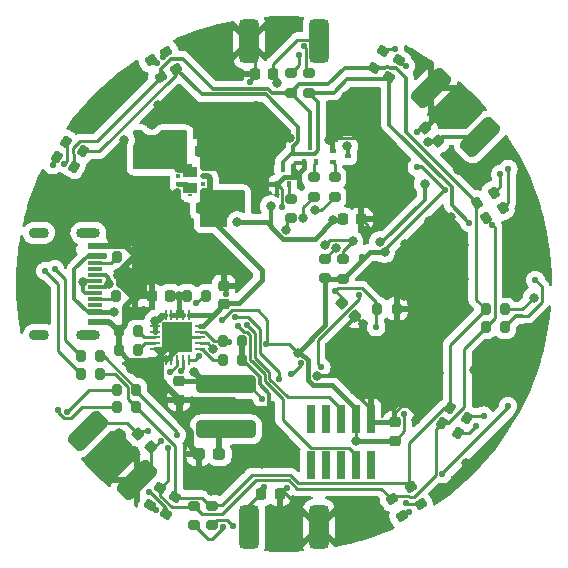
<source format=gbr>
%TF.GenerationSoftware,KiCad,Pcbnew,7.0.5*%
%TF.CreationDate,2023-10-07T14:02:05+02:00*%
%TF.ProjectId,ClockRev5,436c6f63-6b52-4657-9635-2e6b69636164,rev?*%
%TF.SameCoordinates,Original*%
%TF.FileFunction,Copper,L2,Bot*%
%TF.FilePolarity,Positive*%
%FSLAX46Y46*%
G04 Gerber Fmt 4.6, Leading zero omitted, Abs format (unit mm)*
G04 Created by KiCad (PCBNEW 7.0.5) date 2023-10-07 14:02:05*
%MOMM*%
%LPD*%
G01*
G04 APERTURE LIST*
G04 Aperture macros list*
%AMRoundRect*
0 Rectangle with rounded corners*
0 $1 Rounding radius*
0 $2 $3 $4 $5 $6 $7 $8 $9 X,Y pos of 4 corners*
0 Add a 4 corners polygon primitive as box body*
4,1,4,$2,$3,$4,$5,$6,$7,$8,$9,$2,$3,0*
0 Add four circle primitives for the rounded corners*
1,1,$1+$1,$2,$3*
1,1,$1+$1,$4,$5*
1,1,$1+$1,$6,$7*
1,1,$1+$1,$8,$9*
0 Add four rect primitives between the rounded corners*
20,1,$1+$1,$2,$3,$4,$5,0*
20,1,$1+$1,$4,$5,$6,$7,0*
20,1,$1+$1,$6,$7,$8,$9,0*
20,1,$1+$1,$8,$9,$2,$3,0*%
G04 Aperture macros list end*
%TA.AperFunction,SMDPad,CuDef*%
%ADD10RoundRect,0.225000X0.335876X0.017678X0.017678X0.335876X-0.335876X-0.017678X-0.017678X-0.335876X0*%
%TD*%
%TA.AperFunction,SMDPad,CuDef*%
%ADD11RoundRect,0.200000X0.138157X-0.310705X0.338157X0.035705X-0.138157X0.310705X-0.338157X-0.035705X0*%
%TD*%
%TA.AperFunction,SMDPad,CuDef*%
%ADD12RoundRect,0.425000X-0.425000X-1.425000X0.425000X-1.425000X0.425000X1.425000X-0.425000X1.425000X0*%
%TD*%
%TA.AperFunction,SMDPad,CuDef*%
%ADD13RoundRect,0.200000X0.310705X0.138157X-0.035705X0.338157X-0.310705X-0.138157X0.035705X-0.338157X0*%
%TD*%
%TA.AperFunction,SMDPad,CuDef*%
%ADD14RoundRect,0.225000X-0.335876X-0.017678X-0.017678X-0.335876X0.335876X0.017678X0.017678X0.335876X0*%
%TD*%
%TA.AperFunction,SMDPad,CuDef*%
%ADD15R,1.160000X0.600000*%
%TD*%
%TA.AperFunction,SMDPad,CuDef*%
%ADD16R,1.160000X0.300000*%
%TD*%
%TA.AperFunction,ComponentPad*%
%ADD17O,1.700000X0.900000*%
%TD*%
%TA.AperFunction,ComponentPad*%
%ADD18O,2.000000X0.900000*%
%TD*%
%TA.AperFunction,SMDPad,CuDef*%
%ADD19RoundRect,0.200000X-0.138157X0.310705X-0.338157X-0.035705X0.138157X-0.310705X0.338157X0.035705X0*%
%TD*%
%TA.AperFunction,SMDPad,CuDef*%
%ADD20RoundRect,0.225000X0.225000X0.250000X-0.225000X0.250000X-0.225000X-0.250000X0.225000X-0.250000X0*%
%TD*%
%TA.AperFunction,SMDPad,CuDef*%
%ADD21RoundRect,0.200000X-0.200000X-0.275000X0.200000X-0.275000X0.200000X0.275000X-0.200000X0.275000X0*%
%TD*%
%TA.AperFunction,SMDPad,CuDef*%
%ADD22RoundRect,0.225000X-0.250000X0.225000X-0.250000X-0.225000X0.250000X-0.225000X0.250000X0.225000X0*%
%TD*%
%TA.AperFunction,SMDPad,CuDef*%
%ADD23RoundRect,0.200000X0.338157X-0.035705X0.138157X0.310705X-0.338157X0.035705X-0.138157X-0.310705X0*%
%TD*%
%TA.AperFunction,SMDPad,CuDef*%
%ADD24RoundRect,0.225000X-0.225000X-0.250000X0.225000X-0.250000X0.225000X0.250000X-0.225000X0.250000X0*%
%TD*%
%TA.AperFunction,SMDPad,CuDef*%
%ADD25RoundRect,0.200000X0.200000X0.275000X-0.200000X0.275000X-0.200000X-0.275000X0.200000X-0.275000X0*%
%TD*%
%TA.AperFunction,SMDPad,CuDef*%
%ADD26RoundRect,0.200000X0.275000X-0.200000X0.275000X0.200000X-0.275000X0.200000X-0.275000X-0.200000X0*%
%TD*%
%TA.AperFunction,SMDPad,CuDef*%
%ADD27RoundRect,0.200000X-0.275000X0.200000X-0.275000X-0.200000X0.275000X-0.200000X0.275000X0.200000X0*%
%TD*%
%TA.AperFunction,SMDPad,CuDef*%
%ADD28RoundRect,0.225000X0.250000X-0.225000X0.250000X0.225000X-0.250000X0.225000X-0.250000X-0.225000X0*%
%TD*%
%TA.AperFunction,SMDPad,CuDef*%
%ADD29R,0.740000X2.400000*%
%TD*%
%TA.AperFunction,SMDPad,CuDef*%
%ADD30RoundRect,0.381000X2.159000X0.381000X-2.159000X0.381000X-2.159000X-0.381000X2.159000X-0.381000X0*%
%TD*%
%TA.AperFunction,SMDPad,CuDef*%
%ADD31RoundRect,0.062500X0.350000X0.062500X-0.350000X0.062500X-0.350000X-0.062500X0.350000X-0.062500X0*%
%TD*%
%TA.AperFunction,SMDPad,CuDef*%
%ADD32RoundRect,0.062500X0.062500X0.350000X-0.062500X0.350000X-0.062500X-0.350000X0.062500X-0.350000X0*%
%TD*%
%TA.AperFunction,SMDPad,CuDef*%
%ADD33R,2.500000X2.500000*%
%TD*%
%TA.AperFunction,SMDPad,CuDef*%
%ADD34RoundRect,0.200000X-0.310705X-0.138157X0.035705X-0.338157X0.310705X0.138157X-0.035705X0.338157X0*%
%TD*%
%TA.AperFunction,SMDPad,CuDef*%
%ADD35RoundRect,0.425000X0.425000X1.425000X-0.425000X1.425000X-0.425000X-1.425000X0.425000X-1.425000X0*%
%TD*%
%TA.AperFunction,SMDPad,CuDef*%
%ADD36R,0.510000X0.400000*%
%TD*%
%TA.AperFunction,SMDPad,CuDef*%
%ADD37R,0.400000X0.510000*%
%TD*%
%TA.AperFunction,SMDPad,CuDef*%
%ADD38RoundRect,0.200000X-0.338157X0.035705X-0.138157X-0.310705X0.338157X-0.035705X0.138157X0.310705X0*%
%TD*%
%TA.AperFunction,SMDPad,CuDef*%
%ADD39RoundRect,0.425000X-1.308148X-0.707107X-0.707107X-1.308148X1.308148X0.707107X0.707107X1.308148X0*%
%TD*%
%TA.AperFunction,SMDPad,CuDef*%
%ADD40RoundRect,0.200000X0.035705X0.338157X-0.310705X0.138157X-0.035705X-0.338157X0.310705X-0.138157X0*%
%TD*%
%TA.AperFunction,SMDPad,CuDef*%
%ADD41RoundRect,0.425000X1.308148X0.707107X0.707107X1.308148X-1.308148X-0.707107X-0.707107X-1.308148X0*%
%TD*%
%TA.AperFunction,SMDPad,CuDef*%
%ADD42RoundRect,0.237500X-0.287500X-0.237500X0.287500X-0.237500X0.287500X0.237500X-0.287500X0.237500X0*%
%TD*%
%TA.AperFunction,SMDPad,CuDef*%
%ADD43R,0.400000X0.450000*%
%TD*%
%TA.AperFunction,SMDPad,CuDef*%
%ADD44R,0.400000X0.350000*%
%TD*%
%TA.AperFunction,SMDPad,CuDef*%
%ADD45R,1.250000X0.900000*%
%TD*%
%TA.AperFunction,SMDPad,CuDef*%
%ADD46R,0.350000X0.250000*%
%TD*%
%TA.AperFunction,ViaPad*%
%ADD47C,0.550000*%
%TD*%
%TA.AperFunction,ViaPad*%
%ADD48C,0.800000*%
%TD*%
%TA.AperFunction,Conductor*%
%ADD49C,0.400000*%
%TD*%
%TA.AperFunction,Conductor*%
%ADD50C,0.300000*%
%TD*%
%TA.AperFunction,Conductor*%
%ADD51C,0.250000*%
%TD*%
%TA.AperFunction,Conductor*%
%ADD52C,0.500000*%
%TD*%
%TA.AperFunction,Conductor*%
%ADD53C,0.750000*%
%TD*%
%TA.AperFunction,Conductor*%
%ADD54C,0.200000*%
%TD*%
G04 APERTURE END LIST*
D10*
%TO.P,C2,1*%
%TO.N,/SW2*%
X113043863Y-87903661D03*
%TO.P,C2,2*%
%TO.N,GND*%
X111947847Y-86807645D03*
%TD*%
D11*
%TO.P,R40,1*%
%TO.N,Net-(D7-BK)*%
X89986538Y-119464471D03*
%TO.P,R40,2*%
%TO.N,/Ch_B*%
X90811538Y-118035529D03*
%TD*%
D12*
%TO.P,SW1,1,1*%
%TO.N,GND*%
X97050000Y-79425000D03*
%TO.P,SW1,2,2*%
%TO.N,/SW1*%
X102950000Y-79425000D03*
%TD*%
D13*
%TO.P,R29,1*%
%TO.N,Net-(D4-GK)*%
X114764471Y-112612500D03*
%TO.P,R29,2*%
%TO.N,/Ch_G*%
X113335529Y-111787500D03*
%TD*%
D14*
%TO.P,C17,1*%
%TO.N,/Photodiode*%
X104901992Y-101601992D03*
%TO.P,C17,2*%
%TO.N,GND*%
X105998008Y-102698008D03*
%TD*%
D15*
%TO.P,J1,A1,GND*%
%TO.N,GND*%
X84010000Y-103200000D03*
%TO.P,J1,A4,VBUS*%
%TO.N,VBUS*%
X84010000Y-102400000D03*
D16*
%TO.P,J1,A5,CC1*%
%TO.N,Net-(J1-CC1)*%
X84010000Y-101250000D03*
%TO.P,J1,A6,D+*%
%TO.N,/D+*%
X84010000Y-100250000D03*
%TO.P,J1,A7,D-*%
%TO.N,/D-*%
X84010000Y-99750000D03*
%TO.P,J1,A8,SBU1*%
%TO.N,unconnected-(J1-SBU1-PadA8)*%
X84010000Y-98750000D03*
D15*
%TO.P,J1,A9,VBUS*%
%TO.N,VBUS*%
X84010000Y-97600000D03*
%TO.P,J1,A12,GND*%
%TO.N,GND*%
X84010000Y-96800000D03*
%TO.P,J1,B1,GND*%
X84010000Y-96800000D03*
%TO.P,J1,B4,VBUS*%
%TO.N,VBUS*%
X84010000Y-97600000D03*
D16*
%TO.P,J1,B5,CC2*%
%TO.N,Net-(J1-CC2)*%
X84010000Y-98250000D03*
%TO.P,J1,B6,D+*%
%TO.N,/D+*%
X84010000Y-99250000D03*
%TO.P,J1,B7,D-*%
%TO.N,/D-*%
X84010000Y-100750000D03*
%TO.P,J1,B8,SBU2*%
%TO.N,unconnected-(J1-SBU2-PadB8)*%
X84010000Y-101750000D03*
D15*
%TO.P,J1,B9,VBUS*%
%TO.N,VBUS*%
X84010000Y-102400000D03*
%TO.P,J1,B12,GND*%
%TO.N,GND*%
X84010000Y-103200000D03*
D17*
%TO.P,J1,S1,SHIELD*%
%TO.N,unconnected-(J1-SHIELD-PadS1)*%
X79260000Y-104320000D03*
D18*
X83430000Y-104320000D03*
D17*
X79260000Y-95680000D03*
D18*
X83430000Y-95680000D03*
%TD*%
D19*
%TO.P,R17,1*%
%TO.N,Net-(D1-GK)*%
X109711538Y-81035529D03*
%TO.P,R17,2*%
%TO.N,/Ch_G*%
X108886538Y-82464471D03*
%TD*%
D20*
%TO.P,C10,1*%
%TO.N,GND*%
X106550000Y-94500000D03*
%TO.P,C10,2*%
%TO.N,VCC*%
X105000000Y-94500000D03*
%TD*%
D21*
%TO.P,R49,1*%
%TO.N,Net-(D9-GK)*%
X82775000Y-106100000D03*
%TO.P,R49,2*%
%TO.N,/Ch_G*%
X84425000Y-106100000D03*
%TD*%
D22*
%TO.P,C14,1*%
%TO.N,+BATT*%
X91100000Y-108250000D03*
%TO.P,C14,2*%
%TO.N,GND*%
X91100000Y-109800000D03*
%TD*%
D23*
%TO.P,R32,1*%
%TO.N,Net-(D5-BK)*%
X111562500Y-118614471D03*
%TO.P,R32,2*%
%TO.N,/Ch_B*%
X110737500Y-117185529D03*
%TD*%
D24*
%TO.P,C12,1*%
%TO.N,GND*%
X88825000Y-101000000D03*
%TO.P,C12,2*%
%TO.N,VBUS*%
X90375000Y-101000000D03*
%TD*%
D25*
%TO.P,R25,1*%
%TO.N,Net-(D3-GK)*%
X118725000Y-103650000D03*
%TO.P,R25,2*%
%TO.N,/Ch_G*%
X117075000Y-103650000D03*
%TD*%
D11*
%TO.P,R41,1*%
%TO.N,Net-(D7-GK)*%
X88687500Y-118714471D03*
%TO.P,R41,2*%
%TO.N,/Ch_G*%
X89512500Y-117285529D03*
%TD*%
D21*
%TO.P,R44,1*%
%TO.N,Net-(D8-BK)*%
X85848996Y-110435548D03*
%TO.P,R44,2*%
%TO.N,/Ch_B*%
X87498996Y-110435548D03*
%TD*%
D26*
%TO.P,R5,1*%
%TO.N,/Gate_R*%
X104300000Y-92625000D03*
%TO.P,R5,2*%
%TO.N,Net-(Q1-G)*%
X104300000Y-90975000D03*
%TD*%
%TO.P,R37,1*%
%TO.N,Net-(D6-GK)*%
X92400000Y-120425000D03*
%TO.P,R37,2*%
%TO.N,/Ch_G*%
X92400000Y-118775000D03*
%TD*%
D27*
%TO.P,R60,1*%
%TO.N,Net-(D12-BK)*%
X100600000Y-82150000D03*
%TO.P,R60,2*%
%TO.N,/Ch_B*%
X100600000Y-83800000D03*
%TD*%
D28*
%TO.P,C9,1*%
%TO.N,/MCP73871/Vout*%
X94900000Y-101700000D03*
%TO.P,C9,2*%
%TO.N,GND*%
X94900000Y-100150000D03*
%TD*%
%TO.P,C15,1*%
%TO.N,VCC*%
X109400000Y-113275000D03*
%TO.P,C15,2*%
%TO.N,GND*%
X109400000Y-111725000D03*
%TD*%
D24*
%TO.P,C13,1*%
%TO.N,GND*%
X91425000Y-93600000D03*
%TO.P,C13,2*%
%TO.N,/MCP73871/Vout*%
X92975000Y-93600000D03*
%TD*%
D23*
%TO.P,R33,1*%
%TO.N,Net-(D5-GK)*%
X109973270Y-119674208D03*
%TO.P,R33,2*%
%TO.N,/Ch_G*%
X109148270Y-118245266D03*
%TD*%
D21*
%TO.P,TH1,1*%
%TO.N,Net-(U3-THERM)*%
X94825000Y-106400000D03*
%TO.P,TH1,2*%
%TO.N,GND*%
X96475000Y-106400000D03*
%TD*%
D25*
%TO.P,R2,1*%
%TO.N,GND*%
X87525000Y-97700000D03*
%TO.P,R2,2*%
%TO.N,Net-(J1-CC2)*%
X85875000Y-97700000D03*
%TD*%
D29*
%TO.P,J2,1,Pin_1*%
%TO.N,unconnected-(J2-Pin_1-Pad1)*%
X107340000Y-115350000D03*
%TO.P,J2,2,Pin_2*%
%TO.N,GND*%
X107340000Y-111450000D03*
%TO.P,J2,3,Pin_3*%
%TO.N,/PDI_DATA*%
X106070000Y-115350000D03*
%TO.P,J2,4,Pin_4*%
%TO.N,VCC*%
X106070000Y-111450000D03*
%TO.P,J2,5,Pin_5*%
%TO.N,unconnected-(J2-Pin_5-Pad5)*%
X104800000Y-115350000D03*
%TO.P,J2,6,Pin_6*%
%TO.N,/PDI_CLK*%
X104800000Y-111450000D03*
%TO.P,J2,7,Pin_7*%
%TO.N,unconnected-(J2-Pin_7-Pad7)*%
X103530000Y-115350000D03*
%TO.P,J2,8,Pin_8*%
%TO.N,unconnected-(J2-Pin_8-Pad8)*%
X103530000Y-111450000D03*
%TO.P,J2,9,Pin_9*%
%TO.N,unconnected-(J2-Pin_9-Pad9)*%
X102260000Y-115350000D03*
%TO.P,J2,10,Pin_10*%
%TO.N,unconnected-(J2-Pin_10-Pad10)*%
X102260000Y-111450000D03*
%TD*%
D30*
%TO.P,BT1,1,+*%
%TO.N,+BATT*%
X95100000Y-108507500D03*
%TO.P,BT1,2,-*%
%TO.N,Net-(BT1--)*%
X95100000Y-112317500D03*
%TD*%
D13*
%TO.P,R28,1*%
%TO.N,Net-(D4-BK)*%
X115514471Y-111313462D03*
%TO.P,R28,2*%
%TO.N,/Ch_B*%
X114085529Y-110488462D03*
%TD*%
D31*
%TO.P,U3,1,OUT*%
%TO.N,/MCP73871/Vout*%
X92912500Y-103525000D03*
%TO.P,U3,2,VPCC*%
%TO.N,Net-(U3-VPCC)*%
X92912500Y-104025000D03*
%TO.P,U3,3,SEL*%
%TO.N,GND*%
X92912500Y-104525000D03*
%TO.P,U3,4,PROG2*%
%TO.N,VBUS*%
X92912500Y-105025000D03*
%TO.P,U3,5,THERM*%
%TO.N,Net-(U3-THERM)*%
X92912500Y-105525000D03*
D32*
%TO.P,U3,6,~{PG}*%
%TO.N,Net-(U3-~{PG})*%
X91975000Y-106462500D03*
%TO.P,U3,7,STAT2*%
%TO.N,Net-(U3-STAT2)*%
X91475000Y-106462500D03*
%TO.P,U3,8,STAT1/~{LBO}*%
%TO.N,Net-(U3-STAT1{slash}~{LBO})*%
X90975000Y-106462500D03*
%TO.P,U3,9,~{TE}*%
%TO.N,GND*%
X90475000Y-106462500D03*
%TO.P,U3,10,VSS*%
X89975000Y-106462500D03*
D31*
%TO.P,U3,11,VSS*%
X89037500Y-105525000D03*
%TO.P,U3,12,PROG3*%
%TO.N,Net-(U3-PROG3)*%
X89037500Y-105025000D03*
%TO.P,U3,13,PROG1*%
%TO.N,Net-(U3-PROG1)*%
X89037500Y-104525000D03*
%TO.P,U3,14,VBAT*%
%TO.N,+BATT*%
X89037500Y-104025000D03*
%TO.P,U3,15,VBAT*%
X89037500Y-103525000D03*
D32*
%TO.P,U3,16,Vbat_SENSE*%
X89975000Y-102587500D03*
%TO.P,U3,17,CE*%
%TO.N,VBUS*%
X90475000Y-102587500D03*
%TO.P,U3,18,IN*%
X90975000Y-102587500D03*
%TO.P,U3,19,IN*%
X91475000Y-102587500D03*
%TO.P,U3,20,OUT*%
%TO.N,/MCP73871/Vout*%
X91975000Y-102587500D03*
D33*
%TO.P,U3,21,VSS*%
%TO.N,GND*%
X90975000Y-104525000D03*
%TD*%
D34*
%TO.P,R53,1*%
%TO.N,Net-(D10-GK)*%
X81525791Y-87948270D03*
%TO.P,R53,2*%
%TO.N,/Ch_G*%
X82954733Y-88773270D03*
%TD*%
D21*
%TO.P,R10,1*%
%TO.N,GND*%
X86000000Y-104000000D03*
%TO.P,R10,2*%
%TO.N,Net-(U3-PROG1)*%
X87650000Y-104000000D03*
%TD*%
D35*
%TO.P,SW3,1,1*%
%TO.N,GND*%
X102950000Y-120575000D03*
%TO.P,SW3,2,2*%
%TO.N,/SW3*%
X97050000Y-120575000D03*
%TD*%
D36*
%TO.P,Q1,1,G*%
%TO.N,Net-(Q1-G)*%
X104110000Y-89700000D03*
%TO.P,Q1,2,S*%
%TO.N,GND*%
X104110000Y-88700000D03*
%TO.P,Q1,3,D*%
%TO.N,/Ch_R*%
X105400000Y-89200000D03*
%TD*%
D20*
%TO.P,C11,1*%
%TO.N,GND*%
X92900000Y-88700000D03*
%TO.P,C11,2*%
%TO.N,VCC*%
X91350000Y-88700000D03*
%TD*%
D26*
%TO.P,R4,1*%
%TO.N,VCC*%
X105000000Y-99550000D03*
%TO.P,R4,2*%
%TO.N,/SCL*%
X105000000Y-97900000D03*
%TD*%
D24*
%TO.P,C3,1*%
%TO.N,/SW3*%
X98075000Y-117800000D03*
%TO.P,C3,2*%
%TO.N,GND*%
X99625000Y-117800000D03*
%TD*%
D37*
%TO.P,Q3,1,G*%
%TO.N,Net-(Q3-G)*%
X102700000Y-89700000D03*
%TO.P,Q3,2,S*%
%TO.N,GND*%
X101700000Y-89700000D03*
%TO.P,Q3,3,D*%
%TO.N,/Ch_B*%
X102200000Y-88410000D03*
%TD*%
D38*
%TO.P,R57,1*%
%TO.N,Net-(D11-GK)*%
X90026730Y-80325791D03*
%TO.P,R57,2*%
%TO.N,/Ch_G*%
X90851730Y-81754733D03*
%TD*%
D37*
%TO.P,Q2,1,G*%
%TO.N,Net-(Q2-G)*%
X100400000Y-91545000D03*
%TO.P,Q2,2,S*%
%TO.N,GND*%
X99400000Y-91545000D03*
%TO.P,Q2,3,D*%
%TO.N,/Ch_G*%
X99900000Y-90255000D03*
%TD*%
D25*
%TO.P,R1,1*%
%TO.N,GND*%
X87425000Y-101000000D03*
%TO.P,R1,2*%
%TO.N,Net-(J1-CC1)*%
X85775000Y-101000000D03*
%TD*%
D14*
%TO.P,C4,1*%
%TO.N,/SW4*%
X87651992Y-112726992D03*
%TO.P,C4,2*%
%TO.N,GND*%
X88748008Y-113823008D03*
%TD*%
D27*
%TO.P,R61,1*%
%TO.N,Net-(D12-GK)*%
X102100000Y-82150000D03*
%TO.P,R61,2*%
%TO.N,/Ch_G*%
X102100000Y-83800000D03*
%TD*%
D38*
%TO.P,R56,1*%
%TO.N,Net-(D11-BK)*%
X88727693Y-81075791D03*
%TO.P,R56,2*%
%TO.N,/Ch_B*%
X89552693Y-82504733D03*
%TD*%
D26*
%TO.P,R36,1*%
%TO.N,Net-(D6-BK)*%
X93899999Y-120425001D03*
%TO.P,R36,2*%
%TO.N,/Ch_B*%
X93899999Y-118775001D03*
%TD*%
%TO.P,R3,1*%
%TO.N,VCC*%
X103500000Y-99525000D03*
%TO.P,R3,2*%
%TO.N,/SDA*%
X103500000Y-97875000D03*
%TD*%
D20*
%TO.P,C1,1*%
%TO.N,/SW1*%
X99100000Y-82225000D03*
%TO.P,C1,2*%
%TO.N,GND*%
X97550000Y-82225000D03*
%TD*%
D39*
%TO.P,SW2,1,1*%
%TO.N,GND*%
X112464035Y-83364035D03*
%TO.P,SW2,2,2*%
%TO.N,/SW2*%
X116635965Y-87535965D03*
%TD*%
D21*
%TO.P,R11,1*%
%TO.N,GND*%
X86000000Y-105600000D03*
%TO.P,R11,2*%
%TO.N,Net-(U3-PROG3)*%
X87650000Y-105600000D03*
%TD*%
D19*
%TO.P,R16,1*%
%TO.N,Net-(D1-BK)*%
X108412500Y-80285529D03*
%TO.P,R16,2*%
%TO.N,/Ch_B*%
X107587500Y-81714471D03*
%TD*%
D40*
%TO.P,R20,1*%
%TO.N,Net-(D2-BK)*%
X117764471Y-92288463D03*
%TO.P,R20,2*%
%TO.N,/Ch_B*%
X116335529Y-93113463D03*
%TD*%
%TO.P,R21,1*%
%TO.N,Net-(D2-GK)*%
X118514471Y-93587500D03*
%TO.P,R21,2*%
%TO.N,/Ch_G*%
X117085529Y-94412500D03*
%TD*%
D21*
%TO.P,R48,1*%
%TO.N,Net-(D9-BK)*%
X82775000Y-107599999D03*
%TO.P,R48,2*%
%TO.N,/Ch_B*%
X84425000Y-107599999D03*
%TD*%
%TO.P,R45,1*%
%TO.N,Net-(D8-GK)*%
X85848996Y-108935549D03*
%TO.P,R45,2*%
%TO.N,/Ch_G*%
X87498996Y-108935549D03*
%TD*%
D25*
%TO.P,R8,1*%
%TO.N,Net-(U3-VPCC)*%
X93425000Y-101000000D03*
%TO.P,R8,2*%
%TO.N,VBUS*%
X91775000Y-101000000D03*
%TD*%
D21*
%TO.P,R65,1*%
%TO.N,/Photodiode*%
X107900000Y-102100000D03*
%TO.P,R65,2*%
%TO.N,GND*%
X109550000Y-102100000D03*
%TD*%
D26*
%TO.P,R6,1*%
%TO.N,/Gate_G*%
X100600000Y-94425000D03*
%TO.P,R6,2*%
%TO.N,Net-(Q2-G)*%
X100600000Y-92775000D03*
%TD*%
D25*
%TO.P,R24,1*%
%TO.N,Net-(D3-BK)*%
X118725000Y-102150000D03*
%TO.P,R24,2*%
%TO.N,/Ch_B*%
X117075000Y-102150000D03*
%TD*%
%TO.P,R9,1*%
%TO.N,GND*%
X96475000Y-104800000D03*
%TO.P,R9,2*%
%TO.N,Net-(U3-VPCC)*%
X94825000Y-104800000D03*
%TD*%
D34*
%TO.P,R52,1*%
%TO.N,Net-(D10-BK)*%
X80775791Y-89247308D03*
%TO.P,R52,2*%
%TO.N,/Ch_B*%
X82204733Y-90072308D03*
%TD*%
D26*
%TO.P,R7,1*%
%TO.N,/Gate_B*%
X102500000Y-92625000D03*
%TO.P,R7,2*%
%TO.N,Net-(Q3-G)*%
X102500000Y-90975000D03*
%TD*%
D41*
%TO.P,SW4,1,1*%
%TO.N,GND*%
X87535965Y-116635965D03*
%TO.P,SW4,2,2*%
%TO.N,/SW4*%
X83364035Y-112464035D03*
%TD*%
D42*
%TO.P,F1,1*%
%TO.N,GND*%
X92775000Y-114400000D03*
%TO.P,F1,2*%
%TO.N,Net-(BT1--)*%
X94525000Y-114400000D03*
%TD*%
D43*
%TO.P,U4,1,PVSS*%
%TO.N,GND*%
X91050000Y-92100000D03*
D44*
%TO.P,U4,2,LX*%
%TO.N,Net-(U4-L1_1)*%
X91050000Y-91500000D03*
%TO.P,U4,3,NC_1*%
%TO.N,unconnected-(U4-NC_1-Pad3)*%
X91050000Y-90850000D03*
%TO.P,U4,4,VOUT*%
%TO.N,VCC*%
X91050000Y-90200000D03*
%TO.P,U4,5,AVSS*%
%TO.N,GND*%
X93100000Y-90200000D03*
%TO.P,U4,6,CE*%
%TO.N,/MCP73871/Vout*%
X93100000Y-90850000D03*
%TO.P,U4,7,NC_2*%
%TO.N,unconnected-(U4-NC_2-Pad7)*%
X93100000Y-91500000D03*
%TO.P,U4,8,VIN*%
%TO.N,/MCP73871/Vout*%
X93100000Y-92150000D03*
D45*
%TO.P,U4,9,L1_1*%
%TO.N,Net-(U4-L1_1)*%
X92075000Y-91875000D03*
%TO.P,U4,10,L2_1*%
%TO.N,VCC*%
X92075000Y-90475000D03*
D46*
%TO.P,U4,11,L1_2*%
%TO.N,Net-(U4-L1_1)*%
X92075000Y-92450000D03*
%TO.P,U4,12,L2_2*%
%TO.N,VCC*%
X92075000Y-89900000D03*
%TD*%
D47*
%TO.N,VCC*%
X110200000Y-111000000D03*
D48*
%TO.N,GND*%
X113350000Y-103050000D03*
X103805378Y-87794622D03*
X115200000Y-96700000D03*
X86450000Y-87800000D03*
D47*
X99800000Y-93500000D03*
D48*
X114150000Y-94300000D03*
X100524500Y-87600000D03*
X96350000Y-115750000D03*
X83750000Y-91950000D03*
X89800000Y-110000000D03*
D47*
X110250000Y-90550000D03*
D48*
X87050000Y-107200000D03*
X88800000Y-86500000D03*
D47*
X97650500Y-84750000D03*
D48*
X86000000Y-112600000D03*
X112900000Y-105550000D03*
D47*
X111300000Y-87100000D03*
D48*
X115350000Y-84550000D03*
X107000000Y-95450000D03*
X93850000Y-117550000D03*
X108800000Y-107850000D03*
X93800000Y-89400000D03*
X98150000Y-115250000D03*
D47*
X89550000Y-113300000D03*
D48*
X120000000Y-94250000D03*
X114750000Y-90350000D03*
X105900000Y-108950000D03*
X105200000Y-105000000D03*
X94600000Y-79100000D03*
X106650000Y-103400000D03*
X102800000Y-107800000D03*
D47*
X85450000Y-96000000D03*
D48*
X113150000Y-107500000D03*
X94800000Y-89400000D03*
X90300000Y-92700000D03*
X108850000Y-94300000D03*
X110150000Y-101050000D03*
D47*
X95050000Y-100825500D03*
X97100000Y-82875500D03*
X91163556Y-111563556D03*
D48*
X111200000Y-111500000D03*
X116950000Y-105250000D03*
X94800000Y-88500000D03*
X89300000Y-92700000D03*
X107200000Y-84050000D03*
X112250000Y-94700000D03*
X115200000Y-99600000D03*
X84700000Y-84900000D03*
X110250000Y-96650000D03*
X105250000Y-84050000D03*
X115400000Y-115150000D03*
D47*
X100253601Y-117246399D03*
D48*
X89300000Y-93600000D03*
X81800000Y-97050000D03*
D47*
X98750000Y-110500000D03*
D48*
X116100000Y-107300000D03*
X93800000Y-88500000D03*
X89300000Y-84850000D03*
D47*
X88909148Y-96459148D03*
D48*
X105850000Y-121050000D03*
X118900000Y-96850000D03*
X90300000Y-93600000D03*
X96450000Y-110450000D03*
D47*
%TO.N,VCC*%
X98500000Y-105095786D03*
D48*
X104150000Y-94600000D03*
X87600000Y-89850000D03*
X101150000Y-105800000D03*
X87750000Y-87550000D03*
D47*
X113400000Y-116100000D03*
X113620204Y-92050000D03*
D48*
X96050000Y-94744975D03*
D47*
X106626492Y-97700992D03*
D48*
X98874500Y-93400000D03*
D47*
X118967731Y-110350000D03*
X94750500Y-103050000D03*
X111250000Y-90100000D03*
D48*
X108513823Y-97304579D03*
X106100000Y-113300000D03*
%TO.N,+BATT*%
X92350000Y-107450000D03*
D47*
X98175500Y-109750000D03*
D48*
X89100000Y-103099500D03*
%TO.N,/SW1*%
X99400000Y-83000000D03*
%TO.N,/SW2*%
X112205655Y-87994345D03*
X108100000Y-96450000D03*
X111900000Y-91500000D03*
D47*
%TO.N,/SW3*%
X95868926Y-102778069D03*
X99550000Y-108024500D03*
X98300000Y-117149500D03*
%TO.N,/SW4*%
X88500000Y-112450000D03*
D48*
%TO.N,VBUS*%
X91150000Y-101050000D03*
D47*
X84800000Y-97650000D03*
D48*
X85600000Y-102350000D03*
X93997210Y-105484428D03*
D47*
%TO.N,/PDI_DATA*%
X96079089Y-103520911D03*
%TO.N,/PDI_CLK*%
X96881250Y-103495862D03*
D48*
%TO.N,/Ch_R*%
X105350000Y-88350000D03*
D47*
%TO.N,/Ch_G*%
X90900000Y-112800000D03*
X90143168Y-113856832D03*
X117636514Y-94963486D03*
X115700000Y-94800000D03*
D48*
%TO.N,/D+*%
X85200000Y-100000000D03*
%TO.N,/D-*%
X82962485Y-99811241D03*
%TO.N,/SDA*%
X104377384Y-96940577D03*
%TO.N,/SCL*%
X103449518Y-96739035D03*
X105800000Y-96400000D03*
%TO.N,/Gate_R*%
X102650000Y-93750000D03*
%TO.N,/Gate_G*%
X100200000Y-95400000D03*
%TO.N,/Gate_B*%
X101624500Y-94400000D03*
D47*
%TO.N,Net-(U3-VPCC)*%
X92561444Y-101638556D03*
X95350000Y-104900000D03*
%TO.N,Net-(U3-STAT1{slash}~{LBO})*%
X90313869Y-107416500D03*
%TO.N,Net-(U3-STAT2)*%
X91250000Y-107375500D03*
%TO.N,Net-(U3-~{PG})*%
X92815537Y-106074500D03*
%TO.N,Net-(D1-BK)*%
X109400000Y-80112033D03*
%TO.N,Net-(D1-GK)*%
X110320570Y-81557335D03*
%TO.N,Net-(D2-BK)*%
X118313556Y-90699057D03*
%TO.N,Net-(D2-GK)*%
X119000000Y-90250000D03*
D48*
%TO.N,Net-(D3-BK)*%
X121150000Y-101150000D03*
D47*
%TO.N,Net-(D3-GK)*%
X121288211Y-99667529D03*
%TO.N,Net-(D4-BK)*%
X116900000Y-111150000D03*
%TO.N,Net-(D4-GK)*%
X116250000Y-112050000D03*
%TO.N,/Ch8*%
X100563103Y-107636897D03*
X101400000Y-106700000D03*
%TO.N,Net-(D5-BK)*%
X110300000Y-118550000D03*
%TO.N,Net-(D5-GK)*%
X110573577Y-119273577D03*
%TO.N,Net-(D6-BK)*%
X95663556Y-120513556D03*
%TO.N,Net-(D6-GK)*%
X94850000Y-120550000D03*
%TO.N,Net-(D7-BK)*%
X88600000Y-117600000D03*
%TO.N,Net-(D7-GK)*%
X89130709Y-119147809D03*
%TO.N,Net-(D8-BK)*%
X80850000Y-110700000D03*
%TO.N,Net-(D8-GK)*%
X81600000Y-110800000D03*
%TO.N,Net-(D9-BK)*%
X79800000Y-98900000D03*
%TO.N,Net-(D9-GK)*%
X80600000Y-98750000D03*
%TO.N,Net-(D10-BK)*%
X80415769Y-89936536D03*
%TO.N,Net-(D10-GK)*%
X81395943Y-89822175D03*
%TO.N,Net-(D11-BK)*%
X89240650Y-81296883D03*
%TO.N,Net-(D11-GK)*%
X89793767Y-80743767D03*
%TO.N,Net-(D12-BK)*%
X101275500Y-80586444D03*
%TO.N,Net-(D12-GK)*%
X101675500Y-79874500D03*
%TO.N,Net-(U1-AREFB{slash}PB0)*%
X106383274Y-100925500D03*
X103150000Y-107050000D03*
%TO.N,/Photodiode*%
X107800000Y-103650000D03*
X104350000Y-100575500D03*
%TD*%
D49*
%TO.N,GND*%
X101700000Y-89700000D02*
X101700000Y-90150000D01*
X101700000Y-90150000D02*
X100910000Y-90940000D01*
X100910000Y-90940000D02*
X100005000Y-90940000D01*
X100005000Y-90940000D02*
X99400000Y-91545000D01*
D50*
%TO.N,/Ch_G*%
X100800000Y-88965000D02*
X102585000Y-88965000D01*
X102900000Y-84600000D02*
X102100000Y-83800000D01*
X102585000Y-88965000D02*
X102900000Y-88650000D01*
X102900000Y-88650000D02*
X102900000Y-84600000D01*
D51*
%TO.N,GND*%
X105998008Y-102698008D02*
X105998008Y-102748008D01*
X105998008Y-102748008D02*
X106650000Y-103400000D01*
%TO.N,/Photodiode*%
X104901992Y-101127492D02*
X104350000Y-100575500D01*
X104901992Y-101601992D02*
X104901992Y-101127492D01*
%TO.N,GND*%
X109400000Y-111725000D02*
X109400000Y-110850000D01*
X109400000Y-110850000D02*
X109950000Y-110300000D01*
X109950000Y-110300000D02*
X110500000Y-110300000D01*
X110500000Y-110300000D02*
X111200000Y-111000000D01*
X111200000Y-111000000D02*
X111200000Y-111500000D01*
%TO.N,VCC*%
X110200000Y-111000000D02*
X110200000Y-112475000D01*
X110200000Y-112475000D02*
X109400000Y-113275000D01*
%TO.N,/SW3*%
X99550000Y-108024500D02*
X99550000Y-107450000D01*
X99550000Y-107450000D02*
X97950000Y-105850000D01*
X96941275Y-102778069D02*
X95868926Y-102778069D01*
X97950000Y-105850000D02*
X97950000Y-103786794D01*
X97950000Y-103786794D02*
X96941275Y-102778069D01*
%TO.N,/Ch8*%
X100563103Y-107636897D02*
X100663103Y-107636897D01*
X100663103Y-107636897D02*
X101400000Y-106900000D01*
X101400000Y-106900000D02*
X101400000Y-106700000D01*
D52*
%TO.N,GND*%
X93100000Y-88900000D02*
X92900000Y-88700000D01*
X90900000Y-92100000D02*
X90300000Y-92700000D01*
X87098528Y-101000000D02*
X87425000Y-101000000D01*
D50*
X97050000Y-106975000D02*
X96475000Y-106400000D01*
D49*
X107615000Y-111725000D02*
X107340000Y-111450000D01*
X90975000Y-104525000D02*
X90975000Y-105462500D01*
D50*
X104110000Y-88099244D02*
X103805378Y-87794622D01*
D51*
X111592355Y-86807645D02*
X111300000Y-87100000D01*
D52*
X91325000Y-93600000D02*
X90300000Y-93600000D01*
X86000000Y-99500000D02*
X86000000Y-100125000D01*
X92160000Y-113785000D02*
X92160000Y-112560000D01*
D51*
X95050000Y-100825500D02*
X95050000Y-100300000D01*
D52*
X91163556Y-111563556D02*
X91163556Y-109863556D01*
X91050000Y-92100000D02*
X91050000Y-93325000D01*
D50*
X100175000Y-117800000D02*
X102950000Y-120575000D01*
X107340000Y-110620000D02*
X105900000Y-109180000D01*
D52*
X93800000Y-89400000D02*
X94800000Y-89400000D01*
X91100000Y-109750000D02*
X89563869Y-108213869D01*
X91050000Y-93325000D02*
X91325000Y-93600000D01*
D51*
X92912500Y-104525000D02*
X90975000Y-104525000D01*
D52*
X93100000Y-90200000D02*
X93100000Y-88900000D01*
D51*
X91163556Y-109813556D02*
X91100000Y-109750000D01*
D50*
X97940000Y-108490000D02*
X97940000Y-107844421D01*
D52*
X86000000Y-100125000D02*
X86223528Y-100125000D01*
D51*
X103925000Y-87675000D02*
X103805378Y-87794622D01*
D52*
X85800000Y-99200000D02*
X85800000Y-99300000D01*
D50*
X95750000Y-109750000D02*
X91100000Y-109750000D01*
X105670000Y-108950000D02*
X105900000Y-108950000D01*
D51*
X111947847Y-86807645D02*
X111592355Y-86807645D01*
X95050000Y-100300000D02*
X94900000Y-100150000D01*
X107000000Y-95450000D02*
X107000000Y-94950000D01*
D52*
X86625000Y-96800000D02*
X84010000Y-96800000D01*
D50*
X96450000Y-110450000D02*
X96500000Y-110500000D01*
X112464035Y-86291457D02*
X111947847Y-86807645D01*
X105900000Y-109180000D02*
X105900000Y-108950000D01*
D51*
X97650500Y-85649500D02*
X95375000Y-87925000D01*
D52*
X86500000Y-103500000D02*
X86500000Y-101925000D01*
D51*
X99800000Y-91945000D02*
X99800000Y-93500000D01*
D52*
X92160000Y-112560000D02*
X91163556Y-111563556D01*
X86500000Y-101925000D02*
X87425000Y-101000000D01*
D50*
X97070579Y-106975000D02*
X97050000Y-106975000D01*
D52*
X93800000Y-88500000D02*
X94800000Y-88500000D01*
D49*
X86000000Y-105600000D02*
X86825000Y-106425000D01*
D50*
X89037500Y-105525000D02*
X89975000Y-105525000D01*
D52*
X89563869Y-108213869D02*
X89563869Y-105936131D01*
X85200000Y-103200000D02*
X86000000Y-104000000D01*
X93600000Y-88700000D02*
X93800000Y-88500000D01*
D51*
X89026992Y-113823008D02*
X89550000Y-113300000D01*
D50*
X89975000Y-105525000D02*
X90975000Y-104525000D01*
D51*
X88748008Y-113823008D02*
X89026992Y-113823008D01*
D52*
X86223528Y-100125000D02*
X87098528Y-101000000D01*
D51*
X97550000Y-79925000D02*
X97050000Y-79425000D01*
D52*
X93100000Y-90200000D02*
X94200000Y-90200000D01*
D51*
X91163556Y-111563556D02*
X91163556Y-109813556D01*
X107000000Y-94950000D02*
X106550000Y-94500000D01*
D49*
X96475000Y-104800000D02*
X96475000Y-106400000D01*
D50*
X104520000Y-107800000D02*
X105670000Y-108950000D01*
D52*
X86625000Y-96800000D02*
X87525000Y-97700000D01*
D51*
X97550000Y-82425500D02*
X97100000Y-82875500D01*
D52*
X86000000Y-104000000D02*
X86500000Y-103500000D01*
D50*
X96450000Y-110450000D02*
X95750000Y-109750000D01*
D51*
X107375000Y-87675000D02*
X103925000Y-87675000D01*
D52*
X85800000Y-99300000D02*
X86000000Y-99500000D01*
X92900000Y-88700000D02*
X93100000Y-88700000D01*
D50*
X96500000Y-110500000D02*
X98750000Y-110500000D01*
X90475000Y-105025000D02*
X90975000Y-104525000D01*
X100524500Y-87600000D02*
X95700000Y-87600000D01*
X112464035Y-83364035D02*
X112464035Y-86291457D01*
D52*
X90300000Y-93600000D02*
X89300000Y-93600000D01*
D50*
X107340000Y-111450000D02*
X107340000Y-110620000D01*
D52*
X91163556Y-109863556D02*
X91100000Y-109800000D01*
X92900000Y-88700000D02*
X93600000Y-88700000D01*
D50*
X102800000Y-107800000D02*
X104520000Y-107800000D01*
X98750000Y-109300000D02*
X97940000Y-108490000D01*
D52*
X84010000Y-103200000D02*
X85200000Y-103200000D01*
D50*
X90475000Y-106462500D02*
X90475000Y-105025000D01*
D51*
X99400000Y-91545000D02*
X99800000Y-91945000D01*
D49*
X89075000Y-106425000D02*
X90975000Y-104525000D01*
D50*
X95700000Y-87600000D02*
X95375000Y-87925000D01*
D49*
X109400000Y-111725000D02*
X107615000Y-111725000D01*
D51*
X97550000Y-82225000D02*
X97550000Y-82425500D01*
D50*
X95375000Y-87925000D02*
X94800000Y-88500000D01*
X97940000Y-107844421D02*
X97070579Y-106975000D01*
D51*
X87535965Y-116635965D02*
X88748008Y-115423922D01*
X96475000Y-104694640D02*
X96475000Y-104800000D01*
D50*
X89037500Y-105525000D02*
X89975000Y-106462500D01*
D51*
X97550000Y-82225000D02*
X97550000Y-79925000D01*
D52*
X86000000Y-104000000D02*
X86000000Y-105600000D01*
D50*
X99700000Y-117800000D02*
X100253601Y-117246399D01*
D51*
X88748008Y-115423922D02*
X88748008Y-113823008D01*
X110250000Y-90550000D02*
X107375000Y-87675000D01*
D52*
X93100000Y-88700000D02*
X93800000Y-89400000D01*
D49*
X90975000Y-105462500D02*
X89975000Y-106462500D01*
D52*
X90300000Y-92700000D02*
X89600000Y-92700000D01*
X92775000Y-114400000D02*
X92160000Y-113785000D01*
D50*
X99625000Y-117800000D02*
X100175000Y-117800000D01*
D52*
X87300000Y-97700000D02*
X85800000Y-99200000D01*
D49*
X90975000Y-104525000D02*
X89563869Y-105936131D01*
D50*
X99625000Y-117800000D02*
X99700000Y-117800000D01*
D52*
X87525000Y-97700000D02*
X87300000Y-97700000D01*
X91050000Y-92100000D02*
X90900000Y-92100000D01*
D50*
X98750000Y-110500000D02*
X98750000Y-109300000D01*
D49*
X86825000Y-106425000D02*
X89075000Y-106425000D01*
D51*
X97650500Y-84750000D02*
X97650500Y-85649500D01*
D50*
X104110000Y-88700000D02*
X104110000Y-88099244D01*
%TO.N,VCC*%
X118967731Y-110532269D02*
X113400000Y-116100000D01*
D51*
X90200000Y-87550000D02*
X91350000Y-88700000D01*
D50*
X111670204Y-90100000D02*
X113620204Y-92050000D01*
D49*
X99889339Y-96150000D02*
X102600000Y-96150000D01*
X98555025Y-94744975D02*
X98874500Y-95064450D01*
D51*
X87750000Y-87550000D02*
X90200000Y-87550000D01*
X100445786Y-105095786D02*
X101150000Y-105800000D01*
D50*
X106626492Y-97700992D02*
X106626492Y-97923508D01*
D51*
X98500000Y-105095786D02*
X100445786Y-105095786D01*
D53*
X92075000Y-90450000D02*
X91775000Y-90150000D01*
D51*
X94750500Y-103050000D02*
X95572431Y-102228069D01*
D49*
X104150000Y-94600000D02*
X104900000Y-94600000D01*
D51*
X106100000Y-113300000D02*
X106100000Y-111480000D01*
D49*
X106425000Y-98125000D02*
X107025000Y-97525000D01*
D53*
X91775000Y-90150000D02*
X91050000Y-90150000D01*
D49*
X91350000Y-88700000D02*
X88750000Y-88700000D01*
X103500000Y-103450000D02*
X101150000Y-105800000D01*
D50*
X118967731Y-110350000D02*
X118967731Y-110532269D01*
D49*
X102050000Y-106466116D02*
X102050000Y-108150000D01*
D50*
X106849008Y-97700992D02*
X107025000Y-97525000D01*
D51*
X97778069Y-102228069D02*
X98600000Y-103050000D01*
D49*
X109300000Y-113325000D02*
X106125000Y-113325000D01*
D50*
X98874500Y-95064450D02*
X98874500Y-93400000D01*
X106626492Y-97923508D02*
X106425000Y-98125000D01*
D49*
X101150000Y-105800000D02*
X101383884Y-105800000D01*
X107245421Y-97304579D02*
X108513823Y-97304579D01*
D51*
X95572431Y-102228069D02*
X97778069Y-102228069D01*
D49*
X101383884Y-105800000D02*
X102050000Y-106466116D01*
D51*
X106100000Y-111480000D02*
X106070000Y-111450000D01*
D49*
X106070000Y-110550000D02*
X106070000Y-111450000D01*
X88750000Y-88700000D02*
X87600000Y-89850000D01*
X105000000Y-99550000D02*
X106425000Y-98125000D01*
X105000000Y-99550000D02*
X103525000Y-99550000D01*
D50*
X106626492Y-97700992D02*
X106849008Y-97700992D01*
D49*
X102050000Y-108150000D02*
X102475000Y-108575000D01*
X104095000Y-108575000D02*
X106070000Y-110550000D01*
X96050000Y-94744975D02*
X98555025Y-94744975D01*
X102600000Y-96150000D02*
X104150000Y-94600000D01*
X98874500Y-95135161D02*
X99889339Y-96150000D01*
X106125000Y-113325000D02*
X106100000Y-113300000D01*
X98874500Y-95064450D02*
X98874500Y-95135161D01*
D51*
X98600000Y-103050000D02*
X98600000Y-104995786D01*
D49*
X107025000Y-97525000D02*
X107245421Y-97304579D01*
X104900000Y-94600000D02*
X105000000Y-94500000D01*
D50*
X111250000Y-90100000D02*
X111670204Y-90100000D01*
X108513823Y-97156381D02*
X113620204Y-92050000D01*
D49*
X102475000Y-108575000D02*
X104095000Y-108575000D01*
D51*
X98600000Y-104995786D02*
X98500000Y-105095786D01*
D49*
X103525000Y-99550000D02*
X103500000Y-99525000D01*
D53*
X92075000Y-90475000D02*
X92075000Y-90450000D01*
D50*
X108513823Y-97304579D02*
X108513823Y-97156381D01*
D49*
X103500000Y-99525000D02*
X103500000Y-103450000D01*
%TO.N,+BATT*%
X89100000Y-103099500D02*
X89100000Y-103462500D01*
X89100000Y-103099500D02*
X89100000Y-103962500D01*
X94792500Y-108200000D02*
X95100000Y-108507500D01*
X89612000Y-102587500D02*
X89925000Y-102587500D01*
D51*
X96933000Y-108507500D02*
X98175500Y-109750000D01*
D49*
X89100000Y-103099500D02*
X89612000Y-102587500D01*
D51*
X95100000Y-108507500D02*
X96933000Y-108507500D01*
D50*
X89463000Y-103099500D02*
X89975000Y-102587500D01*
D49*
X89100000Y-103962500D02*
X89037500Y-104025000D01*
D52*
X93407500Y-108507500D02*
X92350000Y-107450000D01*
D50*
X89100000Y-103099500D02*
X89463000Y-103099500D01*
D49*
X91100000Y-108200000D02*
X94792500Y-108200000D01*
X89100000Y-103462500D02*
X89037500Y-103525000D01*
D52*
X95100000Y-108507500D02*
X93407500Y-108507500D01*
D51*
%TO.N,/SW1*%
X99100000Y-81345405D02*
X101120405Y-79325000D01*
X99100000Y-82225000D02*
X99100000Y-81345405D01*
X101120405Y-79325000D02*
X102850000Y-79325000D01*
X102850000Y-79325000D02*
X102950000Y-79425000D01*
X99400000Y-83000000D02*
X99400000Y-82525000D01*
X99400000Y-82525000D02*
X99100000Y-82225000D01*
D50*
%TO.N,/SW2*%
X112953179Y-87994345D02*
X113043863Y-87903661D01*
X108100000Y-96450000D02*
X108300000Y-96450000D01*
X113411559Y-87535965D02*
X113043863Y-87903661D01*
X112205655Y-87994345D02*
X112953179Y-87994345D01*
X111900000Y-92850000D02*
X111900000Y-91500000D01*
X116635965Y-87535965D02*
X113411559Y-87535965D01*
X108300000Y-96450000D02*
X111900000Y-92850000D01*
%TO.N,/SW3*%
X98075000Y-117800000D02*
X98075000Y-117374500D01*
X98075000Y-117374500D02*
X98300000Y-117149500D01*
X97050000Y-118825000D02*
X98075000Y-117800000D01*
X97050000Y-120575000D02*
X97050000Y-118825000D01*
D51*
%TO.N,/SW4*%
X86725000Y-111800000D02*
X84028070Y-111800000D01*
X87651992Y-112726992D02*
X86725000Y-111800000D01*
X88500000Y-112450000D02*
X87928984Y-112450000D01*
X87928984Y-112450000D02*
X87651992Y-112726992D01*
X84028070Y-111800000D02*
X83364035Y-112464035D01*
D52*
%TO.N,/MCP73871/Vout*%
X93700000Y-91000000D02*
X93550000Y-90850000D01*
X93100000Y-92150000D02*
X93675000Y-92150000D01*
D49*
X93125000Y-103525000D02*
X95000000Y-101650000D01*
X98100000Y-98800000D02*
X92975000Y-93675000D01*
D52*
X93675000Y-92150000D02*
X93700000Y-92125000D01*
D49*
X92975000Y-93675000D02*
X92975000Y-93600000D01*
X92912500Y-103525000D02*
X93125000Y-103525000D01*
D52*
X93700000Y-92125000D02*
X93700000Y-91000000D01*
D49*
X96150000Y-101650000D02*
X98100000Y-99700000D01*
X95000000Y-101650000D02*
X96150000Y-101650000D01*
X94062500Y-102587500D02*
X95000000Y-101650000D01*
D52*
X93100000Y-93375000D02*
X93100000Y-92150000D01*
D49*
X91975000Y-102587500D02*
X94062500Y-102587500D01*
D52*
X92875000Y-93600000D02*
X93100000Y-93375000D01*
D49*
X98100000Y-99700000D02*
X98100000Y-98800000D01*
D52*
X93550000Y-90850000D02*
X93100000Y-90850000D01*
D50*
%TO.N,VBUS*%
X82262485Y-98737515D02*
X82262485Y-101250353D01*
X83412132Y-102400000D02*
X84010000Y-102400000D01*
D49*
X91725000Y-101050000D02*
X91775000Y-101000000D01*
X90975000Y-102587500D02*
X91425000Y-102587500D01*
X90425000Y-101050000D02*
X90375000Y-101000000D01*
D50*
X84010000Y-97600000D02*
X83400000Y-97600000D01*
D49*
X84010000Y-102400000D02*
X85550000Y-102400000D01*
D51*
X92912500Y-105025000D02*
X93537782Y-105025000D01*
D49*
X91150000Y-101050000D02*
X91725000Y-101050000D01*
X90975000Y-102587500D02*
X90475000Y-102587500D01*
D51*
X84800000Y-97650000D02*
X84060000Y-97650000D01*
D49*
X91150000Y-101050000D02*
X90425000Y-101050000D01*
D50*
X82262485Y-101250353D02*
X83412132Y-102400000D01*
X83400000Y-97600000D02*
X82262485Y-98737515D01*
D49*
X85550000Y-102400000D02*
X85600000Y-102350000D01*
D51*
X84060000Y-97650000D02*
X84010000Y-97600000D01*
D49*
X91150000Y-101050000D02*
X91150000Y-102412500D01*
D51*
X93537782Y-105025000D02*
X93997210Y-105484428D01*
D49*
X91150000Y-102412500D02*
X90975000Y-102587500D01*
D51*
%TO.N,Net-(J1-CC1)*%
X85525000Y-101250000D02*
X85775000Y-101000000D01*
X84010000Y-101250000D02*
X85525000Y-101250000D01*
%TO.N,Net-(J1-CC2)*%
X85325000Y-98250000D02*
X85875000Y-97700000D01*
X84010000Y-98250000D02*
X85325000Y-98250000D01*
%TO.N,/PDI_DATA*%
X97150000Y-106473960D02*
X97226040Y-106550000D01*
X102275000Y-113875000D02*
X105475000Y-113875000D01*
X97150000Y-104328249D02*
X97150000Y-106473960D01*
X106070000Y-114470000D02*
X106070000Y-115350000D01*
X98365000Y-108215000D02*
X99900000Y-109750000D01*
X96608178Y-104050000D02*
X96871751Y-104050000D01*
X99900000Y-111500000D02*
X102275000Y-113875000D01*
X96079089Y-103520911D02*
X96608178Y-104050000D01*
X98365000Y-107613960D02*
X98365000Y-108215000D01*
X99900000Y-109750000D02*
X99900000Y-111500000D01*
X96871751Y-104050000D02*
X97150000Y-104328249D01*
X97301040Y-106550000D02*
X98365000Y-107613960D01*
X105475000Y-113875000D02*
X106070000Y-114470000D01*
X97226040Y-106550000D02*
X97301040Y-106550000D01*
%TO.N,/PDI_CLK*%
X97550000Y-104162564D02*
X97550000Y-106233274D01*
X98765000Y-108049314D02*
X100300000Y-109584314D01*
X104800000Y-110620000D02*
X104800000Y-111450000D01*
X96881250Y-103495862D02*
X96883298Y-103495862D01*
X96883298Y-103495862D02*
X97550000Y-104162564D01*
X100300000Y-109600000D02*
X103780000Y-109600000D01*
X100300000Y-109584314D02*
X100300000Y-109600000D01*
X103780000Y-109600000D02*
X104800000Y-110620000D01*
X98765000Y-107448275D02*
X98765000Y-108049314D01*
X97550000Y-106233274D02*
X98765000Y-107448275D01*
%TO.N,Net-(Q1-G)*%
X104300000Y-90975000D02*
X104300000Y-89890000D01*
X104300000Y-89890000D02*
X104110000Y-89700000D01*
D50*
%TO.N,/Ch_R*%
X105400000Y-88400000D02*
X105350000Y-88350000D01*
X105400000Y-89200000D02*
X105400000Y-88400000D01*
D51*
%TO.N,/Ch_G*%
X117075000Y-103650000D02*
X117850000Y-102875000D01*
X93075001Y-119450001D02*
X92400000Y-118775000D01*
X90851730Y-82300436D02*
X84378896Y-88773270D01*
D50*
X101224500Y-87889950D02*
X101224500Y-86674500D01*
D51*
X89512500Y-117912500D02*
X89512500Y-117285529D01*
X109148270Y-118245266D02*
X108253004Y-117350000D01*
D50*
X99900000Y-89655000D02*
X100590000Y-88965000D01*
D51*
X87498996Y-108935549D02*
X87498996Y-108873112D01*
X87498996Y-109098996D02*
X87498996Y-108935549D01*
X90851730Y-81754733D02*
X90851730Y-82300436D01*
X101134314Y-117350000D02*
X100384314Y-116600000D01*
X100384314Y-116600000D02*
X97600000Y-116600000D01*
X109443536Y-117950000D02*
X110457565Y-117950000D01*
X90900000Y-112800000D02*
X90900000Y-112500000D01*
D50*
X100814450Y-88300000D02*
X101224500Y-87889950D01*
D51*
X84378896Y-88773270D02*
X82954733Y-88773270D01*
X110666452Y-118005972D02*
X110994028Y-118005972D01*
D50*
X108886538Y-82464471D02*
X108886538Y-86503161D01*
X114195204Y-91811827D02*
X114195204Y-93295204D01*
D51*
X108253004Y-117350000D02*
X101134314Y-117350000D01*
X109148270Y-118245266D02*
X109443536Y-117950000D01*
X90900000Y-112500000D02*
X87498996Y-109098996D01*
X92400000Y-118775000D02*
X92219028Y-118955972D01*
D50*
X100590000Y-88965000D02*
X100800000Y-88965000D01*
X101224500Y-86674500D02*
X98500000Y-83950000D01*
D51*
X84725884Y-106100000D02*
X84425000Y-106100000D01*
D50*
X98500000Y-83950000D02*
X93046997Y-83950000D01*
D51*
X90143168Y-116654861D02*
X89512500Y-117285529D01*
D50*
X100800000Y-88965000D02*
X100800000Y-88300000D01*
D51*
X117636514Y-94963486D02*
X117085529Y-94412500D01*
X97600000Y-116600000D02*
X94749999Y-119450001D01*
D50*
X99900000Y-90255000D02*
X99900000Y-89655000D01*
D51*
X115250000Y-110418731D02*
X115250000Y-105475000D01*
X92400000Y-118775000D02*
X92255972Y-118919028D01*
X113335529Y-111787500D02*
X113881231Y-111787500D01*
X110457565Y-117950000D02*
X110666452Y-118005972D01*
D50*
X100800000Y-88300000D02*
X100814450Y-88300000D01*
D51*
X115250000Y-105475000D02*
X117075000Y-103650000D01*
D50*
X104200000Y-83800000D02*
X105350000Y-82650000D01*
D51*
X90519028Y-118919028D02*
X89512500Y-117912500D01*
X117850000Y-95176971D02*
X117636514Y-94963486D01*
X117850000Y-102875000D02*
X117850000Y-95176971D01*
X112850000Y-116150000D02*
X112850000Y-112273029D01*
D50*
X102100000Y-83800000D02*
X104200000Y-83800000D01*
D51*
X90143168Y-113856832D02*
X90143168Y-116654861D01*
D50*
X114195204Y-93295204D02*
X115700000Y-94800000D01*
X108701009Y-82650000D02*
X108886538Y-82464471D01*
X93046997Y-83950000D02*
X90851730Y-81754733D01*
D51*
X112850000Y-112273029D02*
X113335529Y-111787500D01*
X113881231Y-111787500D02*
X115250000Y-110418731D01*
D50*
X108886538Y-86503161D02*
X114195204Y-91811827D01*
D51*
X87498996Y-108873112D02*
X84725884Y-106100000D01*
X92255972Y-118919028D02*
X90519028Y-118919028D01*
D50*
X105350000Y-82650000D02*
X108701009Y-82650000D01*
D51*
X94749999Y-119450001D02*
X93075001Y-119450001D01*
X110994028Y-118005972D02*
X112850000Y-116150000D01*
%TO.N,Net-(Q2-G)*%
X100400000Y-91545000D02*
X100400000Y-92575000D01*
X100400000Y-92575000D02*
X100600000Y-92775000D01*
%TO.N,Net-(Q3-G)*%
X102500000Y-90975000D02*
X102500000Y-89900000D01*
X102500000Y-89900000D02*
X102700000Y-89700000D01*
%TO.N,/Ch_B*%
X93050000Y-118100000D02*
X90876009Y-118100000D01*
X97250000Y-116200000D02*
X94750000Y-118700000D01*
D50*
X108819021Y-81617199D02*
X108987500Y-81714471D01*
D51*
X82204733Y-89107213D02*
X82204733Y-90072308D01*
D50*
X102200000Y-85400000D02*
X100600000Y-83800000D01*
X110350000Y-87127934D02*
X116335529Y-93113463D01*
D51*
X110600000Y-117048029D02*
X110600000Y-113428289D01*
X93975000Y-118700000D02*
X93899999Y-118775001D01*
X110737500Y-117185529D02*
X110401971Y-116850000D01*
X116250000Y-101325000D02*
X116250000Y-93198992D01*
D50*
X101300000Y-83100000D02*
X103750000Y-83100000D01*
X90442539Y-80907461D02*
X89552693Y-81797307D01*
D51*
X93899999Y-118775001D02*
X93725001Y-118775001D01*
X85660197Y-107599999D02*
X86800000Y-108739802D01*
D50*
X98986396Y-83800000D02*
X98636396Y-83450000D01*
D51*
X93725001Y-118775001D02*
X93050000Y-118100000D01*
X90876009Y-118100000D02*
X90811538Y-118035529D01*
D50*
X107587500Y-81714471D02*
X108455998Y-81714471D01*
D51*
X90811538Y-113748090D02*
X90811538Y-118035529D01*
X94750000Y-118700000D02*
X93975000Y-118700000D01*
D50*
X89552693Y-81797307D02*
X89552693Y-82504733D01*
X102200000Y-88410000D02*
X102200000Y-85400000D01*
X108987500Y-81714471D02*
X109487501Y-81714471D01*
D51*
X114085529Y-110488462D02*
X114085529Y-105139471D01*
D50*
X100600000Y-83800000D02*
X101300000Y-83100000D01*
D51*
X86800000Y-108739802D02*
X86800000Y-109736552D01*
X110600000Y-113428289D02*
X113539827Y-110488462D01*
X117075000Y-102150000D02*
X116250000Y-101325000D01*
X82134290Y-88844318D02*
X82204733Y-89107213D01*
D50*
X100600000Y-83800000D02*
X98986396Y-83800000D01*
D51*
X84132051Y-87925375D02*
X82724625Y-87925375D01*
X101200000Y-116850000D02*
X100550000Y-116200000D01*
D50*
X98636396Y-83450000D02*
X93950000Y-83450000D01*
D51*
X84425000Y-107599999D02*
X85660197Y-107599999D01*
X113539827Y-110488462D02*
X114085529Y-110488462D01*
X87498996Y-110435548D02*
X90811538Y-113748090D01*
X110401971Y-116850000D02*
X101200000Y-116850000D01*
X82134290Y-88515710D02*
X82134290Y-88844318D01*
X86800000Y-109736552D02*
X87498996Y-110435548D01*
D50*
X109487501Y-81714471D02*
X110350000Y-82576970D01*
D51*
X110737500Y-117185529D02*
X110600000Y-117048029D01*
D50*
X105135529Y-81714471D02*
X107587500Y-81714471D01*
X108455998Y-81714471D02*
X108819021Y-81617199D01*
X91407461Y-80907461D02*
X90442539Y-80907461D01*
X93950000Y-83450000D02*
X91407461Y-80907461D01*
D51*
X114085529Y-105139471D02*
X117075000Y-102150000D01*
X100550000Y-116200000D02*
X97250000Y-116200000D01*
X89552693Y-82504733D02*
X84132051Y-87925375D01*
D50*
X103750000Y-83100000D02*
X105135529Y-81714471D01*
D51*
X82724625Y-87925375D02*
X82134290Y-88515710D01*
D50*
X110350000Y-82576970D02*
X110350000Y-87127934D01*
D51*
X116250000Y-93198992D02*
X116335529Y-93113463D01*
D50*
%TO.N,/D+*%
X84890000Y-99250000D02*
X85200000Y-99560000D01*
X84010000Y-99250000D02*
X84890000Y-99250000D01*
D54*
X85000000Y-99800000D02*
X85200000Y-100000000D01*
D50*
X84010000Y-100250000D02*
X84950000Y-100250000D01*
D54*
X84790000Y-100250000D02*
X84010000Y-100250000D01*
X85000000Y-99460000D02*
X85000000Y-99800000D01*
D50*
X84950000Y-100250000D02*
X85200000Y-100000000D01*
D54*
X85000000Y-99800000D02*
X85000000Y-100040000D01*
D50*
X85200000Y-99560000D02*
X85200000Y-100000000D01*
D54*
X85000000Y-100040000D02*
X84790000Y-100250000D01*
X84010000Y-99250000D02*
X84790000Y-99250000D01*
X84790000Y-99250000D02*
X85000000Y-99460000D01*
D50*
%TO.N,/D-*%
X84010000Y-99750000D02*
X83023726Y-99750000D01*
D54*
X83250000Y-100750000D02*
X84010000Y-100750000D01*
D50*
X83023726Y-99750000D02*
X82962485Y-99811241D01*
X84010000Y-100750000D02*
X83130000Y-100750000D01*
D54*
X83000000Y-100300000D02*
X83000000Y-99848756D01*
X84010000Y-99750000D02*
X83230000Y-99750000D01*
X83000000Y-99848756D02*
X82962485Y-99811241D01*
X83000000Y-100500000D02*
X83250000Y-100750000D01*
D50*
X82962485Y-100582485D02*
X82962485Y-99811241D01*
D54*
X83000000Y-99980000D02*
X83000000Y-100300000D01*
X83230000Y-99750000D02*
X83000000Y-99980000D01*
X83000000Y-100300000D02*
X83000000Y-100500000D01*
D50*
X83130000Y-100750000D02*
X82962485Y-100582485D01*
D51*
%TO.N,/SDA*%
X103500000Y-97817961D02*
X104377384Y-96940577D01*
X103500000Y-97875000D02*
X103500000Y-97817961D01*
%TO.N,/SCL*%
X103449518Y-96739035D02*
X103922976Y-96265577D01*
X105000000Y-97200000D02*
X105800000Y-96400000D01*
X105000000Y-97900000D02*
X105000000Y-97200000D01*
X105665577Y-96265577D02*
X105800000Y-96400000D01*
X103922976Y-96265577D02*
X105665577Y-96265577D01*
%TO.N,/Gate_R*%
X102650000Y-93750000D02*
X103175000Y-93750000D01*
X103175000Y-93750000D02*
X104300000Y-92625000D01*
%TO.N,/Gate_G*%
X100200000Y-95400000D02*
X100214065Y-94810935D01*
X100214065Y-94810935D02*
X100600000Y-94425000D01*
%TO.N,/Gate_B*%
X101624500Y-93500500D02*
X102500000Y-92625000D01*
X101624500Y-94400000D02*
X101624500Y-93500500D01*
%TO.N,Net-(U3-VPCC)*%
X93302297Y-104025000D02*
X94077297Y-104800000D01*
X92912500Y-104025000D02*
X93302297Y-104025000D01*
X94825000Y-104800000D02*
X95250000Y-104800000D01*
X93200000Y-101000000D02*
X92561444Y-101638556D01*
X94077297Y-104800000D02*
X94825000Y-104800000D01*
X93425000Y-101000000D02*
X93200000Y-101000000D01*
X95250000Y-104800000D02*
X95350000Y-104900000D01*
%TO.N,Net-(U3-PROG1)*%
X88175000Y-104525000D02*
X87650000Y-104000000D01*
X89037500Y-104525000D02*
X88175000Y-104525000D01*
%TO.N,Net-(U3-PROG3)*%
X88225000Y-105025000D02*
X87650000Y-105600000D01*
X89037500Y-105025000D02*
X88225000Y-105025000D01*
%TO.N,Net-(U3-STAT1{slash}~{LBO})*%
X90975000Y-106852297D02*
X90975000Y-106462500D01*
X90410797Y-107416500D02*
X90975000Y-106852297D01*
X90313869Y-107416500D02*
X90410797Y-107416500D01*
%TO.N,Net-(U3-STAT2)*%
X91250000Y-107375500D02*
X91475000Y-107150500D01*
X91475000Y-107150500D02*
X91475000Y-106462500D01*
%TO.N,Net-(U3-~{PG})*%
X92815537Y-106074500D02*
X92427537Y-106462500D01*
X92427537Y-106462500D02*
X91975000Y-106462500D01*
%TO.N,Net-(D1-BK)*%
X108585996Y-80112033D02*
X108412500Y-80285529D01*
X109400000Y-80112033D02*
X108585996Y-80112033D01*
%TO.N,Net-(D1-GK)*%
X110320570Y-81557335D02*
X110233344Y-81557335D01*
X110233344Y-81557335D02*
X109711538Y-81035529D01*
%TO.N,Net-(D2-BK)*%
X118313556Y-91739378D02*
X117764471Y-92288463D01*
X118313556Y-90699057D02*
X118313556Y-91739378D01*
%TO.N,Net-(D2-GK)*%
X119000000Y-90250000D02*
X119000000Y-93101971D01*
X119000000Y-93101971D02*
X118514471Y-93587500D01*
%TO.N,Net-(D3-BK)*%
X121150000Y-101150000D02*
X120150000Y-102150000D01*
X120150000Y-102150000D02*
X118725000Y-102150000D01*
%TO.N,Net-(D3-GK)*%
X121825000Y-100204318D02*
X121825000Y-101525000D01*
X121825000Y-101525000D02*
X120656233Y-102693767D01*
D50*
X120143767Y-102693767D02*
X119681233Y-102693767D01*
D51*
X120656233Y-102693767D02*
X120143767Y-102693767D01*
X121288211Y-99667529D02*
X121825000Y-100204318D01*
D50*
X119681233Y-102693767D02*
X118725000Y-103650000D01*
D51*
%TO.N,Net-(D4-BK)*%
X115677933Y-111150000D02*
X115514471Y-111313462D01*
X116900000Y-111150000D02*
X115677933Y-111150000D01*
%TO.N,Net-(D4-GK)*%
X115687500Y-112612500D02*
X114764471Y-112612500D01*
X116250000Y-112050000D02*
X115687500Y-112612500D01*
%TO.N,Net-(D5-BK)*%
X110364471Y-118614471D02*
X110300000Y-118550000D01*
X111562500Y-118614471D02*
X110364471Y-118614471D01*
%TO.N,Net-(D5-GK)*%
X110373901Y-119273577D02*
X109973270Y-119674208D01*
X110573577Y-119273577D02*
X110373901Y-119273577D01*
%TO.N,Net-(D6-BK)*%
X94325000Y-120000000D02*
X95150000Y-120000000D01*
X95150000Y-120000000D02*
X95663556Y-120513556D01*
X93899999Y-120425001D02*
X94325000Y-120000000D01*
%TO.N,Net-(D6-GK)*%
X94850000Y-120550000D02*
X94850000Y-120621751D01*
X94850000Y-120621751D02*
X93920659Y-121551092D01*
X93920659Y-121551092D02*
X93526092Y-121551092D01*
X93526092Y-121551092D02*
X92400000Y-120425000D01*
%TO.N,Net-(D7-BK)*%
X88634314Y-117600000D02*
X88600000Y-117600000D01*
X89986538Y-118952224D02*
X88934314Y-117900000D01*
X88934314Y-117900000D02*
X88634314Y-117600000D01*
X89986538Y-119464471D02*
X89986538Y-118952224D01*
%TO.N,Net-(D7-GK)*%
X89120838Y-119147809D02*
X88687500Y-118714471D01*
X89130709Y-119147809D02*
X89120838Y-119147809D01*
%TO.N,Net-(D8-BK)*%
X82914452Y-110435548D02*
X85848996Y-110435548D01*
X80850000Y-110827818D02*
X81372182Y-111350000D01*
X81372182Y-111350000D02*
X82000000Y-111350000D01*
X82000000Y-111350000D02*
X82914452Y-110435548D01*
X80850000Y-110700000D02*
X80850000Y-110827818D01*
%TO.N,Net-(D8-GK)*%
X81600000Y-110800000D02*
X83464451Y-108935549D01*
X83464451Y-108935549D02*
X85848996Y-108935549D01*
%TO.N,Net-(D9-BK)*%
X80876756Y-99976756D02*
X80876756Y-105701755D01*
X79800000Y-98900000D02*
X80876756Y-99976756D01*
X80876756Y-105701755D02*
X82775000Y-107599999D01*
%TO.N,Net-(D9-GK)*%
X80600000Y-98750000D02*
X81450000Y-99600000D01*
X81450000Y-104775000D02*
X82775000Y-106100000D01*
X81450000Y-99600000D02*
X81450000Y-104775000D01*
%TO.N,Net-(D10-BK)*%
X80415769Y-89607330D02*
X80775791Y-89247308D01*
X80415769Y-89936536D02*
X80415769Y-89607330D01*
%TO.N,Net-(D10-GK)*%
X81600000Y-89618118D02*
X81600000Y-88022479D01*
X81600000Y-88022479D02*
X81525791Y-87948270D01*
X81395943Y-89822175D02*
X81600000Y-89618118D01*
%TO.N,Net-(D11-BK)*%
X89240650Y-81296883D02*
X88948785Y-81296883D01*
X88948785Y-81296883D02*
X88727693Y-81075791D01*
%TO.N,Net-(D12-BK)*%
X101275500Y-80586444D02*
X101275500Y-81474500D01*
X101275500Y-81474500D02*
X100600000Y-82150000D01*
%TO.N,Net-(D12-GK)*%
X101825000Y-81875000D02*
X102100000Y-82150000D01*
X101825000Y-80024000D02*
X101825000Y-81875000D01*
X101675500Y-79874500D02*
X101825000Y-80024000D01*
%TO.N,Net-(U1-AREFB{slash}PB0)*%
X103150000Y-107050000D02*
X102850000Y-106750000D01*
X102850000Y-106750000D02*
X102850000Y-104771752D01*
X106383274Y-101238478D02*
X106383274Y-100925500D01*
X102850000Y-104771752D02*
X106383274Y-101238478D01*
%TO.N,/Photodiode*%
X104550000Y-100375500D02*
X106611092Y-100375500D01*
X107800000Y-101564408D02*
X107800000Y-103650000D01*
X104350000Y-100575500D02*
X104550000Y-100375500D01*
X106611092Y-100375500D02*
X107800000Y-101564408D01*
%TO.N,Net-(U3-THERM)*%
X93083187Y-105525000D02*
X93958187Y-106400000D01*
X93958187Y-106400000D02*
X94825000Y-106400000D01*
X92912500Y-105525000D02*
X93083187Y-105525000D01*
D52*
%TO.N,Net-(BT1--)*%
X94525000Y-114400000D02*
X94525000Y-112892500D01*
X94525000Y-112892500D02*
X95100000Y-112317500D01*
D49*
%TO.N,Net-(U4-L1_1)*%
X91050000Y-91500000D02*
X91700000Y-91500000D01*
X91700000Y-91500000D02*
X92075000Y-91875000D01*
%TD*%
%TA.AperFunction,Conductor*%
%TO.N,GND*%
G36*
X95300000Y-90400000D02*
G01*
X94172681Y-90400000D01*
X94131804Y-90359123D01*
X94120022Y-90345490D01*
X94105472Y-90325946D01*
X94105471Y-90325945D01*
X94105469Y-90325942D01*
X94104595Y-90325208D01*
X94064987Y-90291972D01*
X94060998Y-90288317D01*
X94055102Y-90282421D01*
X94055097Y-90282417D01*
X94029805Y-90262418D01*
X94028409Y-90261280D01*
X93969642Y-90211970D01*
X93969640Y-90211968D01*
X93969635Y-90211965D01*
X93963605Y-90207999D01*
X93963630Y-90207959D01*
X93957069Y-90203779D01*
X93957045Y-90203820D01*
X93950900Y-90200029D01*
X93881343Y-90167594D01*
X93879721Y-90166808D01*
X93811185Y-90132389D01*
X93804401Y-90129920D01*
X93804416Y-90129876D01*
X93797071Y-90127322D01*
X93797057Y-90127367D01*
X93790205Y-90125096D01*
X93715043Y-90109576D01*
X93713284Y-90109186D01*
X93638653Y-90091499D01*
X93631482Y-90090661D01*
X93631487Y-90090612D01*
X93623757Y-90089822D01*
X93623753Y-90089870D01*
X93616562Y-90089240D01*
X93539806Y-90091474D01*
X93538003Y-90091500D01*
X93332203Y-90091500D01*
X93265164Y-90071815D01*
X93219409Y-90019011D01*
X93209725Y-89979571D01*
X93208856Y-89979665D01*
X93205184Y-89945525D01*
X93201989Y-89915799D01*
X93150889Y-89778796D01*
X93063261Y-89661739D01*
X92946204Y-89574111D01*
X92900000Y-89556877D01*
X92900000Y-87700000D01*
X95300000Y-87700000D01*
X95300000Y-90400000D01*
G37*
%TD.AperFunction*%
%TD*%
%TA.AperFunction,Conductor*%
%TO.N,GND*%
G36*
X99821121Y-117566002D02*
G01*
X99867614Y-117619658D01*
X99879000Y-117672000D01*
X99879000Y-118783000D01*
X99898853Y-118783000D01*
X99898852Y-118782999D01*
X99999229Y-118772744D01*
X99999241Y-118772742D01*
X100161884Y-118718847D01*
X100307728Y-118628890D01*
X100307734Y-118628885D01*
X100428885Y-118507734D01*
X100428890Y-118507728D01*
X100518847Y-118361884D01*
X100572742Y-118199241D01*
X100572744Y-118199229D01*
X100582999Y-118098852D01*
X100582999Y-117982888D01*
X100603000Y-117914767D01*
X100656656Y-117868274D01*
X100726930Y-117858169D01*
X100769693Y-117872469D01*
X100776739Y-117876342D01*
X100793273Y-117887202D01*
X100809273Y-117899613D01*
X100838529Y-117912273D01*
X100852565Y-117918347D01*
X100857899Y-117920959D01*
X100899254Y-117943695D01*
X100918876Y-117948733D01*
X100937577Y-117955135D01*
X100950128Y-117960567D01*
X100956166Y-117963180D01*
X100956167Y-117963180D01*
X100956169Y-117963181D01*
X101002791Y-117970564D01*
X101008576Y-117971763D01*
X101054284Y-117983500D01*
X101074538Y-117983500D01*
X101094248Y-117985051D01*
X101095265Y-117985212D01*
X101114257Y-117988220D01*
X101148184Y-117985012D01*
X101161231Y-117983780D01*
X101167164Y-117983500D01*
X102316537Y-117983500D01*
X102384658Y-118003502D01*
X102431151Y-118057158D01*
X102441255Y-118127432D01*
X102411761Y-118192012D01*
X102352035Y-118230396D01*
X102349148Y-118231207D01*
X102188802Y-118274171D01*
X102014051Y-118363211D01*
X102014050Y-118363211D01*
X101861635Y-118486635D01*
X101738211Y-118639050D01*
X101738211Y-118639051D01*
X101649171Y-118813802D01*
X101627794Y-118893584D01*
X101627794Y-118893585D01*
X102949999Y-120215790D01*
X102950001Y-120215790D01*
X104272204Y-118893585D01*
X104272205Y-118893584D01*
X104250828Y-118813801D01*
X104161788Y-118639051D01*
X104161788Y-118639050D01*
X104038364Y-118486635D01*
X103885949Y-118363211D01*
X103711197Y-118274171D01*
X103550852Y-118231207D01*
X103490229Y-118194255D01*
X103459208Y-118130395D01*
X103467636Y-118059900D01*
X103512839Y-118005153D01*
X103580464Y-117983536D01*
X103583463Y-117983500D01*
X107938410Y-117983500D01*
X108006531Y-118003502D01*
X108027505Y-118020405D01*
X108065783Y-118058683D01*
X108099809Y-118120995D01*
X108102662Y-118150316D01*
X108100023Y-118281302D01*
X108100023Y-118281303D01*
X108137827Y-118449155D01*
X108167902Y-118514219D01*
X108425163Y-118959807D01*
X108466475Y-119018391D01*
X108592937Y-119135055D01*
X108743644Y-119218064D01*
X108874444Y-119253112D01*
X108935063Y-119290062D01*
X108966084Y-119353922D01*
X108963536Y-119407427D01*
X108928489Y-119538225D01*
X108928488Y-119538233D01*
X108925023Y-119710244D01*
X108925023Y-119710245D01*
X108962827Y-119878097D01*
X108992902Y-119943161D01*
X109250163Y-120388749D01*
X109291475Y-120447333D01*
X109340607Y-120492658D01*
X109377113Y-120553550D01*
X109374904Y-120624512D01*
X109334680Y-120683015D01*
X109308159Y-120699586D01*
X109119459Y-120787051D01*
X109117074Y-120788097D01*
X108252647Y-121146155D01*
X108250221Y-121147102D01*
X107371744Y-121469127D01*
X107369281Y-121469973D01*
X106478225Y-121755428D01*
X106475729Y-121756171D01*
X105573662Y-122004552D01*
X105571138Y-122005191D01*
X104659538Y-122216092D01*
X104656989Y-122216627D01*
X104365029Y-122271571D01*
X104294384Y-122264513D01*
X104252631Y-122236840D01*
X102950001Y-120934210D01*
X102949999Y-120934210D01*
X101627794Y-122256414D01*
X101649172Y-122336198D01*
X101710062Y-122455703D01*
X101723166Y-122525480D01*
X101696466Y-122591265D01*
X101638438Y-122632171D01*
X101605603Y-122638664D01*
X100939349Y-122680028D01*
X100936747Y-122680135D01*
X100001302Y-122699473D01*
X99998698Y-122699473D01*
X99063252Y-122680135D01*
X99060650Y-122680028D01*
X98394940Y-122638698D01*
X98328190Y-122614513D01*
X98285111Y-122558080D01*
X98279381Y-122487315D01*
X98290482Y-122455736D01*
X98351298Y-122336379D01*
X98372587Y-122256927D01*
X98402086Y-122146836D01*
X98408500Y-122065337D01*
X98408499Y-119576209D01*
X101592000Y-119576209D01*
X101592000Y-121573788D01*
X101592001Y-121573788D01*
X102590790Y-120575000D01*
X103309209Y-120575000D01*
X104307997Y-121573788D01*
X104307999Y-121573788D01*
X104307999Y-119576210D01*
X104307998Y-119576209D01*
X103309209Y-120574999D01*
X103309209Y-120575000D01*
X102590790Y-120575000D01*
X102590790Y-120574999D01*
X101592000Y-119576209D01*
X98408499Y-119576209D01*
X98408499Y-119084664D01*
X98402086Y-119003164D01*
X98402085Y-119003162D01*
X98402085Y-119003158D01*
X98380121Y-118921191D01*
X98381810Y-118850215D01*
X98421603Y-118791419D01*
X98462190Y-118768976D01*
X98612101Y-118719302D01*
X98758040Y-118629285D01*
X98761250Y-118626074D01*
X98823554Y-118592045D01*
X98894370Y-118597101D01*
X98939447Y-118626067D01*
X98942265Y-118628885D01*
X98942271Y-118628890D01*
X99088115Y-118718847D01*
X99250758Y-118772742D01*
X99250770Y-118772744D01*
X99351147Y-118782999D01*
X99351147Y-118783000D01*
X99371000Y-118783000D01*
X99371000Y-117672000D01*
X99391002Y-117603879D01*
X99444658Y-117557386D01*
X99497000Y-117546000D01*
X99753000Y-117546000D01*
X99821121Y-117566002D01*
G37*
%TD.AperFunction*%
%TA.AperFunction,Conductor*%
G36*
X86478527Y-112453502D02*
G01*
X86499501Y-112470405D01*
X86553088Y-112523992D01*
X86587114Y-112586304D01*
X86586597Y-112642142D01*
X86582617Y-112658934D01*
X86582617Y-112658937D01*
X86582617Y-112830403D01*
X86622160Y-112997249D01*
X86622160Y-112997250D01*
X86622161Y-112997251D01*
X86622162Y-112997255D01*
X86699111Y-113150472D01*
X86699113Y-113150475D01*
X86699115Y-113150478D01*
X86713254Y-113167835D01*
X86762896Y-113228776D01*
X87150207Y-113616087D01*
X87154057Y-113619223D01*
X87228506Y-113679869D01*
X87228509Y-113679870D01*
X87228511Y-113679872D01*
X87381728Y-113756821D01*
X87381730Y-113756821D01*
X87381735Y-113756824D01*
X87548581Y-113796367D01*
X87548583Y-113796367D01*
X87553132Y-113796367D01*
X87621253Y-113816369D01*
X87667746Y-113870025D01*
X87679132Y-113922367D01*
X87679132Y-113926358D01*
X87718649Y-114093094D01*
X87718650Y-114093095D01*
X87795546Y-114246213D01*
X87847613Y-114310128D01*
X87875129Y-114375576D01*
X87862894Y-114445510D01*
X87814791Y-114497728D01*
X87812924Y-114498827D01*
X87789965Y-114512082D01*
X87789965Y-118268286D01*
X87773084Y-118331286D01*
X87707138Y-118445508D01*
X87707133Y-118445518D01*
X87677056Y-118510585D01*
X87639253Y-118678431D01*
X87639253Y-118678435D01*
X87641724Y-118801116D01*
X87623098Y-118869626D01*
X87570389Y-118917190D01*
X87500333Y-118928706D01*
X87444669Y-118907689D01*
X87336884Y-118834047D01*
X87291922Y-118779103D01*
X87281965Y-118730011D01*
X87281965Y-116889965D01*
X85412083Y-116889965D01*
X85370784Y-116961496D01*
X85370783Y-116961498D01*
X85329945Y-117087186D01*
X85289871Y-117145791D01*
X85224474Y-117173428D01*
X85154518Y-117161321D01*
X85126709Y-117142694D01*
X84627031Y-116701434D01*
X84625114Y-116699670D01*
X84325721Y-116412404D01*
X84293995Y-116381963D01*
X85869464Y-116381963D01*
X85869465Y-116381965D01*
X87281965Y-116381965D01*
X87281965Y-114969462D01*
X87281964Y-114969462D01*
X85869464Y-116381963D01*
X84293995Y-116381963D01*
X83949968Y-116051870D01*
X83948128Y-116050030D01*
X83829725Y-115926629D01*
X83300323Y-115374878D01*
X83298565Y-115372968D01*
X83249803Y-115317751D01*
X83169355Y-115226652D01*
X82857666Y-114873699D01*
X82827567Y-114809399D01*
X82837011Y-114739033D01*
X82882997Y-114684943D01*
X82913176Y-114670463D01*
X83038701Y-114629678D01*
X83038704Y-114629676D01*
X83038709Y-114629675D01*
X83208648Y-114531560D01*
X83270812Y-114478467D01*
X85278873Y-112470404D01*
X85341185Y-112436380D01*
X85367968Y-112433500D01*
X86410406Y-112433500D01*
X86478527Y-112453502D01*
G37*
%TD.AperFunction*%
%TA.AperFunction,Conductor*%
G36*
X122559376Y-101785469D02*
G01*
X122606936Y-101838181D01*
X122618723Y-101905810D01*
X122525315Y-102806460D01*
X122524993Y-102809045D01*
X122390092Y-103734945D01*
X122389663Y-103737513D01*
X122216627Y-104656989D01*
X122216092Y-104659538D01*
X122005191Y-105571138D01*
X122004552Y-105573662D01*
X121756171Y-106475729D01*
X121755428Y-106478225D01*
X121469973Y-107369281D01*
X121469127Y-107371744D01*
X121147102Y-108250221D01*
X121146155Y-108252647D01*
X120788098Y-109117074D01*
X120787051Y-109119459D01*
X120393563Y-109968382D01*
X120392419Y-109970722D01*
X119964220Y-110802589D01*
X119962981Y-110804880D01*
X119500736Y-111618403D01*
X119499403Y-111620640D01*
X119003944Y-112414352D01*
X119002520Y-112416533D01*
X118474692Y-113189079D01*
X118473178Y-113191198D01*
X117913873Y-113941277D01*
X117912273Y-113943332D01*
X117322445Y-114669661D01*
X117320762Y-114671648D01*
X116701434Y-115372968D01*
X116699670Y-115374885D01*
X116051871Y-116050030D01*
X116050030Y-116051871D01*
X115374885Y-116699670D01*
X115372968Y-116701434D01*
X114671648Y-117320762D01*
X114669661Y-117322445D01*
X113943332Y-117912273D01*
X113941277Y-117913873D01*
X113191198Y-118473178D01*
X113189079Y-118474692D01*
X112806776Y-118735892D01*
X112739246Y-118757806D01*
X112670588Y-118739731D01*
X112622602Y-118687407D01*
X112609721Y-118629317D01*
X112609787Y-118626067D01*
X112610746Y-118578433D01*
X112572943Y-118410583D01*
X112542868Y-118345519D01*
X112505793Y-118281304D01*
X112285606Y-117899929D01*
X112285605Y-117899928D01*
X112285603Y-117899924D01*
X112244294Y-117841346D01*
X112244291Y-117841343D01*
X112242015Y-117839243D01*
X112241076Y-117837677D01*
X112239900Y-117836336D01*
X112240144Y-117836121D01*
X112205512Y-117778349D01*
X112207725Y-117707387D01*
X112238359Y-117657544D01*
X113022386Y-116873517D01*
X113084696Y-116839493D01*
X113153092Y-116843684D01*
X113224552Y-116868690D01*
X113400000Y-116888458D01*
X113575448Y-116868690D01*
X113742099Y-116810376D01*
X113891596Y-116716441D01*
X114016441Y-116591596D01*
X114110376Y-116442099D01*
X114161588Y-116295744D01*
X114166125Y-116282779D01*
X114195957Y-116235301D01*
X119372117Y-111059141D01*
X119384860Y-111048934D01*
X119384700Y-111048740D01*
X119390806Y-111043687D01*
X119390811Y-111043685D01*
X119440045Y-110991254D01*
X119441329Y-110989929D01*
X119462658Y-110968602D01*
X119467201Y-110962744D01*
X119471039Y-110958249D01*
X119504703Y-110922402D01*
X119504704Y-110922399D01*
X119509126Y-110917691D01*
X119515263Y-110910503D01*
X119584172Y-110841596D01*
X119678107Y-110692099D01*
X119736421Y-110525448D01*
X119756189Y-110350000D01*
X119736421Y-110174552D01*
X119678107Y-110007901D01*
X119635678Y-109940375D01*
X119584172Y-109858403D01*
X119459327Y-109733558D01*
X119309832Y-109639625D01*
X119309830Y-109639624D01*
X119306918Y-109638605D01*
X119143179Y-109581310D01*
X118967731Y-109561542D01*
X118792283Y-109581310D01*
X118792280Y-109581310D01*
X118792280Y-109581311D01*
X118625631Y-109639624D01*
X118625629Y-109639625D01*
X118476134Y-109733558D01*
X118351289Y-109858403D01*
X118257356Y-110007898D01*
X118257355Y-110007900D01*
X118227892Y-110092101D01*
X118199041Y-110174552D01*
X118190146Y-110253502D01*
X118179198Y-110350666D01*
X118151694Y-110416119D01*
X118143085Y-110425653D01*
X117780158Y-110788580D01*
X117717846Y-110822606D01*
X117647031Y-110817541D01*
X117590195Y-110774994D01*
X117584376Y-110766521D01*
X117516441Y-110658404D01*
X117516439Y-110658401D01*
X117391596Y-110533558D01*
X117242101Y-110439625D01*
X117242099Y-110439624D01*
X117174926Y-110416119D01*
X117075448Y-110381310D01*
X116900000Y-110361542D01*
X116724552Y-110381310D01*
X116724549Y-110381310D01*
X116724549Y-110381311D01*
X116557901Y-110439623D01*
X116466290Y-110497187D01*
X116399254Y-110516500D01*
X116134852Y-110516500D01*
X116071853Y-110499619D01*
X115991540Y-110453250D01*
X115946499Y-110427246D01*
X115897506Y-110375863D01*
X115883500Y-110318127D01*
X115883500Y-105789594D01*
X115903502Y-105721473D01*
X115920405Y-105700499D01*
X116950500Y-104670404D01*
X117012812Y-104636378D01*
X117039595Y-104633499D01*
X117332262Y-104633499D01*
X117332264Y-104633499D01*
X117403649Y-104627013D01*
X117567913Y-104575827D01*
X117715155Y-104486816D01*
X117759687Y-104442284D01*
X117810905Y-104391067D01*
X117873217Y-104357041D01*
X117944032Y-104362106D01*
X117989095Y-104391067D01*
X118084839Y-104486811D01*
X118084844Y-104486815D01*
X118084845Y-104486816D01*
X118232087Y-104575827D01*
X118396351Y-104627013D01*
X118467735Y-104633500D01*
X118982264Y-104633499D01*
X119053649Y-104627013D01*
X119217913Y-104575827D01*
X119365155Y-104486816D01*
X119486816Y-104365155D01*
X119575827Y-104217913D01*
X119627013Y-104053649D01*
X119633500Y-103982265D01*
X119633499Y-103724949D01*
X119653501Y-103656830D01*
X119670399Y-103635859D01*
X119917088Y-103389171D01*
X119979401Y-103355146D01*
X120006184Y-103352267D01*
X120185195Y-103352267D01*
X120185199Y-103352267D01*
X120232908Y-103346240D01*
X120308826Y-103336650D01*
X120308827Y-103336649D01*
X120308831Y-103336649D01*
X120310179Y-103336115D01*
X120313021Y-103335572D01*
X120316507Y-103334678D01*
X120316563Y-103334897D01*
X120356563Y-103327267D01*
X120572380Y-103327267D01*
X120588221Y-103329016D01*
X120588249Y-103328723D01*
X120596134Y-103329467D01*
X120596142Y-103329469D01*
X120657441Y-103327542D01*
X120665209Y-103327298D01*
X120667188Y-103327267D01*
X120696084Y-103327267D01*
X120696089Y-103327267D01*
X120703051Y-103326386D01*
X120708952Y-103325921D01*
X120756122Y-103324440D01*
X120775580Y-103318786D01*
X120794927Y-103314780D01*
X120815030Y-103312241D01*
X120858912Y-103294866D01*
X120864507Y-103292950D01*
X120893049Y-103284658D01*
X120909824Y-103279786D01*
X120909828Y-103279784D01*
X120927259Y-103269475D01*
X120945013Y-103260776D01*
X120963850Y-103253319D01*
X121002019Y-103225585D01*
X121006977Y-103222329D01*
X121047595Y-103198309D01*
X121061918Y-103183985D01*
X121076957Y-103171141D01*
X121093340Y-103159239D01*
X121123426Y-103122870D01*
X121127394Y-103118508D01*
X122213657Y-102032245D01*
X122226092Y-102022284D01*
X122225905Y-102022057D01*
X122232016Y-102017001D01*
X122232015Y-102017001D01*
X122232018Y-102017000D01*
X122279352Y-101966592D01*
X122280667Y-101965235D01*
X122301134Y-101944770D01*
X122305429Y-101939232D01*
X122309271Y-101934731D01*
X122341586Y-101900321D01*
X122351345Y-101882567D01*
X122362197Y-101866046D01*
X122374613Y-101850041D01*
X122377756Y-101842775D01*
X122423162Y-101788202D01*
X122490868Y-101766837D01*
X122559376Y-101785469D01*
G37*
%TD.AperFunction*%
%TA.AperFunction,Conductor*%
G36*
X88599046Y-106151277D02*
G01*
X88650106Y-106157999D01*
X88650113Y-106158000D01*
X89216000Y-106158000D01*
X89284121Y-106178002D01*
X89330614Y-106231658D01*
X89342000Y-106284000D01*
X89342000Y-106849896D01*
X89356684Y-106961430D01*
X89414166Y-107100208D01*
X89510642Y-107225938D01*
X89507970Y-107227987D01*
X89534485Y-107276544D01*
X89536572Y-107317433D01*
X89528160Y-107392099D01*
X89525411Y-107416500D01*
X89545179Y-107591948D01*
X89590885Y-107722568D01*
X89603493Y-107758599D01*
X89603494Y-107758601D01*
X89697427Y-107908096D01*
X89822272Y-108032941D01*
X89971765Y-108126873D01*
X89971770Y-108126876D01*
X90032117Y-108147992D01*
X90089806Y-108189368D01*
X90115969Y-108255368D01*
X90116500Y-108266920D01*
X90116500Y-108523880D01*
X90116499Y-108523880D01*
X90126763Y-108624333D01*
X90126764Y-108624336D01*
X90180698Y-108787101D01*
X90270715Y-108933040D01*
X90273928Y-108936253D01*
X90307956Y-108998561D01*
X90302895Y-109069377D01*
X90273938Y-109114442D01*
X90271112Y-109117267D01*
X90271109Y-109117271D01*
X90181152Y-109263115D01*
X90127257Y-109425758D01*
X90127255Y-109425770D01*
X90117000Y-109526147D01*
X90117000Y-109546000D01*
X92082999Y-109546000D01*
X92119899Y-109509100D01*
X92182211Y-109475075D01*
X92253027Y-109480139D01*
X92303627Y-109516533D01*
X92303894Y-109516267D01*
X92305528Y-109517901D01*
X92306914Y-109518898D01*
X92308565Y-109520937D01*
X92453872Y-109638605D01*
X92453873Y-109638605D01*
X92453875Y-109638607D01*
X92620476Y-109723494D01*
X92801085Y-109771888D01*
X92878730Y-109777999D01*
X92878735Y-109778000D01*
X92878742Y-109778000D01*
X97255406Y-109778000D01*
X97323527Y-109798002D01*
X97344501Y-109814905D01*
X97369509Y-109839913D01*
X97403535Y-109902225D01*
X97405621Y-109914898D01*
X97406809Y-109925443D01*
X97406810Y-109925450D01*
X97465124Y-110092099D01*
X97465125Y-110092101D01*
X97559058Y-110241596D01*
X97683903Y-110366441D01*
X97780675Y-110427246D01*
X97833401Y-110460376D01*
X98000052Y-110518690D01*
X98175500Y-110538458D01*
X98350948Y-110518690D01*
X98517599Y-110460376D01*
X98667096Y-110366441D01*
X98791941Y-110241596D01*
X98885876Y-110092099D01*
X98938967Y-109940372D01*
X98980344Y-109882683D01*
X99046344Y-109856521D01*
X99116012Y-109870193D01*
X99146990Y-109892895D01*
X99229594Y-109975499D01*
X99263620Y-110037811D01*
X99266499Y-110064594D01*
X99266499Y-111416146D01*
X99264751Y-111431988D01*
X99265044Y-111432016D01*
X99264298Y-111439908D01*
X99266469Y-111508974D01*
X99266500Y-111510953D01*
X99266500Y-111539851D01*
X99266501Y-111539872D01*
X99267378Y-111546820D01*
X99267844Y-111552732D01*
X99269326Y-111599888D01*
X99269327Y-111599893D01*
X99274977Y-111619339D01*
X99278986Y-111638697D01*
X99281525Y-111658793D01*
X99281526Y-111658799D01*
X99298893Y-111702662D01*
X99300816Y-111708279D01*
X99313982Y-111753593D01*
X99324294Y-111771031D01*
X99332988Y-111788779D01*
X99340444Y-111807609D01*
X99340450Y-111807620D01*
X99368177Y-111845783D01*
X99371437Y-111850746D01*
X99395460Y-111891365D01*
X99409779Y-111905684D01*
X99422617Y-111920714D01*
X99422913Y-111921121D01*
X99434528Y-111937107D01*
X99451561Y-111951198D01*
X99470886Y-111967185D01*
X99475267Y-111971171D01*
X100426882Y-112922786D01*
X101373371Y-113869275D01*
X101407397Y-113931587D01*
X101402332Y-114002402D01*
X101388010Y-114040799D01*
X101388009Y-114040803D01*
X101381500Y-114101350D01*
X101381500Y-115831405D01*
X101361498Y-115899526D01*
X101307842Y-115946019D01*
X101237568Y-115956123D01*
X101172988Y-115926629D01*
X101166405Y-115920500D01*
X101057244Y-115811339D01*
X101047280Y-115798902D01*
X101047053Y-115799090D01*
X101042000Y-115792982D01*
X100991626Y-115745678D01*
X100990236Y-115744331D01*
X100979990Y-115734085D01*
X100969776Y-115723870D01*
X100969772Y-115723866D01*
X100964225Y-115719563D01*
X100959717Y-115715712D01*
X100925325Y-115683417D01*
X100925319Y-115683413D01*
X100907563Y-115673651D01*
X100891047Y-115662802D01*
X100875041Y-115650386D01*
X100844289Y-115637078D01*
X100831740Y-115631648D01*
X100826408Y-115629036D01*
X100785061Y-115606305D01*
X100765436Y-115601266D01*
X100746736Y-115594864D01*
X100728145Y-115586819D01*
X100728143Y-115586818D01*
X100728142Y-115586818D01*
X100681542Y-115579437D01*
X100675729Y-115578233D01*
X100630030Y-115566500D01*
X100609776Y-115566500D01*
X100590066Y-115564949D01*
X100570057Y-115561780D01*
X100570056Y-115561780D01*
X100523083Y-115566220D01*
X100517150Y-115566500D01*
X97333853Y-115566500D01*
X97318011Y-115564750D01*
X97317984Y-115565044D01*
X97310091Y-115564297D01*
X97241012Y-115566469D01*
X97239033Y-115566500D01*
X97210144Y-115566500D01*
X97210140Y-115566500D01*
X97210129Y-115566501D01*
X97203190Y-115567377D01*
X97197277Y-115567843D01*
X97150114Y-115569325D01*
X97150107Y-115569327D01*
X97130649Y-115574979D01*
X97111304Y-115578985D01*
X97091206Y-115581525D01*
X97091197Y-115581527D01*
X97047331Y-115598894D01*
X97041716Y-115600817D01*
X96996408Y-115613981D01*
X96978964Y-115624297D01*
X96961218Y-115632990D01*
X96942382Y-115640448D01*
X96904209Y-115668181D01*
X96899248Y-115671440D01*
X96858638Y-115695458D01*
X96844311Y-115709784D01*
X96829285Y-115722617D01*
X96812895Y-115734525D01*
X96812893Y-115734527D01*
X96782808Y-115770892D01*
X96778812Y-115775283D01*
X94638684Y-117915410D01*
X94576372Y-117949436D01*
X94505557Y-117944371D01*
X94484405Y-117934144D01*
X94467911Y-117924173D01*
X94303645Y-117872987D01*
X94251722Y-117868269D01*
X94232264Y-117866501D01*
X94232261Y-117866501D01*
X93764597Y-117866501D01*
X93696476Y-117846499D01*
X93675502Y-117829597D01*
X93557245Y-117711341D01*
X93547280Y-117698902D01*
X93547053Y-117699091D01*
X93541999Y-117692981D01*
X93491626Y-117645678D01*
X93490236Y-117644331D01*
X93479990Y-117634085D01*
X93469776Y-117623870D01*
X93469772Y-117623866D01*
X93464225Y-117619563D01*
X93459717Y-117615712D01*
X93425325Y-117583417D01*
X93425319Y-117583413D01*
X93407563Y-117573651D01*
X93391047Y-117562802D01*
X93375041Y-117550386D01*
X93344289Y-117537078D01*
X93331740Y-117531648D01*
X93326408Y-117529036D01*
X93285061Y-117506305D01*
X93265436Y-117501266D01*
X93246736Y-117494864D01*
X93228145Y-117486819D01*
X93228143Y-117486818D01*
X93228142Y-117486818D01*
X93181542Y-117479437D01*
X93175729Y-117478233D01*
X93130030Y-117466500D01*
X93109776Y-117466500D01*
X93090066Y-117464949D01*
X93070057Y-117461780D01*
X93070056Y-117461780D01*
X93023083Y-117466220D01*
X93017150Y-117466500D01*
X91666699Y-117466500D01*
X91598578Y-117446498D01*
X91594082Y-117443470D01*
X91553538Y-117414877D01*
X91553533Y-117414874D01*
X91553526Y-117414869D01*
X91508037Y-117388606D01*
X91459044Y-117337223D01*
X91445038Y-117279488D01*
X91445038Y-114654000D01*
X91742000Y-114654000D01*
X91742000Y-114687184D01*
X91752430Y-114789273D01*
X91752431Y-114789276D01*
X91807248Y-114954707D01*
X91898737Y-115103033D01*
X91898742Y-115103039D01*
X92021960Y-115226257D01*
X92021966Y-115226262D01*
X92170292Y-115317751D01*
X92335723Y-115372568D01*
X92335726Y-115372569D01*
X92437815Y-115382999D01*
X92437815Y-115383000D01*
X92521000Y-115383000D01*
X92521000Y-114654000D01*
X91742000Y-114654000D01*
X91445038Y-114654000D01*
X91445038Y-114146000D01*
X91742000Y-114146000D01*
X92903000Y-114146000D01*
X92971121Y-114166002D01*
X93017614Y-114219658D01*
X93029000Y-114272000D01*
X93029000Y-115383000D01*
X93112185Y-115383000D01*
X93112184Y-115382999D01*
X93214273Y-115372569D01*
X93214276Y-115372568D01*
X93379707Y-115317751D01*
X93528033Y-115226262D01*
X93560549Y-115193746D01*
X93622861Y-115159720D01*
X93693677Y-115164784D01*
X93738740Y-115193744D01*
X93771654Y-115226658D01*
X93920080Y-115318209D01*
X94085619Y-115373062D01*
X94187787Y-115383500D01*
X94862212Y-115383499D01*
X94964381Y-115373062D01*
X95129920Y-115318209D01*
X95278346Y-115226658D01*
X95401658Y-115103346D01*
X95493209Y-114954920D01*
X95548062Y-114789381D01*
X95558500Y-114687213D01*
X95558499Y-114112788D01*
X95548062Y-114010619D01*
X95493209Y-113845080D01*
X95453156Y-113780145D01*
X95434420Y-113711668D01*
X95455679Y-113643929D01*
X95510186Y-113598437D01*
X95560398Y-113588000D01*
X97321265Y-113588000D01*
X97321268Y-113587999D01*
X97398915Y-113581888D01*
X97579524Y-113533494D01*
X97746125Y-113448607D01*
X97891436Y-113330936D01*
X98009107Y-113185625D01*
X98093994Y-113019024D01*
X98142388Y-112838415D01*
X98148499Y-112760768D01*
X98148500Y-112760765D01*
X98148500Y-111874234D01*
X98148499Y-111874230D01*
X98144713Y-111826130D01*
X98142388Y-111796585D01*
X98093994Y-111615976D01*
X98009107Y-111449375D01*
X98001441Y-111439908D01*
X97891436Y-111304063D01*
X97746127Y-111186394D01*
X97724644Y-111175448D01*
X97579524Y-111101506D01*
X97398915Y-111053112D01*
X97398913Y-111053111D01*
X97398911Y-111053111D01*
X97321269Y-111047000D01*
X97321258Y-111047000D01*
X92878742Y-111047000D01*
X92878730Y-111047000D01*
X92801088Y-111053111D01*
X92801085Y-111053112D01*
X92620476Y-111101506D01*
X92453873Y-111186394D01*
X92453872Y-111186394D01*
X92308563Y-111304063D01*
X92190894Y-111449372D01*
X92190894Y-111449373D01*
X92106006Y-111615976D01*
X92057612Y-111796585D01*
X92057611Y-111796588D01*
X92051500Y-111874230D01*
X92051500Y-112760769D01*
X92057611Y-112838411D01*
X92057611Y-112838413D01*
X92057612Y-112838415D01*
X92106006Y-113019024D01*
X92181828Y-113167833D01*
X92190894Y-113185626D01*
X92190894Y-113185627D01*
X92261259Y-113272519D01*
X92288585Y-113338046D01*
X92276146Y-113407945D01*
X92227891Y-113460022D01*
X92202975Y-113471418D01*
X92170293Y-113482248D01*
X92021966Y-113573737D01*
X92021960Y-113573742D01*
X91898742Y-113696960D01*
X91898737Y-113696966D01*
X91807248Y-113845292D01*
X91752431Y-114010723D01*
X91752430Y-114010726D01*
X91742000Y-114112815D01*
X91742000Y-114146000D01*
X91445038Y-114146000D01*
X91445038Y-113831943D01*
X91446787Y-113816101D01*
X91446494Y-113816074D01*
X91447240Y-113808181D01*
X91445069Y-113739101D01*
X91445038Y-113737122D01*
X91445038Y-113708240D01*
X91445038Y-113708234D01*
X91444158Y-113701272D01*
X91443694Y-113695383D01*
X91442212Y-113648201D01*
X91436555Y-113628732D01*
X91432550Y-113609388D01*
X91430012Y-113589293D01*
X91412644Y-113545427D01*
X91410724Y-113539824D01*
X91399431Y-113500950D01*
X91399634Y-113429955D01*
X91431331Y-113376705D01*
X91516441Y-113291596D01*
X91610376Y-113142099D01*
X91668690Y-112975448D01*
X91688458Y-112800000D01*
X91668690Y-112624552D01*
X91610376Y-112457901D01*
X91516441Y-112308404D01*
X91516439Y-112308402D01*
X91512454Y-112303405D01*
X91489964Y-112259992D01*
X91486018Y-112246407D01*
X91475706Y-112228970D01*
X91467010Y-112211221D01*
X91459552Y-112192383D01*
X91431812Y-112154203D01*
X91428564Y-112149258D01*
X91404542Y-112108638D01*
X91390214Y-112094310D01*
X91377384Y-112079289D01*
X91365472Y-112062893D01*
X91365469Y-112062891D01*
X91365469Y-112062890D01*
X91329107Y-112032808D01*
X91324726Y-112028822D01*
X89349905Y-110054000D01*
X90117000Y-110054000D01*
X90117000Y-110073852D01*
X90127255Y-110174229D01*
X90127257Y-110174241D01*
X90181152Y-110336884D01*
X90271109Y-110482728D01*
X90271114Y-110482734D01*
X90392265Y-110603885D01*
X90392271Y-110603890D01*
X90538115Y-110693847D01*
X90700758Y-110747742D01*
X90700770Y-110747744D01*
X90801147Y-110757999D01*
X90801147Y-110758000D01*
X90846000Y-110758000D01*
X90846000Y-110054000D01*
X91354000Y-110054000D01*
X91354000Y-110758000D01*
X91398853Y-110758000D01*
X91398852Y-110757999D01*
X91499229Y-110747744D01*
X91499241Y-110747742D01*
X91661884Y-110693847D01*
X91807728Y-110603890D01*
X91807734Y-110603885D01*
X91928885Y-110482734D01*
X91928890Y-110482728D01*
X92018847Y-110336884D01*
X92072742Y-110174241D01*
X92072744Y-110174229D01*
X92082999Y-110073852D01*
X92083000Y-110073852D01*
X92083000Y-110054000D01*
X91354000Y-110054000D01*
X90846000Y-110054000D01*
X90117000Y-110054000D01*
X89349905Y-110054000D01*
X88444400Y-109148495D01*
X88410374Y-109086183D01*
X88407495Y-109059400D01*
X88407495Y-108603287D01*
X88404343Y-108568590D01*
X88401009Y-108531900D01*
X88349823Y-108367636D01*
X88260812Y-108220394D01*
X88260811Y-108220393D01*
X88260807Y-108220388D01*
X88139156Y-108098737D01*
X88139151Y-108098733D01*
X87991907Y-108009721D01*
X87991902Y-108009719D01*
X87827642Y-107958535D01*
X87775718Y-107953817D01*
X87756261Y-107952049D01*
X87756258Y-107952049D01*
X87526027Y-107952049D01*
X87457906Y-107932047D01*
X87436932Y-107915144D01*
X86404043Y-106882255D01*
X86300389Y-106778600D01*
X86266364Y-106716290D01*
X86271429Y-106645475D01*
X86313976Y-106588639D01*
X86352000Y-106569212D01*
X86492705Y-106525366D01*
X86639840Y-106436421D01*
X86639850Y-106436413D01*
X86735551Y-106340713D01*
X86797863Y-106306687D01*
X86868678Y-106311752D01*
X86913741Y-106340713D01*
X87009839Y-106436811D01*
X87009844Y-106436815D01*
X87009845Y-106436816D01*
X87157087Y-106525827D01*
X87157091Y-106525828D01*
X87157093Y-106525829D01*
X87185506Y-106534682D01*
X87321351Y-106577013D01*
X87392735Y-106583500D01*
X87907264Y-106583499D01*
X87978649Y-106577013D01*
X88142913Y-106525827D01*
X88290155Y-106436816D01*
X88411816Y-106315155D01*
X88474770Y-106211015D01*
X88527129Y-106163066D01*
X88597099Y-106151036D01*
X88599046Y-106151277D01*
G37*
%TD.AperFunction*%
%TA.AperFunction,Conductor*%
G36*
X113456606Y-93249022D02*
G01*
X113513442Y-93291569D01*
X113538253Y-93358089D01*
X113538512Y-93363116D01*
X113539641Y-93399032D01*
X113539642Y-93399036D01*
X113545625Y-93419633D01*
X113549632Y-93438984D01*
X113552321Y-93460264D01*
X113552321Y-93460266D01*
X113570420Y-93505982D01*
X113572343Y-93511598D01*
X113586057Y-93558801D01*
X113586057Y-93558802D01*
X113596975Y-93577262D01*
X113605672Y-93595015D01*
X113613568Y-93614959D01*
X113613571Y-93614964D01*
X113631556Y-93639717D01*
X113642469Y-93654736D01*
X113645725Y-93659694D01*
X113660730Y-93685067D01*
X113670751Y-93702011D01*
X113685918Y-93717178D01*
X113698756Y-93732209D01*
X113711362Y-93749560D01*
X113749243Y-93780898D01*
X113753624Y-93784884D01*
X114360783Y-94392043D01*
X114904041Y-94935301D01*
X114933875Y-94982780D01*
X114970839Y-95088416D01*
X114984414Y-95127211D01*
X114989625Y-95142101D01*
X115083558Y-95291596D01*
X115208403Y-95416441D01*
X115327860Y-95491500D01*
X115357901Y-95510376D01*
X115524552Y-95568690D01*
X115531231Y-95571027D01*
X115530233Y-95573878D01*
X115580427Y-95601901D01*
X115613866Y-95664529D01*
X115616500Y-95690157D01*
X115616500Y-101241146D01*
X115614751Y-101256988D01*
X115615044Y-101257016D01*
X115614297Y-101264908D01*
X115616468Y-101333973D01*
X115616499Y-101335950D01*
X115616499Y-101364861D01*
X115617378Y-101371821D01*
X115617844Y-101377733D01*
X115619326Y-101424888D01*
X115619327Y-101424893D01*
X115624977Y-101444339D01*
X115628986Y-101463697D01*
X115631525Y-101483793D01*
X115631526Y-101483799D01*
X115648893Y-101527662D01*
X115650816Y-101533279D01*
X115663982Y-101578593D01*
X115674294Y-101596031D01*
X115682988Y-101613779D01*
X115690444Y-101632609D01*
X115690450Y-101632620D01*
X115718177Y-101670783D01*
X115721437Y-101675746D01*
X115745460Y-101716365D01*
X115759779Y-101730684D01*
X115772617Y-101745714D01*
X115777140Y-101751939D01*
X115784528Y-101762107D01*
X115812768Y-101785469D01*
X115820886Y-101792185D01*
X115825267Y-101796171D01*
X115961727Y-101932631D01*
X116090000Y-102060904D01*
X116124026Y-102123216D01*
X116118961Y-102194031D01*
X116090000Y-102239094D01*
X113696865Y-104632228D01*
X113684430Y-104642192D01*
X113684618Y-104642419D01*
X113678508Y-104647473D01*
X113631223Y-104697826D01*
X113629848Y-104699245D01*
X113609392Y-104719702D01*
X113605089Y-104725248D01*
X113601243Y-104729750D01*
X113568946Y-104764145D01*
X113568940Y-104764154D01*
X113559180Y-104781906D01*
X113548332Y-104798421D01*
X113535915Y-104814429D01*
X113517174Y-104857735D01*
X113514563Y-104863065D01*
X113491834Y-104904410D01*
X113491832Y-104904415D01*
X113486796Y-104924030D01*
X113480393Y-104942733D01*
X113472348Y-104961323D01*
X113464966Y-105007927D01*
X113463762Y-105013739D01*
X113452029Y-105059439D01*
X113452029Y-105079694D01*
X113450478Y-105099404D01*
X113447309Y-105119413D01*
X113447309Y-105119414D01*
X113451749Y-105166388D01*
X113452029Y-105172321D01*
X113452029Y-109734953D01*
X113435147Y-109797955D01*
X113419209Y-109825559D01*
X113367825Y-109874552D01*
X113356475Y-109879709D01*
X113337164Y-109887355D01*
X113331548Y-109889277D01*
X113286235Y-109902443D01*
X113286229Y-109902446D01*
X113268790Y-109912759D01*
X113251045Y-109921452D01*
X113232207Y-109928911D01*
X113210105Y-109944969D01*
X113194039Y-109956642D01*
X113189088Y-109959895D01*
X113148467Y-109983917D01*
X113134134Y-109998249D01*
X113119108Y-110011082D01*
X113102722Y-110022988D01*
X113102721Y-110022988D01*
X113072645Y-110059342D01*
X113068650Y-110063733D01*
X111048595Y-112083788D01*
X110986283Y-112117813D01*
X110915468Y-112112749D01*
X110858632Y-112070202D01*
X110833821Y-112003682D01*
X110833500Y-111994693D01*
X110833500Y-111500745D01*
X110852812Y-111433711D01*
X110910376Y-111342099D01*
X110968690Y-111175448D01*
X110988458Y-111000000D01*
X110968690Y-110824552D01*
X110910376Y-110657901D01*
X110842527Y-110549919D01*
X110816441Y-110508403D01*
X110691596Y-110383558D01*
X110542101Y-110289625D01*
X110542099Y-110289624D01*
X110375448Y-110231310D01*
X110200000Y-110211542D01*
X110199999Y-110211542D01*
X110174480Y-110214417D01*
X110024552Y-110231310D01*
X110024549Y-110231310D01*
X110024549Y-110231311D01*
X109857900Y-110289624D01*
X109857898Y-110289625D01*
X109708403Y-110383558D01*
X109583558Y-110508403D01*
X109489625Y-110657898D01*
X109489624Y-110657900D01*
X109437136Y-110807901D01*
X109431310Y-110824552D01*
X109411542Y-111000000D01*
X109431310Y-111175448D01*
X109440405Y-111201440D01*
X109489623Y-111342098D01*
X109489624Y-111342099D01*
X109547187Y-111433711D01*
X109566500Y-111500745D01*
X109566500Y-111853000D01*
X109546498Y-111921121D01*
X109492842Y-111967614D01*
X109440500Y-111979000D01*
X109272000Y-111979000D01*
X109203879Y-111958998D01*
X109157386Y-111905342D01*
X109146000Y-111853000D01*
X109146000Y-110767000D01*
X109101147Y-110767000D01*
X109000770Y-110777255D01*
X109000758Y-110777257D01*
X108838115Y-110831152D01*
X108692271Y-110921109D01*
X108692265Y-110921114D01*
X108571114Y-111042265D01*
X108571109Y-111042271D01*
X108481152Y-111188115D01*
X108463604Y-111241073D01*
X108423190Y-111299445D01*
X108357634Y-111326700D01*
X108287749Y-111314187D01*
X108235723Y-111265877D01*
X108218000Y-111201440D01*
X108218000Y-110201414D01*
X108217999Y-110201402D01*
X108211494Y-110140906D01*
X108160444Y-110004035D01*
X108160444Y-110004034D01*
X108072904Y-109887095D01*
X107955965Y-109799555D01*
X107819093Y-109748505D01*
X107758597Y-109742000D01*
X107594000Y-109742000D01*
X107594000Y-111578000D01*
X107573998Y-111646121D01*
X107520342Y-111692614D01*
X107468000Y-111704000D01*
X107212000Y-111704000D01*
X107143879Y-111683998D01*
X107097386Y-111630342D01*
X107086000Y-111578000D01*
X107086000Y-109742000D01*
X106921402Y-109742000D01*
X106860905Y-109748505D01*
X106749746Y-109789965D01*
X106678930Y-109795029D01*
X106661681Y-109789964D01*
X106549204Y-109748011D01*
X106549196Y-109748009D01*
X106488649Y-109741500D01*
X106488638Y-109741500D01*
X106315660Y-109741500D01*
X106247539Y-109721498D01*
X106226565Y-109704595D01*
X105430470Y-108908500D01*
X104612464Y-108090494D01*
X104609880Y-108087750D01*
X104568273Y-108040785D01*
X104568270Y-108040783D01*
X104568271Y-108040783D01*
X104516655Y-108005154D01*
X104513590Y-108002899D01*
X104495146Y-107988449D01*
X104464226Y-107964225D01*
X104464222Y-107964223D01*
X104454919Y-107960035D01*
X104435069Y-107948840D01*
X104426675Y-107943046D01*
X104398235Y-107932260D01*
X104368043Y-107920809D01*
X104364528Y-107919353D01*
X104307332Y-107893612D01*
X104307330Y-107893611D01*
X104307329Y-107893611D01*
X104297286Y-107891770D01*
X104275336Y-107885650D01*
X104265801Y-107882035D01*
X104265800Y-107882034D01*
X104265798Y-107882034D01*
X104265794Y-107882033D01*
X104213362Y-107875667D01*
X104203537Y-107874473D01*
X104199786Y-107873902D01*
X104158760Y-107866385D01*
X104138094Y-107862598D01*
X104138093Y-107862598D01*
X104075488Y-107866385D01*
X104071685Y-107866500D01*
X103745728Y-107866500D01*
X103677607Y-107846498D01*
X103631114Y-107792842D01*
X103621010Y-107722568D01*
X103650504Y-107657988D01*
X103656633Y-107651405D01*
X103766439Y-107541598D01*
X103766441Y-107541596D01*
X103809858Y-107472498D01*
X103860376Y-107392099D01*
X103918690Y-107225448D01*
X103938458Y-107050000D01*
X103918690Y-106874552D01*
X103860376Y-106707901D01*
X103826508Y-106654000D01*
X103766441Y-106558403D01*
X103641599Y-106433561D01*
X103542463Y-106371269D01*
X103495426Y-106318090D01*
X103483500Y-106264582D01*
X103483500Y-105086346D01*
X103503502Y-105018225D01*
X103520405Y-104997251D01*
X105999338Y-102518318D01*
X106061650Y-102484292D01*
X106132465Y-102489357D01*
X106177528Y-102518318D01*
X106268122Y-102608912D01*
X106302148Y-102671224D01*
X106297083Y-102742039D01*
X106268123Y-102787102D01*
X105482527Y-103572698D01*
X105482526Y-103572700D01*
X105496549Y-103586722D01*
X105574802Y-103650469D01*
X105727920Y-103727365D01*
X105727921Y-103727366D01*
X105894657Y-103766884D01*
X106066004Y-103766884D01*
X106232738Y-103727366D01*
X106385857Y-103650468D01*
X106385861Y-103650466D01*
X106464102Y-103586730D01*
X106887293Y-103163539D01*
X106949606Y-103129514D01*
X107020421Y-103134578D01*
X107077257Y-103177125D01*
X107102068Y-103243645D01*
X107091131Y-103300931D01*
X107091961Y-103301222D01*
X107090014Y-103306785D01*
X107089918Y-103307290D01*
X107089624Y-103307900D01*
X107069339Y-103365872D01*
X107031310Y-103474552D01*
X107011542Y-103650000D01*
X107031310Y-103825448D01*
X107048360Y-103874173D01*
X107089624Y-103992099D01*
X107089625Y-103992101D01*
X107183558Y-104141596D01*
X107308403Y-104266441D01*
X107355009Y-104295725D01*
X107457901Y-104360376D01*
X107624552Y-104418690D01*
X107800000Y-104438458D01*
X107975448Y-104418690D01*
X108142099Y-104360376D01*
X108291596Y-104266441D01*
X108416441Y-104141596D01*
X108510376Y-103992099D01*
X108568690Y-103825448D01*
X108588458Y-103650000D01*
X108568690Y-103474552D01*
X108510376Y-103307901D01*
X108452811Y-103216287D01*
X108433500Y-103149253D01*
X108433500Y-103072355D01*
X108453502Y-103004234D01*
X108494317Y-102964526D01*
X108540148Y-102936820D01*
X108540155Y-102936816D01*
X108585769Y-102891202D01*
X108636259Y-102840713D01*
X108698571Y-102806687D01*
X108769386Y-102811752D01*
X108814449Y-102840713D01*
X108910149Y-102936413D01*
X108910159Y-102936421D01*
X109057293Y-103025366D01*
X109221446Y-103076518D01*
X109292781Y-103082999D01*
X109295999Y-103082999D01*
X109296000Y-103082998D01*
X109296000Y-102354000D01*
X109804000Y-102354000D01*
X109804000Y-103082999D01*
X109807222Y-103082999D01*
X109878553Y-103076518D01*
X110042706Y-103025366D01*
X110189840Y-102936421D01*
X110189850Y-102936413D01*
X110311413Y-102814850D01*
X110311421Y-102814840D01*
X110400366Y-102667706D01*
X110451518Y-102503553D01*
X110451518Y-102503552D01*
X110458000Y-102432222D01*
X110458000Y-102354000D01*
X109804000Y-102354000D01*
X109296000Y-102354000D01*
X109296000Y-101117000D01*
X109804000Y-101117000D01*
X109804000Y-101846000D01*
X110457999Y-101846000D01*
X110457999Y-101767778D01*
X110451518Y-101696446D01*
X110400366Y-101532293D01*
X110311421Y-101385159D01*
X110311413Y-101385149D01*
X110189850Y-101263586D01*
X110189840Y-101263578D01*
X110042706Y-101174633D01*
X109878552Y-101123481D01*
X109807223Y-101117000D01*
X109804000Y-101117000D01*
X109296000Y-101117000D01*
X109292768Y-101117001D01*
X109221446Y-101123481D01*
X109057293Y-101174633D01*
X108910159Y-101263578D01*
X108910149Y-101263586D01*
X108814449Y-101359287D01*
X108752137Y-101393313D01*
X108681322Y-101388248D01*
X108636259Y-101359287D01*
X108540160Y-101263188D01*
X108540155Y-101263184D01*
X108475618Y-101224170D01*
X108392913Y-101174173D01*
X108303055Y-101146172D01*
X108260227Y-101122962D01*
X108239559Y-101105864D01*
X108229106Y-101097216D01*
X108224726Y-101093230D01*
X107118336Y-99986839D01*
X107108371Y-99974401D01*
X107108144Y-99974590D01*
X107103093Y-99968484D01*
X107103092Y-99968482D01*
X107052717Y-99921177D01*
X107051328Y-99919831D01*
X107041082Y-99909585D01*
X107030868Y-99899370D01*
X107030864Y-99899366D01*
X107025317Y-99895063D01*
X107020809Y-99891212D01*
X106986417Y-99858917D01*
X106986411Y-99858913D01*
X106968655Y-99849151D01*
X106952139Y-99838302D01*
X106936133Y-99825886D01*
X106899591Y-99810073D01*
X106892832Y-99807148D01*
X106887500Y-99804536D01*
X106846153Y-99781805D01*
X106826528Y-99776766D01*
X106807828Y-99770364D01*
X106789237Y-99762319D01*
X106789235Y-99762318D01*
X106789234Y-99762318D01*
X106742634Y-99754937D01*
X106736821Y-99753733D01*
X106691122Y-99742000D01*
X106670868Y-99742000D01*
X106651158Y-99740449D01*
X106631149Y-99737280D01*
X106631148Y-99737280D01*
X106584175Y-99741720D01*
X106578242Y-99742000D01*
X106114160Y-99742000D01*
X106046039Y-99721998D01*
X105999546Y-99668342D01*
X105989442Y-99598068D01*
X106018936Y-99533488D01*
X106025065Y-99526904D01*
X106458499Y-99093470D01*
X106956291Y-98595679D01*
X106956291Y-98595678D01*
X107501986Y-98049983D01*
X107564299Y-98015958D01*
X107591082Y-98013079D01*
X107902418Y-98013079D01*
X107970539Y-98033081D01*
X107976478Y-98037142D01*
X108057071Y-98095697D01*
X108231535Y-98173373D01*
X108418336Y-98213079D01*
X108609310Y-98213079D01*
X108796111Y-98173373D01*
X108970575Y-98095697D01*
X109125076Y-97983445D01*
X109125078Y-97983443D01*
X109252857Y-97841530D01*
X109252858Y-97841528D01*
X109252863Y-97841523D01*
X109348350Y-97676135D01*
X109407365Y-97494507D01*
X109427327Y-97304579D01*
X109421202Y-97246307D01*
X109433974Y-97176473D01*
X109457414Y-97144048D01*
X113323481Y-93277981D01*
X113385791Y-93243957D01*
X113456606Y-93249022D01*
G37*
%TD.AperFunction*%
%TA.AperFunction,Conductor*%
G36*
X96378317Y-104645030D02*
G01*
X96392747Y-104648734D01*
X96411445Y-104655137D01*
X96415725Y-104656989D01*
X96437310Y-104666330D01*
X96436284Y-104668699D01*
X96485482Y-104700114D01*
X96515164Y-104764607D01*
X96516500Y-104782905D01*
X96516500Y-106390106D01*
X96514751Y-106405948D01*
X96515044Y-106405976D01*
X96514298Y-106413868D01*
X96516469Y-106482934D01*
X96516500Y-106484913D01*
X96516500Y-106513811D01*
X96516749Y-106517771D01*
X96515388Y-106517856D01*
X96504985Y-106582309D01*
X96457575Y-106635156D01*
X96391290Y-106654000D01*
X96347000Y-106654000D01*
X96278879Y-106633998D01*
X96232386Y-106580342D01*
X96221000Y-106528000D01*
X96221000Y-104767075D01*
X96241002Y-104698954D01*
X96294658Y-104652461D01*
X96364932Y-104642357D01*
X96378317Y-104645030D01*
G37*
%TD.AperFunction*%
%TA.AperFunction,Conductor*%
G36*
X86196121Y-103766002D02*
G01*
X86242614Y-103819658D01*
X86254000Y-103872000D01*
X86254000Y-105728000D01*
X86233998Y-105796121D01*
X86180342Y-105842614D01*
X86128000Y-105854000D01*
X85872000Y-105854000D01*
X85803879Y-105833998D01*
X85757386Y-105780342D01*
X85746000Y-105728000D01*
X85746000Y-103872000D01*
X85766002Y-103803879D01*
X85819658Y-103757386D01*
X85872000Y-103746000D01*
X86128000Y-103746000D01*
X86196121Y-103766002D01*
G37*
%TD.AperFunction*%
%TA.AperFunction,Conductor*%
G36*
X86686345Y-87465889D02*
G01*
X86743181Y-87508436D01*
X86758720Y-87535723D01*
X86771908Y-87567562D01*
X86771910Y-87567565D01*
X86806217Y-87626988D01*
X86816930Y-87651050D01*
X86834403Y-87704825D01*
X86839880Y-87730593D01*
X86845790Y-87786830D01*
X86845790Y-87813168D01*
X86839880Y-87869405D01*
X86834403Y-87895173D01*
X86816930Y-87948948D01*
X86806217Y-87973009D01*
X86771914Y-88032424D01*
X86771908Y-88032436D01*
X86720607Y-88156288D01*
X86703994Y-88218290D01*
X86686500Y-88351180D01*
X86686500Y-89846726D01*
X86686491Y-89846888D01*
X86686500Y-89852982D01*
X86686500Y-90176007D01*
X86694456Y-90249999D01*
X86697862Y-90281682D01*
X86698237Y-90285164D01*
X86709441Y-90336667D01*
X86744109Y-90440825D01*
X86744110Y-90440827D01*
X86744929Y-90442101D01*
X86823130Y-90563784D01*
X86823131Y-90563786D01*
X86868880Y-90616582D01*
X86868882Y-90616583D01*
X86868884Y-90616586D01*
X86979339Y-90712297D01*
X87051568Y-90745284D01*
X87112286Y-90773014D01*
X87128182Y-90777681D01*
X87179326Y-90792699D01*
X87179330Y-90792700D01*
X87324000Y-90813500D01*
X90215500Y-90813500D01*
X90283621Y-90833502D01*
X90330114Y-90887158D01*
X90341500Y-90939500D01*
X90341500Y-91073649D01*
X90348009Y-91134195D01*
X90349823Y-91141867D01*
X90347624Y-91142386D01*
X90351866Y-91201799D01*
X90349068Y-91211327D01*
X90348009Y-91215804D01*
X90341500Y-91276350D01*
X90341500Y-91723649D01*
X90345826Y-91763881D01*
X90345826Y-91790817D01*
X90342000Y-91826398D01*
X90342000Y-91900001D01*
X90351074Y-91909075D01*
X90388288Y-91920002D01*
X90421035Y-91950491D01*
X90458097Y-92000000D01*
X89700000Y-92000000D01*
X89700000Y-94700000D01*
X92100000Y-94700000D01*
X92100000Y-94433656D01*
X92107727Y-94428890D01*
X92110546Y-94426072D01*
X92112960Y-94424753D01*
X92113486Y-94424338D01*
X92113556Y-94424427D01*
X92172856Y-94392043D01*
X92243672Y-94397104D01*
X92288745Y-94426070D01*
X92291960Y-94429285D01*
X92291962Y-94429286D01*
X92321462Y-94447482D01*
X92368941Y-94500267D01*
X92381312Y-94553715D01*
X92385532Y-95081106D01*
X92397693Y-95188158D01*
X92402033Y-95207728D01*
X92408895Y-95238674D01*
X92408898Y-95238685D01*
X92408899Y-95238686D01*
X92443121Y-95340824D01*
X92443121Y-95340825D01*
X92522142Y-95463784D01*
X92522143Y-95463786D01*
X92567892Y-95516582D01*
X92567894Y-95516583D01*
X92567896Y-95516586D01*
X92678351Y-95612297D01*
X92721662Y-95632077D01*
X92811298Y-95673014D01*
X92827194Y-95677681D01*
X92878338Y-95692699D01*
X92878342Y-95692700D01*
X93023012Y-95713500D01*
X93959340Y-95713500D01*
X94027461Y-95733502D01*
X94048435Y-95750405D01*
X97354595Y-99056565D01*
X97388621Y-99118877D01*
X97391500Y-99145660D01*
X97391500Y-99354339D01*
X97371498Y-99422460D01*
X97354595Y-99443434D01*
X96049911Y-100748117D01*
X95987599Y-100782143D01*
X95916783Y-100777078D01*
X95859948Y-100734531D01*
X95835137Y-100668011D01*
X95841212Y-100619388D01*
X95872742Y-100524237D01*
X95872744Y-100524229D01*
X95882999Y-100423852D01*
X95883000Y-100423852D01*
X95883000Y-100404000D01*
X94772000Y-100404000D01*
X94703879Y-100383998D01*
X94657386Y-100330342D01*
X94646000Y-100278000D01*
X94646000Y-99192000D01*
X95154000Y-99192000D01*
X95154000Y-99896000D01*
X95883000Y-99896000D01*
X95883000Y-99876147D01*
X95872744Y-99775770D01*
X95872742Y-99775758D01*
X95818847Y-99613115D01*
X95728890Y-99467271D01*
X95728885Y-99467265D01*
X95607734Y-99346114D01*
X95607728Y-99346109D01*
X95461884Y-99256152D01*
X95299241Y-99202257D01*
X95299229Y-99202255D01*
X95198852Y-99192000D01*
X95154000Y-99192000D01*
X94646000Y-99192000D01*
X94601147Y-99192000D01*
X94500770Y-99202255D01*
X94500758Y-99202257D01*
X94338115Y-99256152D01*
X94192271Y-99346109D01*
X94192265Y-99346114D01*
X94071114Y-99467265D01*
X94071109Y-99467271D01*
X93981152Y-99613115D01*
X93927257Y-99775758D01*
X93927255Y-99775770D01*
X93917000Y-99876147D01*
X93917000Y-99902650D01*
X93896998Y-99970771D01*
X93843342Y-100017264D01*
X93773068Y-100027368D01*
X93754041Y-100023064D01*
X93753649Y-100022986D01*
X93697554Y-100017889D01*
X93682265Y-100016500D01*
X93682262Y-100016500D01*
X93167738Y-100016500D01*
X93096353Y-100022986D01*
X93096352Y-100022986D01*
X92932093Y-100074170D01*
X92932088Y-100074172D01*
X92784844Y-100163184D01*
X92784839Y-100163188D01*
X92689095Y-100258933D01*
X92626783Y-100292959D01*
X92555968Y-100287894D01*
X92510905Y-100258933D01*
X92415160Y-100163188D01*
X92415155Y-100163184D01*
X92343872Y-100120092D01*
X92267913Y-100074173D01*
X92267912Y-100074172D01*
X92267911Y-100074172D01*
X92267906Y-100074170D01*
X92103646Y-100022986D01*
X92051722Y-100018268D01*
X92032265Y-100016500D01*
X92032262Y-100016500D01*
X91517738Y-100016500D01*
X91446353Y-100022986D01*
X91446352Y-100022986D01*
X91282093Y-100074170D01*
X91282084Y-100074174D01*
X91200774Y-100123328D01*
X91135590Y-100141500D01*
X91047911Y-100141500D01*
X91047911Y-100138785D01*
X90989887Y-100128135D01*
X90980482Y-100122875D01*
X90926454Y-100089551D01*
X90912101Y-100080698D01*
X90749336Y-100026764D01*
X90749333Y-100026763D01*
X90648880Y-100016500D01*
X90648872Y-100016500D01*
X90101128Y-100016500D01*
X90101120Y-100016500D01*
X90000666Y-100026763D01*
X89837899Y-100080698D01*
X89691959Y-100170715D01*
X89691952Y-100170721D01*
X89688731Y-100173942D01*
X89626415Y-100207960D01*
X89555599Y-100202886D01*
X89510551Y-100173931D01*
X89507734Y-100171114D01*
X89507728Y-100171109D01*
X89361884Y-100081152D01*
X89199241Y-100027257D01*
X89199229Y-100027255D01*
X89098852Y-100017000D01*
X89079000Y-100017000D01*
X89079000Y-102000734D01*
X89091694Y-102023981D01*
X89086629Y-102094796D01*
X89057668Y-102139859D01*
X89033464Y-102164063D01*
X88971152Y-102198089D01*
X88970567Y-102198214D01*
X88817715Y-102230704D01*
X88643247Y-102308382D01*
X88488744Y-102420635D01*
X88360965Y-102562548D01*
X88360958Y-102562558D01*
X88269162Y-102721554D01*
X88265473Y-102727944D01*
X88260781Y-102742384D01*
X88206456Y-102909575D01*
X88206456Y-102909576D01*
X88203754Y-102935283D01*
X88176740Y-103000939D01*
X88118517Y-103041567D01*
X88047572Y-103044268D01*
X88040972Y-103042407D01*
X87978649Y-103022987D01*
X87978647Y-103022986D01*
X87978645Y-103022986D01*
X87928667Y-103018444D01*
X87907265Y-103016500D01*
X87907262Y-103016500D01*
X87392738Y-103016500D01*
X87321353Y-103022986D01*
X87321352Y-103022986D01*
X87157093Y-103074170D01*
X87157088Y-103074172D01*
X87009844Y-103163184D01*
X87009839Y-103163188D01*
X86913741Y-103259287D01*
X86851429Y-103293313D01*
X86780614Y-103288248D01*
X86735551Y-103259287D01*
X86639850Y-103163586D01*
X86639840Y-103163578D01*
X86492706Y-103074633D01*
X86421030Y-103052298D01*
X86361944Y-103012935D01*
X86333520Y-102947877D01*
X86344781Y-102877779D01*
X86349378Y-102869037D01*
X86434527Y-102721556D01*
X86493542Y-102539928D01*
X86513504Y-102350000D01*
X86493542Y-102160072D01*
X86434527Y-101978444D01*
X86423939Y-101960106D01*
X86407200Y-101891113D01*
X86430418Y-101824020D01*
X86443956Y-101808014D01*
X86511258Y-101740712D01*
X86573572Y-101706687D01*
X86644387Y-101711753D01*
X86689449Y-101740713D01*
X86785149Y-101836413D01*
X86785159Y-101836421D01*
X86932293Y-101925366D01*
X87096446Y-101976518D01*
X87167781Y-101982999D01*
X87170999Y-101982999D01*
X87171000Y-101982998D01*
X87171000Y-101254000D01*
X87679000Y-101254000D01*
X87679000Y-101982999D01*
X87682222Y-101982999D01*
X87753553Y-101976518D01*
X87917707Y-101925365D01*
X88044265Y-101848858D01*
X88112909Y-101830733D01*
X88175597Y-101849445D01*
X88288115Y-101918847D01*
X88450758Y-101972742D01*
X88450770Y-101972744D01*
X88551147Y-101982999D01*
X88551147Y-101983000D01*
X88571000Y-101983000D01*
X88571000Y-101254000D01*
X87679000Y-101254000D01*
X87171000Y-101254000D01*
X87171000Y-100831722D01*
X88400000Y-100900000D01*
X88400000Y-100746000D01*
X88571000Y-100746000D01*
X88571000Y-100017000D01*
X88551147Y-100017000D01*
X88450770Y-100027255D01*
X88450758Y-100027257D01*
X88400000Y-100044076D01*
X88400000Y-99000000D01*
X86600000Y-99000000D01*
X86600000Y-100291372D01*
X86556322Y-100288248D01*
X86511259Y-100259287D01*
X86415160Y-100163188D01*
X86415155Y-100163184D01*
X86357177Y-100128135D01*
X86267913Y-100074173D01*
X86195491Y-100051605D01*
X86136407Y-100012243D01*
X86107982Y-99947185D01*
X86107675Y-99944542D01*
X86093542Y-99810072D01*
X86034527Y-99628444D01*
X85939040Y-99463056D01*
X85838058Y-99350905D01*
X85810696Y-99301740D01*
X85809145Y-99296401D01*
X85809145Y-99296400D01*
X85798226Y-99277939D01*
X85789528Y-99260182D01*
X85781635Y-99240244D01*
X85752731Y-99200461D01*
X85749471Y-99195498D01*
X85747402Y-99192000D01*
X85724452Y-99153193D01*
X85724451Y-99153192D01*
X85724450Y-99153190D01*
X85709291Y-99138031D01*
X85696450Y-99122998D01*
X85683840Y-99105642D01*
X85645960Y-99074305D01*
X85641567Y-99070308D01*
X85587866Y-99016606D01*
X85553840Y-98954294D01*
X85558905Y-98883479D01*
X85601452Y-98826643D01*
X85630581Y-98810357D01*
X85632617Y-98809552D01*
X85670786Y-98781818D01*
X85675744Y-98778562D01*
X85716362Y-98754542D01*
X85730685Y-98740218D01*
X85745724Y-98727374D01*
X85749609Y-98724552D01*
X85762107Y-98715472D01*
X85762106Y-98715472D01*
X85768523Y-98710811D01*
X85769807Y-98712579D01*
X85823140Y-98685598D01*
X85846042Y-98683499D01*
X86132262Y-98683499D01*
X86132264Y-98683499D01*
X86203649Y-98677013D01*
X86367913Y-98625827D01*
X86515155Y-98536816D01*
X86558796Y-98493175D01*
X86611259Y-98440713D01*
X86673571Y-98406687D01*
X86744386Y-98411752D01*
X86789449Y-98440713D01*
X86885149Y-98536413D01*
X86885159Y-98536421D01*
X87032293Y-98625366D01*
X87100000Y-98646464D01*
X87100000Y-98900000D01*
X88900000Y-98900000D01*
X88900000Y-96500000D01*
X87100000Y-96500000D01*
X87100000Y-96753534D01*
X87032293Y-96774633D01*
X86885159Y-96863578D01*
X86885149Y-96863586D01*
X86789449Y-96959287D01*
X86727137Y-96993313D01*
X86656322Y-96988248D01*
X86611259Y-96959287D01*
X86515160Y-96863188D01*
X86515155Y-96863184D01*
X86494592Y-96850753D01*
X86367913Y-96774173D01*
X86367912Y-96774172D01*
X86367911Y-96774172D01*
X86367906Y-96774170D01*
X86203646Y-96722986D01*
X86151722Y-96718268D01*
X86132265Y-96716500D01*
X86132262Y-96716500D01*
X85617738Y-96716500D01*
X85546353Y-96722986D01*
X85546352Y-96722986D01*
X85382093Y-96774170D01*
X85382090Y-96774171D01*
X85234848Y-96863181D01*
X85234836Y-96863191D01*
X85210156Y-96887870D01*
X85147843Y-96921893D01*
X85079450Y-96917702D01*
X84975448Y-96881310D01*
X84975443Y-96881309D01*
X84896170Y-96872376D01*
X84844875Y-96852044D01*
X84844118Y-96853432D01*
X84836202Y-96849110D01*
X84699204Y-96798011D01*
X84699196Y-96798009D01*
X84692388Y-96797278D01*
X84626796Y-96770110D01*
X84586304Y-96711792D01*
X84583770Y-96640841D01*
X84619996Y-96579782D01*
X84683483Y-96548002D01*
X84705856Y-96546000D01*
X85098000Y-96546000D01*
X85098000Y-96451414D01*
X85097999Y-96451402D01*
X85091494Y-96390906D01*
X85040444Y-96254035D01*
X85040444Y-96254034D01*
X84952904Y-96137096D01*
X84935829Y-96124314D01*
X84893282Y-96067478D01*
X84888216Y-95996663D01*
X84889340Y-95991937D01*
X84932333Y-95825892D01*
X84932333Y-95825886D01*
X84932334Y-95825884D01*
X84942206Y-95631202D01*
X84934351Y-95579927D01*
X84912687Y-95438511D01*
X84844983Y-95255705D01*
X84741867Y-95090271D01*
X84607560Y-94948980D01*
X84607556Y-94948977D01*
X84607555Y-94948976D01*
X84447562Y-94837617D01*
X84268422Y-94760742D01*
X84268420Y-94760741D01*
X84268419Y-94760741D01*
X84077470Y-94721500D01*
X82831392Y-94721500D01*
X82831373Y-94721500D01*
X82686067Y-94736277D01*
X82686065Y-94736278D01*
X82686062Y-94736278D01*
X82686060Y-94736279D01*
X82573638Y-94771552D01*
X82500060Y-94794637D01*
X82329615Y-94889241D01*
X82329614Y-94889241D01*
X82181707Y-95016215D01*
X82181702Y-95016221D01*
X82062379Y-95170374D01*
X81976530Y-95345388D01*
X81976529Y-95345391D01*
X81927798Y-95533604D01*
X81927666Y-95534112D01*
X81927665Y-95534115D01*
X81917793Y-95728797D01*
X81946021Y-95913056D01*
X81947313Y-95921489D01*
X82015017Y-96104295D01*
X82118133Y-96269729D01*
X82252440Y-96411020D01*
X82252443Y-96411022D01*
X82252444Y-96411023D01*
X82412438Y-96522383D01*
X82462039Y-96543668D01*
X82516752Y-96588913D01*
X82538318Y-96656555D01*
X82519890Y-96725118D01*
X82501447Y-96748552D01*
X82400000Y-96849999D01*
X82400000Y-97150002D01*
X82499999Y-97399999D01*
X82507045Y-97410684D01*
X82504578Y-97412310D01*
X82529302Y-97457601D01*
X82524229Y-97528416D01*
X82495273Y-97573465D01*
X81858096Y-98210642D01*
X81845350Y-98220855D01*
X81845510Y-98221048D01*
X81839405Y-98226098D01*
X81790203Y-98278492D01*
X81788827Y-98279912D01*
X81767556Y-98301183D01*
X81763012Y-98307040D01*
X81759163Y-98311546D01*
X81725514Y-98347380D01*
X81725512Y-98347382D01*
X81715176Y-98366182D01*
X81704328Y-98382695D01*
X81691184Y-98399641D01*
X81691179Y-98399650D01*
X81671657Y-98444762D01*
X81669045Y-98450092D01*
X81645362Y-98493175D01*
X81645358Y-98493185D01*
X81640026Y-98513951D01*
X81633624Y-98532651D01*
X81625105Y-98552335D01*
X81625103Y-98552345D01*
X81619323Y-98588836D01*
X81588910Y-98652988D01*
X81528641Y-98690514D01*
X81457652Y-98689499D01*
X81398481Y-98650266D01*
X81369914Y-98585270D01*
X81369678Y-98583328D01*
X81368690Y-98574552D01*
X81310376Y-98407901D01*
X81284162Y-98366182D01*
X81216441Y-98258403D01*
X81091596Y-98133558D01*
X80942101Y-98039625D01*
X80942099Y-98039624D01*
X80920945Y-98032222D01*
X80775448Y-97981310D01*
X80600000Y-97961542D01*
X80599999Y-97961542D01*
X80574480Y-97964417D01*
X80424552Y-97981310D01*
X80424549Y-97981310D01*
X80424549Y-97981311D01*
X80257900Y-98039624D01*
X80257897Y-98039625D01*
X80114524Y-98129713D01*
X80046203Y-98149019D01*
X80005874Y-98141956D01*
X79975448Y-98131309D01*
X79800000Y-98111542D01*
X79624552Y-98131310D01*
X79624549Y-98131310D01*
X79624549Y-98131311D01*
X79457900Y-98189624D01*
X79457898Y-98189625D01*
X79308403Y-98283558D01*
X79183558Y-98408403D01*
X79089625Y-98557898D01*
X79089624Y-98557900D01*
X79034487Y-98715472D01*
X79031310Y-98724552D01*
X79011542Y-98900000D01*
X79031310Y-99075448D01*
X79072094Y-99192000D01*
X79089624Y-99242099D01*
X79089625Y-99242101D01*
X79183558Y-99391596D01*
X79308403Y-99516441D01*
X79391208Y-99568470D01*
X79457901Y-99610376D01*
X79624552Y-99668690D01*
X79624557Y-99668690D01*
X79624559Y-99668691D01*
X79635096Y-99669878D01*
X79700549Y-99697379D01*
X79710076Y-99705980D01*
X80206353Y-100202257D01*
X80240376Y-100264566D01*
X80243256Y-100291349D01*
X80243256Y-103336082D01*
X80223254Y-103404203D01*
X80169598Y-103450696D01*
X80099324Y-103460800D01*
X80067567Y-103451871D01*
X79948422Y-103400742D01*
X79948420Y-103400741D01*
X79948419Y-103400741D01*
X79757470Y-103361500D01*
X78811392Y-103361500D01*
X78811373Y-103361500D01*
X78666067Y-103376277D01*
X78666065Y-103376278D01*
X78666062Y-103376278D01*
X78666060Y-103376279D01*
X78546188Y-103413889D01*
X78480060Y-103434637D01*
X78309615Y-103529241D01*
X78309614Y-103529241D01*
X78161707Y-103656215D01*
X78161702Y-103656221D01*
X78042379Y-103810374D01*
X77958062Y-103982265D01*
X77956529Y-103985391D01*
X77926650Y-104100793D01*
X77924506Y-104109072D01*
X77888067Y-104170005D01*
X77824471Y-104201565D01*
X77753908Y-104193732D01*
X77698781Y-104148993D01*
X77678702Y-104100793D01*
X77657365Y-103987413D01*
X77610333Y-103737500D01*
X77609907Y-103734945D01*
X77551794Y-103336082D01*
X77475005Y-102809041D01*
X77474684Y-102806460D01*
X77468039Y-102742384D01*
X77378163Y-101875794D01*
X77377949Y-101873208D01*
X77375851Y-101839412D01*
X77319970Y-100939333D01*
X77319864Y-100936748D01*
X77316668Y-100782143D01*
X77300526Y-100001257D01*
X77300526Y-99998742D01*
X77319863Y-99063251D01*
X77319971Y-99060649D01*
X77321745Y-99032088D01*
X77377949Y-98126779D01*
X77378164Y-98124195D01*
X77379477Y-98111542D01*
X77474685Y-97193530D01*
X77475006Y-97190954D01*
X77505036Y-96984845D01*
X77609907Y-96265048D01*
X77610336Y-96262486D01*
X77677308Y-95906610D01*
X77709563Y-95843366D01*
X77770892Y-95807598D01*
X77841822Y-95810665D01*
X77899834Y-95851593D01*
X77925680Y-95910831D01*
X77927313Y-95921489D01*
X77995017Y-96104295D01*
X78098133Y-96269729D01*
X78232440Y-96411020D01*
X78232443Y-96411022D01*
X78232444Y-96411023D01*
X78392437Y-96522382D01*
X78392438Y-96522382D01*
X78392439Y-96522383D01*
X78571581Y-96599259D01*
X78762530Y-96638500D01*
X78762532Y-96638500D01*
X79708607Y-96638500D01*
X79708608Y-96638500D01*
X79708609Y-96638499D01*
X79708626Y-96638499D01*
X79853932Y-96623722D01*
X79853932Y-96623721D01*
X79853940Y-96623721D01*
X80039939Y-96565363D01*
X80210384Y-96470759D01*
X80358297Y-96343780D01*
X80477620Y-96189627D01*
X80563471Y-96014609D01*
X80612333Y-95825892D01*
X80612333Y-95825886D01*
X80612334Y-95825884D01*
X80622206Y-95631202D01*
X80614351Y-95579927D01*
X80592687Y-95438511D01*
X80524983Y-95255705D01*
X80421867Y-95090271D01*
X80287560Y-94948980D01*
X80287556Y-94948977D01*
X80287555Y-94948976D01*
X80127562Y-94837617D01*
X79948422Y-94760742D01*
X79948420Y-94760741D01*
X79948419Y-94760741D01*
X79757470Y-94721500D01*
X78811392Y-94721500D01*
X78811373Y-94721500D01*
X78666067Y-94736277D01*
X78666065Y-94736278D01*
X78666062Y-94736278D01*
X78666060Y-94736279D01*
X78553638Y-94771552D01*
X78480060Y-94794637D01*
X78309615Y-94889241D01*
X78309614Y-94889241D01*
X78161707Y-95016215D01*
X78161700Y-95016223D01*
X78081868Y-95119358D01*
X78024354Y-95160982D01*
X77953466Y-95164905D01*
X77891710Y-95129879D01*
X77858695Y-95067026D01*
X77859473Y-95013832D01*
X77868354Y-94975448D01*
X77955690Y-94597943D01*
X77994808Y-94428861D01*
X77995447Y-94426337D01*
X77995998Y-94424338D01*
X78243828Y-93524267D01*
X78244571Y-93521774D01*
X78274929Y-93427012D01*
X78530036Y-92630688D01*
X78530864Y-92628277D01*
X78852916Y-91749726D01*
X78853833Y-91747378D01*
X79211915Y-90882892D01*
X79212948Y-90880540D01*
X79335362Y-90616439D01*
X79484987Y-90293634D01*
X79531781Y-90240243D01*
X79600013Y-90220625D01*
X79668020Y-90241011D01*
X79705990Y-90279587D01*
X79799327Y-90428131D01*
X79799329Y-90428134D01*
X79924172Y-90552977D01*
X79998655Y-90599777D01*
X80073670Y-90646912D01*
X80240321Y-90705226D01*
X80415769Y-90724994D01*
X80591217Y-90705226D01*
X80757868Y-90646912D01*
X80907365Y-90552977D01*
X80907367Y-90552974D01*
X80912893Y-90548569D01*
X80914126Y-90550115D01*
X80967839Y-90520774D01*
X81038656Y-90525827D01*
X81049311Y-90530368D01*
X81053844Y-90532551D01*
X81220495Y-90590865D01*
X81220502Y-90590865D01*
X81220503Y-90590866D01*
X81226983Y-90591596D01*
X81241372Y-90593217D01*
X81306826Y-90620718D01*
X81319869Y-90632979D01*
X81431608Y-90754102D01*
X81478335Y-90787054D01*
X81490182Y-90795409D01*
X81490190Y-90795414D01*
X81935770Y-91052669D01*
X81935774Y-91052671D01*
X81935781Y-91052675D01*
X82000845Y-91082751D01*
X82168695Y-91120554D01*
X82340715Y-91117089D01*
X82506908Y-91072558D01*
X82657614Y-90989549D01*
X82773192Y-90882925D01*
X82784074Y-90872886D01*
X82803335Y-90845574D01*
X82825385Y-90814308D01*
X83157648Y-90238808D01*
X83187724Y-90173744D01*
X83219734Y-90031617D01*
X83225527Y-90005895D01*
X83225527Y-90005892D01*
X83222777Y-89869318D01*
X83241403Y-89800808D01*
X83287960Y-89756416D01*
X83407614Y-89690511D01*
X83534075Y-89573847D01*
X83575385Y-89515270D01*
X83601654Y-89469769D01*
X83653035Y-89420777D01*
X83710773Y-89406770D01*
X84295043Y-89406770D01*
X84310884Y-89408519D01*
X84310912Y-89408226D01*
X84318797Y-89408970D01*
X84318805Y-89408972D01*
X84380104Y-89407045D01*
X84387872Y-89406801D01*
X84389851Y-89406770D01*
X84418747Y-89406770D01*
X84418752Y-89406770D01*
X84425714Y-89405889D01*
X84431615Y-89405424D01*
X84478785Y-89403943D01*
X84498243Y-89398289D01*
X84517590Y-89394283D01*
X84537693Y-89391744D01*
X84581575Y-89374369D01*
X84587170Y-89372453D01*
X84622304Y-89362247D01*
X84632487Y-89359289D01*
X84632491Y-89359287D01*
X84649922Y-89348978D01*
X84667676Y-89340279D01*
X84686513Y-89332822D01*
X84724682Y-89305088D01*
X84729640Y-89301832D01*
X84770258Y-89277812D01*
X84784581Y-89263488D01*
X84799620Y-89250644D01*
X84816003Y-89238742D01*
X84846089Y-89202373D01*
X84850057Y-89198011D01*
X86553220Y-87494848D01*
X86615530Y-87460824D01*
X86686345Y-87465889D01*
G37*
%TD.AperFunction*%
%TA.AperFunction,Conductor*%
G36*
X118876103Y-87400093D02*
G01*
X118885507Y-87412203D01*
X119002533Y-87583486D01*
X119003944Y-87585647D01*
X119499403Y-88379359D01*
X119500736Y-88381596D01*
X119962981Y-89195119D01*
X119964220Y-89197410D01*
X120111514Y-89483559D01*
X120380382Y-90005894D01*
X120392419Y-90029277D01*
X120393563Y-90031617D01*
X120787051Y-90880540D01*
X120788098Y-90882925D01*
X121146155Y-91747352D01*
X121147098Y-91749768D01*
X121203566Y-91903811D01*
X121469127Y-92628255D01*
X121469973Y-92630718D01*
X121755428Y-93521774D01*
X121756171Y-93524270D01*
X122004552Y-94426337D01*
X122005191Y-94428861D01*
X122216092Y-95340461D01*
X122216625Y-95343005D01*
X122242972Y-95483000D01*
X122389663Y-96262486D01*
X122390092Y-96265054D01*
X122524993Y-97190954D01*
X122525315Y-97193539D01*
X122621835Y-98124195D01*
X122622050Y-98126791D01*
X122680028Y-99060649D01*
X122680135Y-99063251D01*
X122699473Y-99998698D01*
X122699473Y-100001303D01*
X122698321Y-100057007D01*
X122676915Y-100124700D01*
X122622309Y-100170073D01*
X122551842Y-100178722D01*
X122487884Y-100147900D01*
X122451351Y-100089552D01*
X122450020Y-100084972D01*
X122446012Y-100065618D01*
X122443474Y-100045521D01*
X122426099Y-100001638D01*
X122424179Y-99996029D01*
X122411018Y-99950725D01*
X122400705Y-99933287D01*
X122392010Y-99915540D01*
X122384552Y-99896701D01*
X122356821Y-99858533D01*
X122353562Y-99853573D01*
X122329541Y-99812953D01*
X122315218Y-99798630D01*
X122302377Y-99783597D01*
X122290471Y-99767210D01*
X122275635Y-99754937D01*
X122254108Y-99737128D01*
X122249736Y-99733149D01*
X122094202Y-99577615D01*
X122060176Y-99515303D01*
X122058089Y-99502624D01*
X122056902Y-99492089D01*
X122056901Y-99492088D01*
X122056901Y-99492081D01*
X121998587Y-99325430D01*
X121946227Y-99242099D01*
X121904652Y-99175932D01*
X121779807Y-99051087D01*
X121630312Y-98957154D01*
X121630310Y-98957153D01*
X121622139Y-98954294D01*
X121463659Y-98898839D01*
X121288211Y-98879071D01*
X121288210Y-98879071D01*
X121262691Y-98881946D01*
X121112763Y-98898839D01*
X121112760Y-98898839D01*
X121112760Y-98898840D01*
X120946111Y-98957153D01*
X120946109Y-98957154D01*
X120796614Y-99051087D01*
X120671769Y-99175932D01*
X120577836Y-99325427D01*
X120577835Y-99325429D01*
X120528202Y-99467271D01*
X120519521Y-99492081D01*
X120499753Y-99667529D01*
X120519521Y-99842977D01*
X120574010Y-99998697D01*
X120577835Y-100009628D01*
X120577836Y-100009630D01*
X120671769Y-100159125D01*
X120692188Y-100179544D01*
X120726214Y-100241856D01*
X120721149Y-100312671D01*
X120678602Y-100369507D01*
X120677154Y-100370575D01*
X120538744Y-100471135D01*
X120410965Y-100613048D01*
X120410958Y-100613058D01*
X120315476Y-100778438D01*
X120315473Y-100778445D01*
X120256457Y-100960072D01*
X120239093Y-101125290D01*
X120212080Y-101190947D01*
X120202879Y-101201215D01*
X119924500Y-101479595D01*
X119862187Y-101513620D01*
X119835404Y-101516500D01*
X119607243Y-101516500D01*
X119539122Y-101496498D01*
X119499415Y-101455685D01*
X119486820Y-101434851D01*
X119486818Y-101434848D01*
X119486816Y-101434845D01*
X119486813Y-101434842D01*
X119486810Y-101434838D01*
X119365160Y-101313188D01*
X119365155Y-101313184D01*
X119283097Y-101263578D01*
X119217913Y-101224173D01*
X119217912Y-101224172D01*
X119217911Y-101224172D01*
X119217906Y-101224170D01*
X119053646Y-101172986D01*
X119001722Y-101168268D01*
X118982265Y-101166500D01*
X118982262Y-101166500D01*
X118609500Y-101166500D01*
X118541379Y-101146498D01*
X118494886Y-101092842D01*
X118483500Y-101040500D01*
X118483500Y-95260822D01*
X118485249Y-95244980D01*
X118484956Y-95244953D01*
X118485700Y-95237068D01*
X118485702Y-95237061D01*
X118483530Y-95167993D01*
X118483499Y-95166010D01*
X118483499Y-95160982D01*
X118483500Y-95137115D01*
X118482619Y-95130147D01*
X118482155Y-95124255D01*
X118480673Y-95077080D01*
X118475019Y-95057621D01*
X118471012Y-95038273D01*
X118468474Y-95018174D01*
X118451099Y-94974290D01*
X118449191Y-94968719D01*
X118436018Y-94923376D01*
X118436018Y-94923375D01*
X118430525Y-94914088D01*
X118413767Y-94864051D01*
X118406422Y-94798852D01*
X118404412Y-94781005D01*
X118406032Y-94780822D01*
X118409844Y-94718510D01*
X118451804Y-94661239D01*
X118518065Y-94635745D01*
X118530885Y-94635351D01*
X118550507Y-94635746D01*
X118550508Y-94635746D01*
X118550508Y-94635745D01*
X118550509Y-94635746D01*
X118718359Y-94597943D01*
X118783423Y-94567868D01*
X119229018Y-94310603D01*
X119287596Y-94269294D01*
X119404260Y-94142833D01*
X119487269Y-93992126D01*
X119495123Y-93962817D01*
X119531800Y-93825938D01*
X119531800Y-93825937D01*
X119531801Y-93825934D01*
X119535265Y-93653914D01*
X119512104Y-93551078D01*
X119516650Y-93480228D01*
X119524608Y-93462698D01*
X119526339Y-93459549D01*
X119537201Y-93443013D01*
X119537334Y-93442842D01*
X119549614Y-93427012D01*
X119568359Y-93383690D01*
X119570958Y-93378386D01*
X119593695Y-93337031D01*
X119598733Y-93317405D01*
X119605137Y-93298703D01*
X119613180Y-93280118D01*
X119613179Y-93280118D01*
X119613181Y-93280116D01*
X119620561Y-93233518D01*
X119621762Y-93227711D01*
X119633500Y-93182001D01*
X119633500Y-93161745D01*
X119635051Y-93142034D01*
X119638220Y-93122028D01*
X119633963Y-93076989D01*
X119633780Y-93075051D01*
X119633500Y-93069119D01*
X119633500Y-90750745D01*
X119652812Y-90683711D01*
X119710376Y-90592099D01*
X119768690Y-90425448D01*
X119788458Y-90250000D01*
X119768690Y-90074552D01*
X119710376Y-89907901D01*
X119674084Y-89850142D01*
X119616441Y-89758403D01*
X119491596Y-89633558D01*
X119342101Y-89539625D01*
X119342099Y-89539624D01*
X119294622Y-89523011D01*
X119175448Y-89481310D01*
X119000000Y-89461542D01*
X118824552Y-89481310D01*
X118824549Y-89481310D01*
X118824549Y-89481311D01*
X118657900Y-89539624D01*
X118657898Y-89539625D01*
X118508403Y-89633558D01*
X118383561Y-89758400D01*
X118318258Y-89862328D01*
X118265079Y-89909365D01*
X118225681Y-89920498D01*
X118138111Y-89930366D01*
X118138104Y-89930367D01*
X117971456Y-89988681D01*
X117971454Y-89988682D01*
X117821959Y-90082615D01*
X117697114Y-90207460D01*
X117603181Y-90356955D01*
X117603180Y-90356957D01*
X117573833Y-90440827D01*
X117544866Y-90523609D01*
X117525098Y-90699057D01*
X117544866Y-90874505D01*
X117585122Y-90989549D01*
X117603180Y-91041156D01*
X117603181Y-91041158D01*
X117633512Y-91089430D01*
X117652818Y-91157751D01*
X117632123Y-91225664D01*
X117577996Y-91271608D01*
X117566719Y-91275355D01*
X117566896Y-91275877D01*
X117560582Y-91278020D01*
X117495517Y-91308095D01*
X117049929Y-91565356D01*
X116991345Y-91606668D01*
X116874681Y-91733130D01*
X116791673Y-91883834D01*
X116791672Y-91883837D01*
X116756624Y-92014635D01*
X116719672Y-92075257D01*
X116655811Y-92106278D01*
X116602309Y-92103729D01*
X116471511Y-92068682D01*
X116471508Y-92068681D01*
X116471503Y-92068681D01*
X116299494Y-92065216D01*
X116291908Y-92065983D01*
X116291732Y-92064247D01*
X116230267Y-92060298D01*
X116184348Y-92031022D01*
X113274372Y-89121046D01*
X113240346Y-89058734D01*
X113245411Y-88987919D01*
X113287958Y-88931083D01*
X113306909Y-88919357D01*
X113431994Y-88856538D01*
X113510290Y-88792757D01*
X113932959Y-88370088D01*
X113996740Y-88291792D01*
X114010741Y-88263913D01*
X114059186Y-88212018D01*
X114123337Y-88194465D01*
X114270616Y-88194465D01*
X114338737Y-88214467D01*
X114385230Y-88268123D01*
X114395926Y-88307295D01*
X114409686Y-88438223D01*
X114409688Y-88438231D01*
X114470322Y-88624847D01*
X114470325Y-88624853D01*
X114568438Y-88794790D01*
X114568440Y-88794792D01*
X114621533Y-88856956D01*
X114621541Y-88856964D01*
X114621542Y-88856965D01*
X115314982Y-89550404D01*
X115340046Y-89571810D01*
X115377138Y-89603490D01*
X115377143Y-89603492D01*
X115377147Y-89603496D01*
X115547076Y-89701604D01*
X115547082Y-89701607D01*
X115715767Y-89756415D01*
X115733704Y-89762243D01*
X115928858Y-89782754D01*
X116124013Y-89762243D01*
X116217326Y-89731923D01*
X116310634Y-89701607D01*
X116310636Y-89701605D01*
X116310639Y-89701605D01*
X116480578Y-89603490D01*
X116542742Y-89550397D01*
X118650396Y-87442742D01*
X118685661Y-87401452D01*
X118745110Y-87362645D01*
X118816104Y-87362137D01*
X118876103Y-87400093D01*
G37*
%TD.AperFunction*%
%TA.AperFunction,Conductor*%
G36*
X108170159Y-83328502D02*
G01*
X108216652Y-83382158D01*
X108228038Y-83434500D01*
X108228038Y-86416550D01*
X108226246Y-86432781D01*
X108226496Y-86432805D01*
X108225749Y-86440697D01*
X108228007Y-86512519D01*
X108228038Y-86514498D01*
X108228038Y-86544591D01*
X108228965Y-86551937D01*
X108229431Y-86557851D01*
X108230975Y-86606990D01*
X108230976Y-86606993D01*
X108236959Y-86627590D01*
X108240966Y-86646941D01*
X108243655Y-86668221D01*
X108243655Y-86668223D01*
X108261754Y-86713939D01*
X108263677Y-86719555D01*
X108277391Y-86766758D01*
X108277391Y-86766759D01*
X108288309Y-86785219D01*
X108297006Y-86802972D01*
X108304902Y-86822916D01*
X108304905Y-86822921D01*
X108322890Y-86847674D01*
X108333803Y-86862693D01*
X108337059Y-86867651D01*
X108342863Y-86877466D01*
X108362085Y-86909968D01*
X108377252Y-86925135D01*
X108390090Y-86940166D01*
X108402696Y-86957517D01*
X108440578Y-86988856D01*
X108444959Y-86992842D01*
X109606450Y-88154333D01*
X110757944Y-89305827D01*
X110791970Y-89368139D01*
X110786905Y-89438954D01*
X110757945Y-89484017D01*
X110633558Y-89608404D01*
X110539625Y-89757898D01*
X110539624Y-89757900D01*
X110487137Y-89907900D01*
X110481310Y-89924552D01*
X110461542Y-90100000D01*
X110481310Y-90275448D01*
X110509832Y-90356958D01*
X110539624Y-90442099D01*
X110539625Y-90442101D01*
X110633558Y-90591596D01*
X110758403Y-90716441D01*
X110872306Y-90788010D01*
X110907901Y-90810376D01*
X111008491Y-90845574D01*
X111048220Y-90859476D01*
X111105912Y-90900854D01*
X111132074Y-90966855D01*
X111118401Y-91036522D01*
X111115725Y-91041404D01*
X111065474Y-91128441D01*
X111065473Y-91128443D01*
X111065473Y-91128444D01*
X111061112Y-91141867D01*
X111006457Y-91310072D01*
X110986496Y-91499999D01*
X111006457Y-91689927D01*
X111030487Y-91763881D01*
X111065473Y-91871556D01*
X111087135Y-91909075D01*
X111160961Y-92036946D01*
X111209135Y-92090447D01*
X111239853Y-92154454D01*
X111241500Y-92174759D01*
X111241500Y-92525049D01*
X111221498Y-92593170D01*
X111204595Y-92614144D01*
X108311283Y-95507455D01*
X108248971Y-95541481D01*
X108202112Y-95541595D01*
X108202050Y-95542190D01*
X108196521Y-95541608D01*
X108196009Y-95541610D01*
X108195494Y-95541500D01*
X108195487Y-95541500D01*
X108004513Y-95541500D01*
X107817711Y-95581206D01*
X107643247Y-95658882D01*
X107488744Y-95771135D01*
X107360965Y-95913048D01*
X107360958Y-95913058D01*
X107271804Y-96067478D01*
X107265473Y-96078444D01*
X107257073Y-96104297D01*
X107206457Y-96260072D01*
X107186496Y-96450001D01*
X107188898Y-96472859D01*
X107176125Y-96542697D01*
X107127622Y-96594543D01*
X107078784Y-96611107D01*
X107074626Y-96611612D01*
X107074622Y-96611613D01*
X107065084Y-96615230D01*
X107043127Y-96621351D01*
X107033090Y-96623190D01*
X106975908Y-96648926D01*
X106972394Y-96650381D01*
X106913747Y-96672624D01*
X106913746Y-96672625D01*
X106905342Y-96678425D01*
X106885494Y-96689617D01*
X106872957Y-96695260D01*
X106802629Y-96704981D01*
X106738210Y-96675136D01*
X106700153Y-96615201D01*
X106695931Y-96567195D01*
X106713504Y-96400000D01*
X106693542Y-96210072D01*
X106634527Y-96028444D01*
X106539040Y-95863056D01*
X106539038Y-95863054D01*
X106539034Y-95863048D01*
X106411255Y-95721135D01*
X106411252Y-95721132D01*
X106325926Y-95659140D01*
X106282571Y-95602918D01*
X106276495Y-95532182D01*
X106296000Y-95495215D01*
X106296000Y-94754000D01*
X106804000Y-94754000D01*
X106804000Y-95483000D01*
X106823853Y-95483000D01*
X106823852Y-95482999D01*
X106924229Y-95472744D01*
X106924241Y-95472742D01*
X107086884Y-95418847D01*
X107232728Y-95328890D01*
X107232734Y-95328885D01*
X107353885Y-95207734D01*
X107353890Y-95207728D01*
X107443847Y-95061884D01*
X107497742Y-94899241D01*
X107497744Y-94899229D01*
X107507999Y-94798852D01*
X107508000Y-94798852D01*
X107508000Y-94754000D01*
X106804000Y-94754000D01*
X106296000Y-94754000D01*
X106296000Y-93517000D01*
X106804000Y-93517000D01*
X106804000Y-94246000D01*
X107508000Y-94246000D01*
X107508000Y-94201147D01*
X107497744Y-94100770D01*
X107497742Y-94100758D01*
X107443847Y-93938115D01*
X107353890Y-93792271D01*
X107353885Y-93792265D01*
X107232734Y-93671114D01*
X107232728Y-93671109D01*
X107086884Y-93581152D01*
X106924241Y-93527257D01*
X106924229Y-93527255D01*
X106823852Y-93517000D01*
X106804000Y-93517000D01*
X106296000Y-93517000D01*
X106276147Y-93517000D01*
X106175770Y-93527255D01*
X106175758Y-93527257D01*
X106013115Y-93581152D01*
X105867271Y-93671109D01*
X105867267Y-93671112D01*
X105864442Y-93673938D01*
X105862026Y-93675256D01*
X105861514Y-93675662D01*
X105861444Y-93675574D01*
X105802128Y-93707959D01*
X105731312Y-93702890D01*
X105686253Y-93673928D01*
X105683040Y-93670715D01*
X105537101Y-93580698D01*
X105374336Y-93526764D01*
X105374333Y-93526763D01*
X105273880Y-93516500D01*
X105273872Y-93516500D01*
X105189662Y-93516500D01*
X105121541Y-93496498D01*
X105075048Y-93442842D01*
X105064944Y-93372568D01*
X105094438Y-93307988D01*
X105100567Y-93301405D01*
X105136811Y-93265160D01*
X105136816Y-93265155D01*
X105225827Y-93117913D01*
X105277013Y-92953649D01*
X105283500Y-92882265D01*
X105283499Y-92367736D01*
X105277013Y-92296351D01*
X105228840Y-92141757D01*
X105225829Y-92132093D01*
X105225827Y-92132088D01*
X105225827Y-92132087D01*
X105136816Y-91984845D01*
X105136815Y-91984844D01*
X105136811Y-91984839D01*
X105041067Y-91889095D01*
X105007041Y-91826783D01*
X105012106Y-91755968D01*
X105041067Y-91710905D01*
X105136811Y-91615160D01*
X105136816Y-91615155D01*
X105225827Y-91467913D01*
X105277013Y-91303649D01*
X105283500Y-91232265D01*
X105283499Y-90717736D01*
X105277013Y-90646351D01*
X105236003Y-90514744D01*
X105225829Y-90482093D01*
X105225827Y-90482088D01*
X105225827Y-90482087D01*
X105136816Y-90334845D01*
X105136815Y-90334844D01*
X105136811Y-90334839D01*
X105015158Y-90213186D01*
X105013143Y-90211968D01*
X104994313Y-90200584D01*
X104946366Y-90148225D01*
X104933500Y-90092757D01*
X104933500Y-90031263D01*
X104953502Y-89963142D01*
X105007158Y-89916649D01*
X105072969Y-89905985D01*
X105096362Y-89908500D01*
X105096368Y-89908500D01*
X105703632Y-89908500D01*
X105703638Y-89908500D01*
X105703645Y-89908499D01*
X105703649Y-89908499D01*
X105764196Y-89901990D01*
X105764199Y-89901989D01*
X105764201Y-89901989D01*
X105901204Y-89850889D01*
X105923934Y-89833874D01*
X106018261Y-89763261D01*
X106105887Y-89646207D01*
X106105887Y-89646206D01*
X106105889Y-89646204D01*
X106156989Y-89509201D01*
X106159697Y-89484017D01*
X106163499Y-89448649D01*
X106163500Y-89448632D01*
X106163500Y-88951367D01*
X106163499Y-88951350D01*
X106156990Y-88890803D01*
X106156989Y-88890801D01*
X106156989Y-88890799D01*
X106150193Y-88872580D01*
X106145127Y-88801766D01*
X106159130Y-88765544D01*
X106184525Y-88721559D01*
X106184527Y-88721556D01*
X106243542Y-88539928D01*
X106263504Y-88350000D01*
X106243542Y-88160072D01*
X106184527Y-87978444D01*
X106089040Y-87813056D01*
X106089038Y-87813054D01*
X106089034Y-87813048D01*
X105961255Y-87671135D01*
X105806752Y-87558882D01*
X105632288Y-87481206D01*
X105445487Y-87441500D01*
X105254513Y-87441500D01*
X105067711Y-87481206D01*
X104893247Y-87558882D01*
X104738744Y-87671135D01*
X104610965Y-87813048D01*
X104610958Y-87813058D01*
X104543169Y-87930473D01*
X104491786Y-87979466D01*
X104422073Y-87992902D01*
X104420585Y-87992751D01*
X104413610Y-87992001D01*
X104413585Y-87992000D01*
X104310000Y-87992000D01*
X104310000Y-88774000D01*
X104289998Y-88842121D01*
X104236342Y-88888614D01*
X104184000Y-88900000D01*
X104036000Y-88900000D01*
X103967879Y-88879998D01*
X103921386Y-88826342D01*
X103910000Y-88774000D01*
X103910000Y-87992000D01*
X103806402Y-87992000D01*
X103745906Y-87998505D01*
X103728530Y-88004986D01*
X103657714Y-88010049D01*
X103595403Y-87976022D01*
X103561379Y-87913709D01*
X103558500Y-87886929D01*
X103558500Y-84686614D01*
X103560292Y-84670379D01*
X103560043Y-84670356D01*
X103560787Y-84662470D01*
X103560789Y-84662463D01*
X103558531Y-84590622D01*
X103558500Y-84588643D01*
X103558500Y-84584500D01*
X103578502Y-84516379D01*
X103632158Y-84469886D01*
X103684500Y-84458500D01*
X104113389Y-84458500D01*
X104129620Y-84460291D01*
X104129644Y-84460042D01*
X104137536Y-84460788D01*
X104137536Y-84460787D01*
X104137537Y-84460788D01*
X104161275Y-84460042D01*
X104209358Y-84458531D01*
X104211337Y-84458500D01*
X104241425Y-84458500D01*
X104241432Y-84458500D01*
X104248779Y-84457571D01*
X104254682Y-84457106D01*
X104303831Y-84455562D01*
X104324421Y-84449579D01*
X104343776Y-84445571D01*
X104365064Y-84442882D01*
X104410796Y-84424775D01*
X104416380Y-84422863D01*
X104463600Y-84409145D01*
X104482050Y-84398232D01*
X104499813Y-84389530D01*
X104519756Y-84381635D01*
X104559537Y-84352730D01*
X104564487Y-84349480D01*
X104574175Y-84343750D01*
X104606807Y-84324453D01*
X104621977Y-84309281D01*
X104637005Y-84296447D01*
X104654357Y-84283841D01*
X104685696Y-84245956D01*
X104689676Y-84241582D01*
X105585855Y-83345404D01*
X105648168Y-83311379D01*
X105674951Y-83308500D01*
X108102038Y-83308500D01*
X108170159Y-83328502D01*
G37*
%TD.AperFunction*%
%TA.AperFunction,Conductor*%
G36*
X91150935Y-83001299D02*
G01*
X91195995Y-83030258D01*
X91855311Y-83689573D01*
X92520121Y-84354383D01*
X92530337Y-84367133D01*
X92530530Y-84366974D01*
X92535581Y-84373080D01*
X92573986Y-84409145D01*
X92587991Y-84422296D01*
X92589380Y-84423642D01*
X92610664Y-84444926D01*
X92616520Y-84449468D01*
X92621017Y-84453310D01*
X92656864Y-84486972D01*
X92675657Y-84497303D01*
X92692181Y-84508158D01*
X92709129Y-84521305D01*
X92754252Y-84540831D01*
X92759586Y-84543444D01*
X92802654Y-84567121D01*
X92802656Y-84567122D01*
X92802660Y-84567124D01*
X92823437Y-84572458D01*
X92842129Y-84578857D01*
X92861820Y-84587379D01*
X92910399Y-84595072D01*
X92916168Y-84596267D01*
X92963809Y-84608500D01*
X92985255Y-84608500D01*
X93004965Y-84610050D01*
X93026148Y-84613406D01*
X93061639Y-84610051D01*
X93075089Y-84608780D01*
X93081022Y-84608500D01*
X98175050Y-84608500D01*
X98243171Y-84628502D01*
X98264145Y-84645405D01*
X100529095Y-86910355D01*
X100563121Y-86972667D01*
X100566000Y-86999450D01*
X100566000Y-87564999D01*
X100545998Y-87633120D01*
X100529095Y-87654094D01*
X100435161Y-87748028D01*
X100413581Y-87765318D01*
X100376920Y-87788583D01*
X100370730Y-87795175D01*
X100352951Y-87810849D01*
X100345641Y-87816160D01*
X100345639Y-87816162D01*
X100307074Y-87862779D01*
X100304458Y-87865747D01*
X100263026Y-87909869D01*
X100263023Y-87909874D01*
X100258672Y-87917787D01*
X100245355Y-87937383D01*
X100239594Y-87944347D01*
X100239594Y-87944348D01*
X100213825Y-87999107D01*
X100212029Y-88002631D01*
X100182878Y-88055657D01*
X100182875Y-88055666D01*
X100180629Y-88064413D01*
X100172602Y-88086709D01*
X100168752Y-88094891D01*
X100168749Y-88094899D01*
X100157412Y-88154333D01*
X100156549Y-88158195D01*
X100141500Y-88216811D01*
X100141500Y-88225843D01*
X100139268Y-88249455D01*
X100137576Y-88258321D01*
X100137576Y-88258324D01*
X100141376Y-88318733D01*
X100141500Y-88322666D01*
X100141500Y-88428715D01*
X100121498Y-88496836D01*
X100112578Y-88509039D01*
X100104295Y-88519049D01*
X100100302Y-88523437D01*
X99495608Y-89128130D01*
X99482865Y-89138340D01*
X99483025Y-89138533D01*
X99476920Y-89143583D01*
X99427718Y-89195977D01*
X99426342Y-89197397D01*
X99405071Y-89218668D01*
X99400527Y-89224525D01*
X99396678Y-89229031D01*
X99363029Y-89264865D01*
X99363027Y-89264867D01*
X99352691Y-89283667D01*
X99341843Y-89300180D01*
X99328699Y-89317126D01*
X99328694Y-89317135D01*
X99309172Y-89362247D01*
X99306560Y-89367577D01*
X99282877Y-89410660D01*
X99282873Y-89410670D01*
X99277541Y-89431436D01*
X99271139Y-89450136D01*
X99262620Y-89469820D01*
X99262619Y-89469824D01*
X99254928Y-89518384D01*
X99253724Y-89524197D01*
X99241499Y-89571810D01*
X99241500Y-89593258D01*
X99239949Y-89612967D01*
X99236594Y-89634150D01*
X99236594Y-89634152D01*
X99241220Y-89683094D01*
X99241500Y-89689027D01*
X99241500Y-89751466D01*
X99233556Y-89795498D01*
X99198010Y-89890800D01*
X99198009Y-89890804D01*
X99191500Y-89951350D01*
X99191500Y-90558649D01*
X99198009Y-90619196D01*
X99199823Y-90626868D01*
X99198503Y-90627179D01*
X99202973Y-90689764D01*
X99168941Y-90752072D01*
X99106625Y-90786090D01*
X99093330Y-90788244D01*
X99090909Y-90788504D01*
X99090908Y-90788504D01*
X98954035Y-90839555D01*
X98954034Y-90839555D01*
X98837095Y-90927095D01*
X98749555Y-91044034D01*
X98749555Y-91044035D01*
X98698505Y-91180906D01*
X98692000Y-91241402D01*
X98692000Y-91345000D01*
X99474000Y-91345000D01*
X99542121Y-91365002D01*
X99588614Y-91418658D01*
X99600000Y-91471000D01*
X99600000Y-92310882D01*
X99630560Y-92366847D01*
X99627736Y-92431110D01*
X99622986Y-92446355D01*
X99618884Y-92491500D01*
X99617828Y-92503127D01*
X99616500Y-92517737D01*
X99616500Y-92568838D01*
X99596498Y-92636959D01*
X99542842Y-92683452D01*
X99472568Y-92693556D01*
X99416439Y-92670774D01*
X99331252Y-92608882D01*
X99246625Y-92571204D01*
X99196993Y-92549106D01*
X99142898Y-92503127D01*
X99122249Y-92435200D01*
X99141601Y-92366892D01*
X99164689Y-92346498D01*
X99163096Y-92344905D01*
X99200000Y-92308000D01*
X99200000Y-91745000D01*
X98692000Y-91745000D01*
X98692000Y-91848597D01*
X98698505Y-91909093D01*
X98749555Y-92045964D01*
X98749555Y-92045965D01*
X98837095Y-92162904D01*
X98954034Y-92250444D01*
X98961943Y-92254762D01*
X98960149Y-92258046D01*
X99002815Y-92289975D01*
X99027637Y-92356491D01*
X99012556Y-92425867D01*
X98962362Y-92476078D01*
X98901959Y-92491500D01*
X98779013Y-92491500D01*
X98592211Y-92531206D01*
X98417747Y-92608882D01*
X98263244Y-92721135D01*
X98135465Y-92863048D01*
X98135458Y-92863058D01*
X98042317Y-93024384D01*
X98039973Y-93028444D01*
X98026757Y-93069119D01*
X97980957Y-93210072D01*
X97960996Y-93400000D01*
X97980957Y-93589927D01*
X98007336Y-93671112D01*
X98039973Y-93771556D01*
X98051753Y-93791960D01*
X98083805Y-93847475D01*
X98100543Y-93916470D01*
X98077323Y-93983562D01*
X98021516Y-94027449D01*
X97974686Y-94036475D01*
X97332230Y-94036475D01*
X97264109Y-94016473D01*
X97217616Y-93962817D01*
X97207512Y-93892545D01*
X97209117Y-93881377D01*
X97213500Y-93850896D01*
X97213500Y-92199000D01*
X97201764Y-92089843D01*
X97190558Y-92038332D01*
X97155890Y-91934173D01*
X97076871Y-91811218D01*
X97076870Y-91811217D01*
X97076869Y-91811215D01*
X97076868Y-91811213D01*
X97031119Y-91758417D01*
X97021149Y-91749778D01*
X96920661Y-91662703D01*
X96920661Y-91662702D01*
X96787713Y-91601985D01*
X96733575Y-91586089D01*
X96720674Y-91582301D01*
X96720670Y-91582300D01*
X96576000Y-91561500D01*
X96575996Y-91561500D01*
X94584500Y-91561500D01*
X94516379Y-91541498D01*
X94469886Y-91487842D01*
X94458500Y-91435500D01*
X94458500Y-91064435D01*
X94459831Y-91046172D01*
X94463340Y-91022216D01*
X94463341Y-91022211D01*
X94460484Y-90989551D01*
X94458740Y-90969614D01*
X94458500Y-90964121D01*
X94458500Y-90955813D01*
X94454759Y-90923822D01*
X94454575Y-90922033D01*
X94447887Y-90845574D01*
X94447885Y-90845570D01*
X94446403Y-90838388D01*
X94446469Y-90838374D01*
X94444837Y-90831012D01*
X94444772Y-90831028D01*
X94443080Y-90823893D01*
X94443079Y-90823891D01*
X94443079Y-90823887D01*
X94416842Y-90751803D01*
X94416241Y-90750073D01*
X94410651Y-90733205D01*
X94392114Y-90677262D01*
X94392109Y-90677255D01*
X94389012Y-90670611D01*
X94389074Y-90670581D01*
X94385788Y-90663795D01*
X94385728Y-90663826D01*
X94382433Y-90657265D01*
X94358395Y-90620718D01*
X94340266Y-90593155D01*
X94339293Y-90591626D01*
X94299032Y-90526351D01*
X94294478Y-90520592D01*
X94294531Y-90520549D01*
X94289766Y-90514700D01*
X94289715Y-90514744D01*
X94284998Y-90509122D01*
X94229159Y-90456441D01*
X94227878Y-90455197D01*
X94172681Y-90400000D01*
X95300000Y-90400000D01*
X95300000Y-87700000D01*
X92900000Y-87700000D01*
X92900000Y-88954000D01*
X92772000Y-88954000D01*
X92703879Y-88933998D01*
X92657386Y-88880342D01*
X92646000Y-88828000D01*
X92646000Y-87717000D01*
X92626147Y-87717000D01*
X92525770Y-87727255D01*
X92525767Y-87727256D01*
X92479133Y-87742709D01*
X92408178Y-87745149D01*
X92347168Y-87708841D01*
X92315473Y-87645312D01*
X92313500Y-87623104D01*
X92313500Y-87124004D01*
X92313499Y-87123992D01*
X92301764Y-87014843D01*
X92290558Y-86963332D01*
X92255890Y-86859173D01*
X92176871Y-86736218D01*
X92176870Y-86736217D01*
X92176869Y-86736215D01*
X92176868Y-86736213D01*
X92131119Y-86683417D01*
X92113584Y-86668223D01*
X92020661Y-86587703D01*
X92020661Y-86587702D01*
X91887713Y-86526985D01*
X91833575Y-86511089D01*
X91820674Y-86507301D01*
X91820670Y-86507300D01*
X91676000Y-86486500D01*
X89610398Y-86486500D01*
X89583074Y-86488323D01*
X89576242Y-86488779D01*
X89526618Y-86495431D01*
X89526611Y-86495433D01*
X89459594Y-86509012D01*
X89459590Y-86509013D01*
X89325513Y-86567184D01*
X89325510Y-86567185D01*
X89325507Y-86567187D01*
X89292206Y-86587703D01*
X89266012Y-86603840D01*
X89153754Y-86697432D01*
X89074623Y-86785316D01*
X89055047Y-86802942D01*
X89009298Y-86836180D01*
X88986488Y-86849349D01*
X88934830Y-86872349D01*
X88909778Y-86880489D01*
X88854468Y-86892246D01*
X88828272Y-86895000D01*
X88771728Y-86895000D01*
X88745530Y-86892246D01*
X88690220Y-86880489D01*
X88665168Y-86872349D01*
X88613510Y-86849349D01*
X88590699Y-86836179D01*
X88544952Y-86802942D01*
X88525377Y-86785316D01*
X88434790Y-86684708D01*
X88434788Y-86684707D01*
X88410231Y-86660843D01*
X88410224Y-86660837D01*
X88410214Y-86660827D01*
X88372085Y-86628421D01*
X88372073Y-86628411D01*
X88317149Y-86587704D01*
X88317148Y-86587703D01*
X88270345Y-86566328D01*
X88184200Y-86526985D01*
X88130062Y-86511089D01*
X88117161Y-86507301D01*
X88117157Y-86507300D01*
X87972487Y-86486500D01*
X87972483Y-86486500D01*
X87865760Y-86486500D01*
X87797639Y-86466498D01*
X87751146Y-86412842D01*
X87741042Y-86342568D01*
X87770536Y-86277988D01*
X87776665Y-86271405D01*
X88580928Y-85467142D01*
X91017810Y-83030258D01*
X91080120Y-82996235D01*
X91150935Y-83001299D01*
G37*
%TD.AperFunction*%
%TA.AperFunction,Conductor*%
G36*
X101822627Y-89643502D02*
G01*
X101869120Y-89697158D01*
X101879224Y-89767432D01*
X101876548Y-89780832D01*
X101870258Y-89805332D01*
X101833945Y-89866339D01*
X101770413Y-89898029D01*
X101748216Y-89900000D01*
X100992000Y-89900000D01*
X100992000Y-90003597D01*
X100998505Y-90064093D01*
X101049555Y-90200964D01*
X101049555Y-90200965D01*
X101137095Y-90317904D01*
X101254034Y-90405444D01*
X101390906Y-90456494D01*
X101423511Y-90460000D01*
X101489103Y-90487169D01*
X101529594Y-90545487D01*
X101532128Y-90616439D01*
X101530338Y-90622761D01*
X101522986Y-90646355D01*
X101516500Y-90717737D01*
X101516500Y-91232261D01*
X101522986Y-91303646D01*
X101522986Y-91303647D01*
X101574170Y-91467906D01*
X101574172Y-91467911D01*
X101663184Y-91615155D01*
X101663188Y-91615160D01*
X101758933Y-91710905D01*
X101792959Y-91773217D01*
X101787894Y-91844032D01*
X101758933Y-91889095D01*
X101663188Y-91984839D01*
X101663186Y-91984841D01*
X101604584Y-92081780D01*
X101552224Y-92129728D01*
X101482254Y-92141757D01*
X101416888Y-92114047D01*
X101407661Y-92105689D01*
X101315160Y-92013188D01*
X101315155Y-92013184D01*
X101169315Y-91925020D01*
X101121367Y-91872661D01*
X101108500Y-91817192D01*
X101108500Y-91241367D01*
X101108499Y-91241350D01*
X101101990Y-91180803D01*
X101101988Y-91180795D01*
X101067910Y-91089430D01*
X101050889Y-91043796D01*
X101050888Y-91043794D01*
X101050887Y-91043792D01*
X100963261Y-90926738D01*
X100846207Y-90839112D01*
X100846202Y-90839110D01*
X100709204Y-90788011D01*
X100709198Y-90788010D01*
X100706852Y-90787758D01*
X100705153Y-90787054D01*
X100701526Y-90786197D01*
X100701664Y-90785609D01*
X100641261Y-90760586D01*
X100600772Y-90702267D01*
X100598240Y-90631316D01*
X100601849Y-90619791D01*
X100601990Y-90619196D01*
X100608499Y-90558649D01*
X100608500Y-90558632D01*
X100608500Y-89951367D01*
X100608499Y-89951352D01*
X100607799Y-89944840D01*
X100620405Y-89874971D01*
X100643976Y-89842282D01*
X100825856Y-89660402D01*
X100888166Y-89626379D01*
X100914949Y-89623500D01*
X101754506Y-89623500D01*
X101822627Y-89643502D01*
G37*
%TD.AperFunction*%
%TA.AperFunction,Conductor*%
G36*
X87627288Y-81056747D02*
G01*
X87675274Y-81109072D01*
X87685102Y-81136939D01*
X87717250Y-81279679D01*
X87717250Y-81279680D01*
X87747325Y-81344744D01*
X88004586Y-81790332D01*
X88045898Y-81848916D01*
X88172360Y-81965580D01*
X88323067Y-82048589D01*
X88453867Y-82083637D01*
X88514486Y-82120587D01*
X88545507Y-82184447D01*
X88542959Y-82237952D01*
X88507912Y-82368750D01*
X88507911Y-82368758D01*
X88504446Y-82540768D01*
X88504446Y-82540770D01*
X88510577Y-82567993D01*
X88506029Y-82638844D01*
X88476750Y-82684769D01*
X83906551Y-87254970D01*
X83844239Y-87288995D01*
X83817456Y-87291875D01*
X82808479Y-87291875D01*
X82792637Y-87290125D01*
X82792610Y-87290419D01*
X82784717Y-87289672D01*
X82715638Y-87291844D01*
X82713659Y-87291875D01*
X82684769Y-87291875D01*
X82684765Y-87291875D01*
X82684754Y-87291876D01*
X82677815Y-87292752D01*
X82671902Y-87293218D01*
X82624739Y-87294700D01*
X82624732Y-87294702D01*
X82605274Y-87300354D01*
X82585929Y-87304360D01*
X82565831Y-87306900D01*
X82565822Y-87306902D01*
X82521956Y-87324269D01*
X82516341Y-87326192D01*
X82463422Y-87341568D01*
X82462474Y-87338305D01*
X82407136Y-87344904D01*
X82343286Y-87313861D01*
X82335461Y-87306090D01*
X82330169Y-87300354D01*
X82298916Y-87266476D01*
X82264382Y-87242122D01*
X82240341Y-87225168D01*
X82240333Y-87225163D01*
X81794753Y-86967908D01*
X81794743Y-86967903D01*
X81729677Y-86937826D01*
X81662960Y-86922800D01*
X81600899Y-86888319D01*
X81567331Y-86825759D01*
X81572915Y-86754982D01*
X81589631Y-86724567D01*
X82086133Y-86058713D01*
X82087707Y-86056690D01*
X82677564Y-85330325D01*
X82679224Y-85328366D01*
X83298590Y-84627002D01*
X83300300Y-84625144D01*
X83948153Y-83949943D01*
X83949943Y-83948153D01*
X84625144Y-83300300D01*
X84627002Y-83298590D01*
X85328366Y-82679224D01*
X85330325Y-82677564D01*
X86056691Y-82087707D01*
X86058683Y-82086156D01*
X86808799Y-81526821D01*
X86810891Y-81525327D01*
X87491102Y-81060586D01*
X87558630Y-81038673D01*
X87627288Y-81056747D01*
G37*
%TD.AperFunction*%
%TA.AperFunction,Conductor*%
G36*
X110350714Y-79803179D02*
G01*
X110765283Y-80016576D01*
X110802589Y-80035779D01*
X110804880Y-80037018D01*
X111618403Y-80499263D01*
X111620640Y-80500596D01*
X112414352Y-80996055D01*
X112416523Y-80997473D01*
X112663117Y-81165954D01*
X112708078Y-81220896D01*
X112718035Y-81269988D01*
X112718035Y-83110035D01*
X114587916Y-83110035D01*
X114629215Y-83038503D01*
X114629217Y-83038499D01*
X114670054Y-82912814D01*
X114710127Y-82854209D01*
X114775524Y-82826571D01*
X114845480Y-82838678D01*
X114873290Y-82857305D01*
X115372968Y-83298565D01*
X115374878Y-83300323D01*
X115780560Y-83689573D01*
X116050030Y-83948128D01*
X116051870Y-83949968D01*
X116683997Y-84608780D01*
X116699670Y-84625114D01*
X116701434Y-84627031D01*
X117142333Y-85126300D01*
X117172432Y-85190600D01*
X117162988Y-85260966D01*
X117117002Y-85315056D01*
X117086824Y-85329536D01*
X116961296Y-85370322D01*
X116961289Y-85370325D01*
X116791353Y-85468438D01*
X116729191Y-85521530D01*
X116729178Y-85521542D01*
X116503903Y-85746818D01*
X115410160Y-86840561D01*
X115347850Y-86874585D01*
X115321067Y-86877465D01*
X113498173Y-86877465D01*
X113481938Y-86875672D01*
X113481915Y-86875922D01*
X113474022Y-86875176D01*
X113402182Y-86877434D01*
X113400203Y-86877465D01*
X113370127Y-86877465D01*
X113370120Y-86877465D01*
X113370118Y-86877466D01*
X113366197Y-86877961D01*
X113321859Y-86872992D01*
X113321260Y-86875521D01*
X113155265Y-86836180D01*
X113147274Y-86834286D01*
X113142723Y-86834286D01*
X113074602Y-86814284D01*
X113028109Y-86760628D01*
X113016723Y-86708286D01*
X113016723Y-86704294D01*
X112977205Y-86537558D01*
X112977204Y-86537557D01*
X112900308Y-86384439D01*
X112836561Y-86306186D01*
X112822539Y-86292164D01*
X112822538Y-86292164D01*
X112036941Y-87077760D01*
X111974629Y-87111785D01*
X111903813Y-87106720D01*
X111858751Y-87077759D01*
X111677732Y-86896740D01*
X111643706Y-86834428D01*
X111648771Y-86763613D01*
X111677731Y-86718550D01*
X112463326Y-85932953D01*
X112463327Y-85932951D01*
X112449305Y-85918930D01*
X112371052Y-85855183D01*
X112217934Y-85778287D01*
X112217929Y-85778285D01*
X112163925Y-85765485D01*
X112102254Y-85730311D01*
X112069389Y-85667380D01*
X112075765Y-85596670D01*
X112119358Y-85540632D01*
X112132960Y-85532820D01*
X112132785Y-85532517D01*
X112210034Y-85487915D01*
X112210035Y-85487915D01*
X112210035Y-83618035D01*
X112718035Y-83618035D01*
X112718035Y-85030536D01*
X114130536Y-83618035D01*
X112718035Y-83618035D01*
X112210035Y-83618035D01*
X112210035Y-81697533D01*
X112210034Y-81697532D01*
X111224516Y-82683050D01*
X111162204Y-82717076D01*
X111091388Y-82712011D01*
X111034553Y-82669464D01*
X111009742Y-82602944D01*
X111009485Y-82597949D01*
X111008531Y-82567589D01*
X111008500Y-82565612D01*
X111008500Y-82535541D01*
X111008500Y-82535538D01*
X111007569Y-82528179D01*
X111007106Y-82522292D01*
X111005562Y-82473139D01*
X110999579Y-82452546D01*
X110995571Y-82433188D01*
X110992882Y-82411909D01*
X110992882Y-82411906D01*
X110974777Y-82366178D01*
X110972863Y-82360589D01*
X110959145Y-82313370D01*
X110948224Y-82294905D01*
X110939531Y-82277159D01*
X110931635Y-82257214D01*
X110909502Y-82226752D01*
X110885645Y-82159889D01*
X110901724Y-82090737D01*
X110922343Y-82063598D01*
X110937011Y-82048931D01*
X110937228Y-82048587D01*
X111030944Y-81899437D01*
X111030943Y-81899437D01*
X111030946Y-81899434D01*
X111089260Y-81732783D01*
X111109028Y-81557335D01*
X111089260Y-81381887D01*
X111030946Y-81215236D01*
X110979169Y-81132833D01*
X110937011Y-81065738D01*
X110812168Y-80940895D01*
X110801896Y-80934441D01*
X110800206Y-80933379D01*
X110753169Y-80880202D01*
X110745537Y-80859310D01*
X110711788Y-80733354D01*
X110628779Y-80582648D01*
X110628776Y-80582645D01*
X110628775Y-80582643D01*
X110512116Y-80456187D01*
X110453535Y-80414875D01*
X110453532Y-80414873D01*
X110244054Y-80293932D01*
X110195061Y-80242550D01*
X110181625Y-80172836D01*
X110181832Y-80170835D01*
X110188458Y-80112033D01*
X110168690Y-79936585D01*
X110168688Y-79936581D01*
X110167897Y-79929554D01*
X110171063Y-79929197D01*
X110174568Y-79872338D01*
X110216555Y-79815087D01*
X110282828Y-79789624D01*
X110350714Y-79803179D01*
G37*
%TD.AperFunction*%
%TA.AperFunction,Conductor*%
G36*
X100898313Y-77319069D02*
G01*
X100936748Y-77319864D01*
X100939333Y-77319970D01*
X101605059Y-77361301D01*
X101671809Y-77385486D01*
X101714888Y-77441919D01*
X101720618Y-77512684D01*
X101709518Y-77544261D01*
X101648702Y-77663619D01*
X101623237Y-77758656D01*
X101597914Y-77853164D01*
X101595905Y-77878695D01*
X101591500Y-77934666D01*
X101591500Y-78565500D01*
X101571498Y-78633621D01*
X101517842Y-78680114D01*
X101465500Y-78691500D01*
X101204258Y-78691500D01*
X101188416Y-78689750D01*
X101188389Y-78690044D01*
X101180496Y-78689298D01*
X101111429Y-78691469D01*
X101109450Y-78691500D01*
X101080549Y-78691500D01*
X101080545Y-78691500D01*
X101080535Y-78691501D01*
X101073584Y-78692379D01*
X101067672Y-78692844D01*
X101020517Y-78694326D01*
X101020515Y-78694327D01*
X101001060Y-78699978D01*
X100981707Y-78703986D01*
X100961615Y-78706524D01*
X100961607Y-78706526D01*
X100917741Y-78723893D01*
X100912126Y-78725816D01*
X100866812Y-78738982D01*
X100849369Y-78749297D01*
X100831623Y-78757990D01*
X100812787Y-78765448D01*
X100774614Y-78793181D01*
X100769653Y-78796440D01*
X100729043Y-78820458D01*
X100714716Y-78834784D01*
X100699690Y-78847617D01*
X100683300Y-78859525D01*
X100683298Y-78859527D01*
X100653213Y-78895892D01*
X100649217Y-78900283D01*
X98711336Y-80838162D01*
X98698901Y-80848126D01*
X98699089Y-80848353D01*
X98692979Y-80853407D01*
X98645694Y-80903760D01*
X98644319Y-80905179D01*
X98623863Y-80925636D01*
X98619560Y-80931182D01*
X98615714Y-80935684D01*
X98583417Y-80970079D01*
X98583411Y-80970088D01*
X98573651Y-80987840D01*
X98562803Y-81004355D01*
X98550385Y-81020364D01*
X98550383Y-81020368D01*
X98544207Y-81034639D01*
X98498793Y-81089211D01*
X98431084Y-81110567D01*
X98362578Y-81091927D01*
X98339478Y-81073687D01*
X97050001Y-79784210D01*
X97049999Y-79784210D01*
X95727794Y-81106414D01*
X95749172Y-81186198D01*
X95838211Y-81360948D01*
X95838211Y-81360949D01*
X95961635Y-81513364D01*
X96114050Y-81636788D01*
X96288802Y-81725828D01*
X96478243Y-81776588D01*
X96483931Y-81777566D01*
X96483711Y-81778842D01*
X96544022Y-81801829D01*
X96586162Y-81858967D01*
X96593143Y-81914957D01*
X96592000Y-81926149D01*
X96592000Y-81971000D01*
X97678000Y-81971000D01*
X97746121Y-81991002D01*
X97792614Y-82044658D01*
X97804000Y-82097000D01*
X97804000Y-82353000D01*
X97783998Y-82421121D01*
X97730342Y-82467614D01*
X97678000Y-82479000D01*
X96592000Y-82479000D01*
X96592000Y-82523852D01*
X96602255Y-82624229D01*
X96602256Y-82624233D01*
X96602796Y-82625862D01*
X96602832Y-82626926D01*
X96603697Y-82630964D01*
X96602976Y-82631118D01*
X96605239Y-82696817D01*
X96568934Y-82757828D01*
X96505406Y-82789526D01*
X96483193Y-82791500D01*
X94274950Y-82791500D01*
X94206829Y-82771498D01*
X94185855Y-82754595D01*
X91934336Y-80503076D01*
X91924125Y-80490330D01*
X91923932Y-80490491D01*
X91918878Y-80484382D01*
X91866481Y-80435178D01*
X91865091Y-80433831D01*
X91843794Y-80412534D01*
X91843792Y-80412532D01*
X91843786Y-80412527D01*
X91837943Y-80407995D01*
X91833428Y-80404139D01*
X91830800Y-80401671D01*
X91797594Y-80370489D01*
X91797591Y-80370487D01*
X91797586Y-80370484D01*
X91778799Y-80360155D01*
X91762279Y-80349304D01*
X91745328Y-80336156D01*
X91700200Y-80316627D01*
X91694882Y-80314022D01*
X91667696Y-80299077D01*
X91651799Y-80290337D01*
X91651796Y-80290336D01*
X91631029Y-80285004D01*
X91612326Y-80278601D01*
X91602164Y-80274204D01*
X91592637Y-80270081D01*
X91592635Y-80270080D01*
X91592636Y-80270080D01*
X91544080Y-80262390D01*
X91538265Y-80261186D01*
X91490649Y-80248961D01*
X91469202Y-80248961D01*
X91449493Y-80247410D01*
X91428309Y-80244055D01*
X91428308Y-80244055D01*
X91379367Y-80248681D01*
X91373434Y-80248961D01*
X91166567Y-80248961D01*
X91098446Y-80228959D01*
X91051953Y-80175303D01*
X91043646Y-80150644D01*
X91037173Y-80121904D01*
X91037173Y-80121903D01*
X91007098Y-80056839D01*
X90995289Y-80036386D01*
X90749836Y-79611249D01*
X90749835Y-79611248D01*
X90749833Y-79611244D01*
X90708524Y-79552666D01*
X90708522Y-79552663D01*
X90659392Y-79507340D01*
X90622885Y-79446449D01*
X90625094Y-79375487D01*
X90665317Y-79316984D01*
X90691836Y-79300413D01*
X90880540Y-79212947D01*
X90882876Y-79211921D01*
X91747378Y-78853833D01*
X91749726Y-78852916D01*
X92628277Y-78530864D01*
X92630688Y-78530036D01*
X92954786Y-78426209D01*
X95692000Y-78426209D01*
X95692000Y-80423788D01*
X95692001Y-80423788D01*
X96690790Y-79425000D01*
X97409210Y-79425000D01*
X98407998Y-80423789D01*
X98407999Y-80423789D01*
X98407999Y-78426210D01*
X98407998Y-78426209D01*
X97409210Y-79424998D01*
X97409210Y-79425000D01*
X96690790Y-79425000D01*
X96690790Y-79424999D01*
X95692000Y-78426209D01*
X92954786Y-78426209D01*
X93521772Y-78244571D01*
X93524270Y-78243828D01*
X94111545Y-78082124D01*
X94426351Y-77995443D01*
X94428861Y-77994808D01*
X95340461Y-77783907D01*
X95342959Y-77783382D01*
X95634973Y-77728428D01*
X95705615Y-77735486D01*
X95747368Y-77763159D01*
X97049999Y-79065790D01*
X97050001Y-79065790D01*
X98372204Y-77743585D01*
X98372205Y-77743584D01*
X98350828Y-77663801D01*
X98289937Y-77544295D01*
X98276833Y-77474518D01*
X98303533Y-77408733D01*
X98361561Y-77367827D01*
X98394388Y-77361335D01*
X99060669Y-77319970D01*
X99063250Y-77319864D01*
X99998742Y-77300526D01*
X100001258Y-77300526D01*
X100898313Y-77319069D01*
G37*
%TD.AperFunction*%
%TD*%
%TA.AperFunction,Conductor*%
%TO.N,/MCP73871/Vout*%
G36*
X96643039Y-92094685D02*
G01*
X96688794Y-92147489D01*
X96700000Y-92199000D01*
X96700000Y-93850896D01*
X96680315Y-93917935D01*
X96627511Y-93963690D01*
X96558353Y-93973634D01*
X96513382Y-93955381D01*
X96512385Y-93957109D01*
X96506756Y-93953859D01*
X96426069Y-93917935D01*
X96332288Y-93876181D01*
X96332286Y-93876180D01*
X96145487Y-93836475D01*
X95954513Y-93836475D01*
X95767714Y-93876180D01*
X95593246Y-93953858D01*
X95438745Y-94066110D01*
X95310959Y-94208032D01*
X95215473Y-94373418D01*
X95215470Y-94373425D01*
X95176978Y-94491892D01*
X95156458Y-94555047D01*
X95136496Y-94744975D01*
X95156458Y-94934903D01*
X95156459Y-94934906D01*
X95189853Y-95037682D01*
X95191848Y-95107523D01*
X95155768Y-95167356D01*
X95093067Y-95198184D01*
X95071922Y-95200000D01*
X93023012Y-95200000D01*
X92955973Y-95180315D01*
X92910218Y-95127511D01*
X92899016Y-95076992D01*
X92890189Y-93973634D01*
X92881486Y-92885792D01*
X92900634Y-92818599D01*
X92939672Y-92781963D01*
X92939104Y-92781204D01*
X92945912Y-92776106D01*
X92946063Y-92775966D01*
X92946200Y-92775890D01*
X92946204Y-92775889D01*
X93063261Y-92688261D01*
X93150889Y-92571204D01*
X93201989Y-92434201D01*
X93205591Y-92400692D01*
X93208499Y-92373654D01*
X93208500Y-92373637D01*
X93208500Y-92307500D01*
X93228185Y-92240461D01*
X93280989Y-92194706D01*
X93332500Y-92183500D01*
X93348638Y-92183500D01*
X93348654Y-92183499D01*
X93375692Y-92180591D01*
X93409201Y-92176989D01*
X93546204Y-92125889D01*
X93581144Y-92099732D01*
X93646608Y-92075316D01*
X93655455Y-92075000D01*
X96576000Y-92075000D01*
X96643039Y-92094685D01*
G37*
%TD.AperFunction*%
%TD*%
%TA.AperFunction,Conductor*%
%TO.N,GND*%
G36*
X88400000Y-100900000D02*
G01*
X86683499Y-100804638D01*
X86683499Y-100667727D01*
X86677014Y-100596355D01*
X86677011Y-100596344D01*
X86625828Y-100432090D01*
X86625827Y-100432089D01*
X86625827Y-100432087D01*
X86600000Y-100389363D01*
X86600000Y-99000000D01*
X88400000Y-99000000D01*
X88400000Y-100900000D01*
G37*
%TD.AperFunction*%
%TD*%
%TA.AperFunction,Conductor*%
%TO.N,GND*%
G36*
X90486739Y-92038261D02*
G01*
X90603796Y-92125889D01*
X90740799Y-92176989D01*
X90768050Y-92179918D01*
X90801345Y-92183499D01*
X90801362Y-92183500D01*
X90817500Y-92183500D01*
X90884539Y-92203185D01*
X90930294Y-92255989D01*
X90941500Y-92307500D01*
X90941500Y-92373654D01*
X90948011Y-92434202D01*
X90948011Y-92434204D01*
X90999110Y-92571204D01*
X90999111Y-92571204D01*
X91086739Y-92688261D01*
X91203796Y-92775889D01*
X91340799Y-92826989D01*
X91373408Y-92830494D01*
X91401338Y-92833498D01*
X91401348Y-92833498D01*
X91401362Y-92833500D01*
X91401375Y-92833500D01*
X91402776Y-92833575D01*
X91403093Y-92833687D01*
X91404665Y-92833856D01*
X91404625Y-92834226D01*
X91468671Y-92856802D01*
X91495438Y-92883089D01*
X91536737Y-92938259D01*
X91536738Y-92938259D01*
X91536739Y-92938261D01*
X91653796Y-93025889D01*
X91790799Y-93076989D01*
X91818050Y-93079918D01*
X91851345Y-93083499D01*
X91851362Y-93083500D01*
X91901420Y-93083500D01*
X91968459Y-93103185D01*
X92014214Y-93155989D01*
X92024778Y-93220103D01*
X92016500Y-93301120D01*
X92016500Y-93898879D01*
X92026764Y-93999336D01*
X92080697Y-94162098D01*
X92080702Y-94162109D01*
X92100000Y-94193395D01*
X92100000Y-94700000D01*
X89700000Y-94700000D01*
X89700000Y-92000000D01*
X90458097Y-92000000D01*
X90486739Y-92038261D01*
G37*
%TD.AperFunction*%
%TD*%
%TA.AperFunction,Conductor*%
%TO.N,VCC*%
G36*
X88039526Y-87019685D02*
G01*
X88064638Y-87041028D01*
X88188747Y-87178866D01*
X88343248Y-87291118D01*
X88517712Y-87368794D01*
X88704513Y-87408500D01*
X88895487Y-87408500D01*
X89082288Y-87368794D01*
X89256752Y-87291118D01*
X89411253Y-87178866D01*
X89535362Y-87041028D01*
X89594850Y-87004379D01*
X89627513Y-87000000D01*
X91676000Y-87000000D01*
X91743039Y-87019685D01*
X91788794Y-87072489D01*
X91800000Y-87124000D01*
X91800000Y-90176000D01*
X91780315Y-90243039D01*
X91727511Y-90288794D01*
X91676000Y-90300000D01*
X91638851Y-90300000D01*
X91571812Y-90280315D01*
X91564540Y-90275267D01*
X91496204Y-90224111D01*
X91359203Y-90173011D01*
X91298654Y-90166500D01*
X91298638Y-90166500D01*
X90801362Y-90166500D01*
X90801345Y-90166500D01*
X90740797Y-90173011D01*
X90740795Y-90173011D01*
X90603795Y-90224111D01*
X90535460Y-90275267D01*
X90469995Y-90299684D01*
X90461149Y-90300000D01*
X87324000Y-90300000D01*
X87256961Y-90280315D01*
X87211206Y-90227511D01*
X87200000Y-90176000D01*
X87200000Y-88351185D01*
X87216612Y-88289187D01*
X87284527Y-88171556D01*
X87343542Y-87989928D01*
X87363504Y-87800000D01*
X87343542Y-87610072D01*
X87284527Y-87428444D01*
X87216613Y-87310813D01*
X87200000Y-87248813D01*
X87200000Y-87124000D01*
X87219685Y-87056961D01*
X87272489Y-87011206D01*
X87324000Y-87000000D01*
X87972487Y-87000000D01*
X88039526Y-87019685D01*
G37*
%TD.AperFunction*%
%TD*%
%TA.AperFunction,Conductor*%
%TO.N,GND*%
G36*
X88900000Y-98900000D02*
G01*
X87100000Y-98900000D01*
X87100000Y-96500000D01*
X88900000Y-96500000D01*
X88900000Y-98900000D01*
G37*
%TD.AperFunction*%
%TD*%
M02*

</source>
